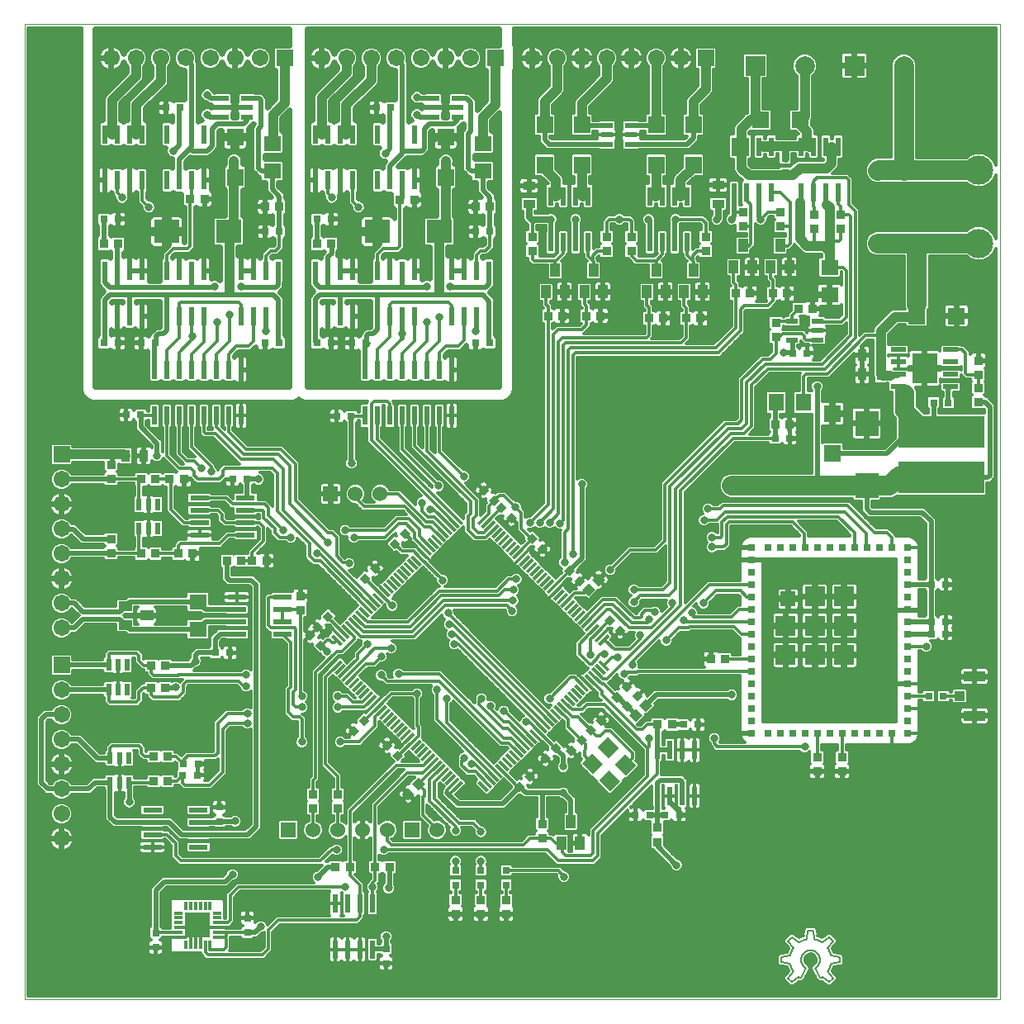
<source format=gtl>
G75*
%MOIN*%
%OFA0B0*%
%FSLAX25Y25*%
%IPPOS*%
%LPD*%
%AMOC8*
5,1,8,0,0,1.08239X$1,22.5*
%
%ADD10C,0.00000*%
%ADD11R,0.06299X0.02200*%
%ADD12R,0.09843X0.12205*%
%ADD13R,0.34646X0.12992*%
%ADD14R,0.06693X0.07087*%
%ADD15R,0.03740X0.03740*%
%ADD16R,0.09449X0.10236*%
%ADD17R,0.03543X0.05118*%
%ADD18R,0.03150X0.03150*%
%ADD19R,0.02200X0.07800*%
%ADD20R,0.06750X0.06750*%
%ADD21C,0.06750*%
%ADD22R,0.07098X0.06299*%
%ADD23R,0.07874X0.07874*%
%ADD24C,0.07874*%
%ADD25R,0.03937X0.05512*%
%ADD26R,0.05906X0.05906*%
%ADD27R,0.01339X0.05315*%
%ADD28R,0.05315X0.01339*%
%ADD29R,0.03150X0.03150*%
%ADD30R,0.03740X0.03740*%
%ADD31R,0.06299X0.05906*%
%ADD32R,0.06000X0.06000*%
%ADD33C,0.06000*%
%ADD34R,0.04134X0.03937*%
%ADD35R,0.08661X0.04134*%
%ADD36R,0.03200X0.01200*%
%ADD37R,0.01200X0.03200*%
%ADD38R,0.10200X0.10200*%
%ADD39R,0.10236X0.09449*%
%ADD40R,0.06299X0.07098*%
%ADD41R,0.07087X0.06693*%
%ADD42C,0.07087*%
%ADD43C,0.11811*%
%ADD44R,0.04921X0.02362*%
%ADD45R,0.05000X0.02200*%
%ADD46R,0.07800X0.02200*%
%ADD47R,0.02362X0.04921*%
%ADD48R,0.05512X0.03937*%
%ADD49R,0.21654X0.21654*%
%ADD50R,0.05118X0.03543*%
%ADD51C,0.02165*%
%ADD52C,0.03937*%
%ADD53C,0.01969*%
%ADD54C,0.01181*%
%ADD55C,0.03169*%
%ADD56C,0.07874*%
%ADD57C,0.02756*%
%ADD58C,0.03150*%
%ADD59C,0.00787*%
D10*
X0000000Y0000000D02*
X0000000Y0393701D01*
X0393701Y0393701D01*
X0393701Y0000000D01*
X0000000Y0000000D01*
D11*
X0352717Y0247343D03*
X0352717Y0252343D03*
X0352717Y0257343D03*
X0352717Y0262343D03*
X0373976Y0262343D03*
X0373976Y0257343D03*
X0373976Y0252343D03*
X0373976Y0247343D03*
D12*
X0363346Y0254843D03*
D13*
X0370000Y0229252D03*
X0370000Y0210748D03*
D14*
X0326220Y0220354D03*
X0326220Y0236496D03*
X0270000Y0336929D03*
X0255000Y0336929D03*
X0255000Y0353071D03*
X0270000Y0353071D03*
X0225000Y0353071D03*
X0210000Y0353071D03*
X0210000Y0336929D03*
X0225000Y0336929D03*
X0170000Y0331929D03*
X0170000Y0348071D03*
X0085000Y0348071D03*
X0085000Y0331929D03*
D15*
X0072697Y0323110D03*
X0066988Y0323110D03*
X0097146Y0320000D03*
X0102854Y0320000D03*
X0118130Y0305000D03*
X0123839Y0305000D03*
X0151634Y0322756D03*
X0157343Y0322756D03*
X0182146Y0320000D03*
X0187854Y0320000D03*
X0205000Y0307854D03*
X0205000Y0302146D03*
X0211398Y0275984D03*
X0217106Y0275984D03*
X0226909Y0275984D03*
X0232618Y0275984D03*
X0252146Y0275000D03*
X0257854Y0275000D03*
X0267146Y0275000D03*
X0272854Y0275000D03*
X0287146Y0285000D03*
X0292854Y0285000D03*
X0302146Y0285000D03*
X0307854Y0285000D03*
X0312421Y0278819D03*
X0318130Y0278819D03*
X0303346Y0273209D03*
X0303346Y0267500D03*
X0303146Y0232000D03*
X0308854Y0232000D03*
X0275000Y0302146D03*
X0275000Y0307854D03*
X0290000Y0312146D03*
X0290000Y0317854D03*
X0305236Y0317776D03*
X0305236Y0312067D03*
X0318858Y0311083D03*
X0318858Y0316791D03*
X0329528Y0316791D03*
X0329528Y0311083D03*
X0385000Y0257933D03*
X0385000Y0252224D03*
X0385000Y0246870D03*
X0385000Y0241161D03*
X0282854Y0137500D03*
X0277146Y0137500D03*
X0261354Y0111000D03*
X0255646Y0111000D03*
X0255500Y0069354D03*
X0255500Y0063646D03*
X0209000Y0065146D03*
X0209000Y0070854D03*
X0194488Y0040256D03*
X0194488Y0034547D03*
X0184252Y0034547D03*
X0184252Y0040256D03*
X0174016Y0040256D03*
X0174016Y0034547D03*
X0147354Y0053500D03*
X0141646Y0053500D03*
X0131354Y0053500D03*
X0125646Y0053500D03*
X0126500Y0077146D03*
X0126500Y0082854D03*
X0116500Y0082854D03*
X0116500Y0077146D03*
X0057854Y0088110D03*
X0052146Y0088110D03*
X0052146Y0098110D03*
X0057854Y0098110D03*
X0056870Y0125906D03*
X0051161Y0125906D03*
X0051161Y0134921D03*
X0056870Y0134921D03*
X0052854Y0180000D03*
X0047146Y0180000D03*
X0035000Y0180177D03*
X0035000Y0185886D03*
X0035000Y0210177D03*
X0035000Y0215886D03*
X0047146Y0210000D03*
X0052854Y0210000D03*
X0058646Y0210000D03*
X0064354Y0210000D03*
X0062146Y0180000D03*
X0067854Y0180000D03*
X0081791Y0177165D03*
X0087500Y0177165D03*
X0091988Y0177165D03*
X0097697Y0177165D03*
X0111500Y0162854D03*
X0111500Y0157146D03*
X0235000Y0302146D03*
X0235000Y0307854D03*
X0245000Y0307854D03*
X0245000Y0302146D03*
X0320000Y0097854D03*
X0320000Y0092146D03*
X0330000Y0092146D03*
X0330000Y0097854D03*
X0037854Y0305000D03*
X0032146Y0305000D03*
D16*
X0340000Y0232598D03*
X0340000Y0207402D03*
D17*
X0338189Y0252362D03*
X0345669Y0252362D03*
X0345669Y0260079D03*
X0338189Y0260079D03*
X0048240Y0219500D03*
X0040760Y0219500D03*
D18*
X0041047Y0236000D03*
X0046953Y0236000D03*
X0047047Y0265000D03*
X0052953Y0265000D03*
X0037953Y0265000D03*
X0032047Y0265000D03*
X0032047Y0315000D03*
X0037953Y0315000D03*
X0057047Y0360000D03*
X0062953Y0360000D03*
X0097047Y0310000D03*
X0102953Y0310000D03*
X0118031Y0315000D03*
X0123937Y0315000D03*
X0142047Y0360000D03*
X0147953Y0360000D03*
X0182047Y0310000D03*
X0187953Y0310000D03*
X0187953Y0265000D03*
X0182047Y0265000D03*
X0137953Y0265000D03*
X0132047Y0265000D03*
X0123937Y0265000D03*
X0118031Y0265000D03*
X0102953Y0265000D03*
X0097047Y0265000D03*
X0126047Y0235500D03*
X0131953Y0235500D03*
X0089921Y0210000D03*
X0084016Y0210000D03*
X0082953Y0140000D03*
X0077047Y0140000D03*
X0070000Y0095157D03*
X0069882Y0090551D03*
X0063976Y0090551D03*
X0064094Y0095157D03*
X0078740Y0077756D03*
X0078740Y0071850D03*
X0090000Y0032953D03*
X0090000Y0027047D03*
X0053000Y0026953D03*
X0053000Y0021047D03*
X0146000Y0020453D03*
X0146000Y0014547D03*
X0174016Y0046260D03*
X0174016Y0052165D03*
X0184252Y0052165D03*
X0184252Y0046260D03*
X0194488Y0046260D03*
X0194488Y0052165D03*
X0246547Y0074500D03*
X0252453Y0074500D03*
X0258547Y0074500D03*
X0264453Y0074500D03*
X0293406Y0107480D03*
X0293406Y0112480D03*
X0300000Y0107500D03*
X0305000Y0107500D03*
X0310000Y0107500D03*
X0315000Y0107500D03*
X0320000Y0107500D03*
X0325000Y0107500D03*
X0330000Y0107500D03*
X0335000Y0107500D03*
X0340000Y0107500D03*
X0345000Y0107500D03*
X0350000Y0107500D03*
X0356575Y0107500D03*
X0356575Y0112500D03*
X0356575Y0117500D03*
X0356575Y0122500D03*
X0356575Y0127500D03*
X0356575Y0132500D03*
X0356575Y0137500D03*
X0356575Y0142500D03*
X0356575Y0147500D03*
X0356575Y0152500D03*
X0356575Y0157500D03*
X0356575Y0162500D03*
X0356575Y0167500D03*
X0356575Y0172500D03*
X0356575Y0177500D03*
X0356575Y0182500D03*
X0350000Y0182500D03*
X0345000Y0182500D03*
X0340000Y0182500D03*
X0335000Y0182500D03*
X0330000Y0182500D03*
X0325000Y0182500D03*
X0320000Y0182500D03*
X0315000Y0182500D03*
X0310000Y0182500D03*
X0305000Y0182500D03*
X0300000Y0182500D03*
X0293406Y0182480D03*
X0293406Y0177480D03*
X0293406Y0172480D03*
X0293406Y0167480D03*
X0293406Y0162480D03*
X0293406Y0157480D03*
X0293406Y0152480D03*
X0293406Y0147480D03*
X0293406Y0142480D03*
X0293406Y0137480D03*
X0293406Y0132480D03*
X0293406Y0127480D03*
X0293406Y0122480D03*
X0293406Y0117480D03*
X0271953Y0111000D03*
X0266047Y0111000D03*
X0365047Y0122500D03*
X0370953Y0122500D03*
X0371953Y0147500D03*
X0371953Y0152500D03*
X0366047Y0152500D03*
X0366047Y0147500D03*
X0366047Y0167500D03*
X0371953Y0167500D03*
X0308953Y0226500D03*
X0303047Y0226500D03*
X0310000Y0260984D03*
X0315906Y0260984D03*
X0367047Y0240984D03*
X0372953Y0240984D03*
X0307087Y0333661D03*
X0307087Y0339567D03*
D19*
X0301516Y0344300D03*
X0296516Y0344300D03*
X0291516Y0344300D03*
X0286516Y0344300D03*
X0286516Y0325700D03*
X0291516Y0325700D03*
X0296516Y0325700D03*
X0301516Y0325700D03*
X0313484Y0325700D03*
X0318484Y0325700D03*
X0323484Y0325700D03*
X0328484Y0325700D03*
X0328484Y0344300D03*
X0323484Y0344300D03*
X0318484Y0344300D03*
X0313484Y0344300D03*
X0267500Y0324300D03*
X0262500Y0324300D03*
X0257500Y0324300D03*
X0252500Y0324300D03*
X0252500Y0305700D03*
X0257500Y0305700D03*
X0262500Y0305700D03*
X0267500Y0305700D03*
X0227500Y0305700D03*
X0222500Y0305700D03*
X0217500Y0305700D03*
X0212500Y0305700D03*
X0212500Y0324300D03*
X0217500Y0324300D03*
X0222500Y0324300D03*
X0227500Y0324300D03*
X0187500Y0294300D03*
X0182500Y0294300D03*
X0177500Y0294300D03*
X0172500Y0294300D03*
X0157500Y0294300D03*
X0152500Y0294300D03*
X0147500Y0294300D03*
X0142500Y0294300D03*
X0132500Y0294300D03*
X0127500Y0294300D03*
X0122500Y0294300D03*
X0117500Y0294300D03*
X0102500Y0294300D03*
X0097500Y0294300D03*
X0092500Y0294300D03*
X0087500Y0294300D03*
X0072500Y0294300D03*
X0067500Y0294300D03*
X0062500Y0294300D03*
X0057500Y0294300D03*
X0047500Y0294300D03*
X0042500Y0294300D03*
X0037500Y0294300D03*
X0032500Y0294300D03*
X0032500Y0275700D03*
X0037500Y0275700D03*
X0042500Y0275700D03*
X0047500Y0275700D03*
X0057500Y0275700D03*
X0062500Y0275700D03*
X0067500Y0275700D03*
X0072500Y0275700D03*
X0087500Y0275700D03*
X0092500Y0275700D03*
X0097500Y0275700D03*
X0102500Y0275700D03*
X0117500Y0275700D03*
X0122500Y0275700D03*
X0127500Y0275700D03*
X0132500Y0275700D03*
X0142500Y0275700D03*
X0147500Y0275700D03*
X0152500Y0275700D03*
X0157500Y0275700D03*
X0172500Y0275700D03*
X0177500Y0275700D03*
X0182500Y0275700D03*
X0187500Y0275700D03*
X0172500Y0254300D03*
X0167500Y0254300D03*
X0162500Y0254300D03*
X0157500Y0254300D03*
X0152500Y0254300D03*
X0147500Y0254300D03*
X0142500Y0254300D03*
X0137500Y0254300D03*
X0137500Y0235700D03*
X0142500Y0235700D03*
X0147500Y0235700D03*
X0152500Y0235700D03*
X0157500Y0235700D03*
X0162500Y0235700D03*
X0167500Y0235700D03*
X0172500Y0235700D03*
X0087500Y0235700D03*
X0082500Y0235700D03*
X0077500Y0235700D03*
X0072500Y0235700D03*
X0067500Y0235700D03*
X0062500Y0235700D03*
X0057500Y0235700D03*
X0052500Y0235700D03*
X0052500Y0254300D03*
X0057500Y0254300D03*
X0062500Y0254300D03*
X0067500Y0254300D03*
X0072500Y0254300D03*
X0077500Y0254300D03*
X0082500Y0254300D03*
X0087500Y0254300D03*
X0072500Y0330700D03*
X0067500Y0330700D03*
X0062500Y0330700D03*
X0057500Y0330700D03*
X0047500Y0330700D03*
X0042500Y0330700D03*
X0037500Y0330700D03*
X0032500Y0330700D03*
X0032500Y0349300D03*
X0037500Y0349300D03*
X0042500Y0349300D03*
X0047500Y0349300D03*
X0057500Y0349300D03*
X0062500Y0349300D03*
X0067500Y0349300D03*
X0072500Y0349300D03*
X0117500Y0349300D03*
X0122500Y0349300D03*
X0127500Y0349300D03*
X0132500Y0349300D03*
X0142500Y0349300D03*
X0147500Y0349300D03*
X0152500Y0349300D03*
X0157500Y0349300D03*
X0157500Y0330700D03*
X0152500Y0330700D03*
X0147500Y0330700D03*
X0142500Y0330700D03*
X0132500Y0330700D03*
X0127500Y0330700D03*
X0122500Y0330700D03*
X0117500Y0330700D03*
X0255500Y0100800D03*
X0260500Y0100800D03*
X0265500Y0100800D03*
X0270500Y0100800D03*
X0270500Y0082200D03*
X0265500Y0082200D03*
X0260500Y0082200D03*
X0255500Y0082200D03*
X0140500Y0038800D03*
X0135500Y0038800D03*
X0130500Y0038800D03*
X0125500Y0038800D03*
X0125500Y0020200D03*
X0130500Y0020200D03*
X0135500Y0020200D03*
X0140500Y0020200D03*
D20*
X0015000Y0135000D03*
X0015000Y0220000D03*
X0105000Y0380000D03*
X0190000Y0380000D03*
X0275000Y0380000D03*
D21*
X0265000Y0380000D03*
X0255000Y0380000D03*
X0245000Y0380000D03*
X0235000Y0380000D03*
X0225000Y0380000D03*
X0215000Y0380000D03*
X0205000Y0380000D03*
X0180000Y0380000D03*
X0170000Y0380000D03*
X0160000Y0380000D03*
X0150000Y0380000D03*
X0140000Y0380000D03*
X0130000Y0380000D03*
X0120000Y0380000D03*
X0095000Y0380000D03*
X0085000Y0380000D03*
X0075000Y0380000D03*
X0065000Y0380000D03*
X0055000Y0380000D03*
X0045000Y0380000D03*
X0035000Y0380000D03*
X0015000Y0210000D03*
X0015000Y0200000D03*
X0015000Y0190000D03*
X0015000Y0180000D03*
X0015000Y0170000D03*
X0015000Y0160000D03*
X0015000Y0150000D03*
X0015000Y0125000D03*
X0015000Y0115000D03*
X0015000Y0105000D03*
X0015000Y0095000D03*
X0015000Y0085000D03*
X0015000Y0075000D03*
X0015000Y0065000D03*
D22*
X0070000Y0149402D03*
X0070000Y0160598D03*
X0100000Y0334402D03*
X0100000Y0345598D03*
X0185000Y0345598D03*
X0185000Y0334402D03*
X0325000Y0295598D03*
X0325000Y0284402D03*
D23*
X0335000Y0376969D03*
X0295000Y0376969D03*
X0319094Y0162717D03*
X0319094Y0150906D03*
X0307283Y0150906D03*
X0307283Y0139094D03*
X0319094Y0139094D03*
X0330906Y0139094D03*
X0330906Y0150906D03*
X0330906Y0162717D03*
D24*
X0315000Y0376969D03*
X0355000Y0376969D03*
D25*
X0305000Y0304331D03*
X0301260Y0295669D03*
X0308740Y0295669D03*
X0293740Y0295669D03*
X0286260Y0295669D03*
X0290000Y0304331D03*
X0270000Y0294331D03*
X0266260Y0285669D03*
X0273740Y0285669D03*
X0258740Y0285669D03*
X0251260Y0285669D03*
X0255000Y0294331D03*
X0233504Y0285669D03*
X0226024Y0285669D03*
X0217992Y0285669D03*
X0210512Y0285669D03*
X0214252Y0294331D03*
X0229764Y0294331D03*
X0220500Y0071831D03*
X0216760Y0063169D03*
X0224240Y0063169D03*
D26*
X0308268Y0161732D03*
D27*
G36*
X0236289Y0133375D02*
X0235343Y0132429D01*
X0231587Y0136185D01*
X0232533Y0137131D01*
X0236289Y0133375D01*
G37*
G36*
X0234897Y0131983D02*
X0233951Y0131037D01*
X0230195Y0134793D01*
X0231141Y0135739D01*
X0234897Y0131983D01*
G37*
G36*
X0233505Y0130591D02*
X0232559Y0129645D01*
X0228803Y0133401D01*
X0229749Y0134347D01*
X0233505Y0130591D01*
G37*
G36*
X0232113Y0129199D02*
X0231167Y0128253D01*
X0227411Y0132009D01*
X0228357Y0132955D01*
X0232113Y0129199D01*
G37*
G36*
X0230721Y0127807D02*
X0229775Y0126861D01*
X0226019Y0130617D01*
X0226965Y0131563D01*
X0230721Y0127807D01*
G37*
G36*
X0229329Y0126415D02*
X0228383Y0125469D01*
X0224627Y0129225D01*
X0225573Y0130171D01*
X0229329Y0126415D01*
G37*
G36*
X0227937Y0125024D02*
X0226991Y0124078D01*
X0223235Y0127834D01*
X0224181Y0128780D01*
X0227937Y0125024D01*
G37*
G36*
X0226545Y0123632D02*
X0225599Y0122686D01*
X0221843Y0126442D01*
X0222789Y0127388D01*
X0226545Y0123632D01*
G37*
G36*
X0225153Y0122240D02*
X0224207Y0121294D01*
X0220451Y0125050D01*
X0221397Y0125996D01*
X0225153Y0122240D01*
G37*
G36*
X0223761Y0120848D02*
X0222815Y0119902D01*
X0219059Y0123658D01*
X0220005Y0124604D01*
X0223761Y0120848D01*
G37*
G36*
X0222369Y0119456D02*
X0221423Y0118510D01*
X0217667Y0122266D01*
X0218613Y0123212D01*
X0222369Y0119456D01*
G37*
G36*
X0220977Y0118064D02*
X0220031Y0117118D01*
X0216275Y0120874D01*
X0217221Y0121820D01*
X0220977Y0118064D01*
G37*
G36*
X0219585Y0116672D02*
X0218639Y0115726D01*
X0214883Y0119482D01*
X0215829Y0120428D01*
X0219585Y0116672D01*
G37*
G36*
X0218194Y0115280D02*
X0217248Y0114334D01*
X0213492Y0118090D01*
X0214438Y0119036D01*
X0218194Y0115280D01*
G37*
G36*
X0216802Y0113888D02*
X0215856Y0112942D01*
X0212100Y0116698D01*
X0213046Y0117644D01*
X0216802Y0113888D01*
G37*
G36*
X0215410Y0112496D02*
X0214464Y0111550D01*
X0210708Y0115306D01*
X0211654Y0116252D01*
X0215410Y0112496D01*
G37*
G36*
X0214018Y0111104D02*
X0213072Y0110158D01*
X0209316Y0113914D01*
X0210262Y0114860D01*
X0214018Y0111104D01*
G37*
G36*
X0212626Y0109712D02*
X0211680Y0108766D01*
X0207924Y0112522D01*
X0208870Y0113468D01*
X0212626Y0109712D01*
G37*
G36*
X0211234Y0108320D02*
X0210288Y0107374D01*
X0206532Y0111130D01*
X0207478Y0112076D01*
X0211234Y0108320D01*
G37*
G36*
X0209842Y0106928D02*
X0208896Y0105982D01*
X0205140Y0109738D01*
X0206086Y0110684D01*
X0209842Y0106928D01*
G37*
G36*
X0208450Y0105536D02*
X0207504Y0104590D01*
X0203748Y0108346D01*
X0204694Y0109292D01*
X0208450Y0105536D01*
G37*
G36*
X0207058Y0104144D02*
X0206112Y0103198D01*
X0202356Y0106954D01*
X0203302Y0107900D01*
X0207058Y0104144D01*
G37*
G36*
X0205666Y0102752D02*
X0204720Y0101806D01*
X0200964Y0105562D01*
X0201910Y0106508D01*
X0205666Y0102752D01*
G37*
G36*
X0204274Y0101361D02*
X0203328Y0100415D01*
X0199572Y0104171D01*
X0200518Y0105117D01*
X0204274Y0101361D01*
G37*
G36*
X0202882Y0099969D02*
X0201936Y0099023D01*
X0198180Y0102779D01*
X0199126Y0103725D01*
X0202882Y0099969D01*
G37*
G36*
X0201490Y0098577D02*
X0200544Y0097631D01*
X0196788Y0101387D01*
X0197734Y0102333D01*
X0201490Y0098577D01*
G37*
G36*
X0200098Y0097185D02*
X0199152Y0096239D01*
X0195396Y0099995D01*
X0196342Y0100941D01*
X0200098Y0097185D01*
G37*
G36*
X0198706Y0095793D02*
X0197760Y0094847D01*
X0194004Y0098603D01*
X0194950Y0099549D01*
X0198706Y0095793D01*
G37*
G36*
X0197314Y0094401D02*
X0196368Y0093455D01*
X0192612Y0097211D01*
X0193558Y0098157D01*
X0197314Y0094401D01*
G37*
G36*
X0195922Y0093009D02*
X0194976Y0092063D01*
X0191220Y0095819D01*
X0192166Y0096765D01*
X0195922Y0093009D01*
G37*
G36*
X0194530Y0091617D02*
X0193584Y0090671D01*
X0189828Y0094427D01*
X0190774Y0095373D01*
X0194530Y0091617D01*
G37*
G36*
X0193139Y0090225D02*
X0192193Y0089279D01*
X0188437Y0093035D01*
X0189383Y0093981D01*
X0193139Y0090225D01*
G37*
G36*
X0191747Y0088833D02*
X0190801Y0087887D01*
X0187045Y0091643D01*
X0187991Y0092589D01*
X0191747Y0088833D01*
G37*
G36*
X0190355Y0087441D02*
X0189409Y0086495D01*
X0185653Y0090251D01*
X0186599Y0091197D01*
X0190355Y0087441D01*
G37*
G36*
X0188963Y0086049D02*
X0188017Y0085103D01*
X0184261Y0088859D01*
X0185207Y0089805D01*
X0188963Y0086049D01*
G37*
G36*
X0187571Y0084657D02*
X0186625Y0083711D01*
X0182869Y0087467D01*
X0183815Y0088413D01*
X0187571Y0084657D01*
G37*
G36*
X0128413Y0143815D02*
X0127467Y0142869D01*
X0123711Y0146625D01*
X0124657Y0147571D01*
X0128413Y0143815D01*
G37*
G36*
X0129805Y0145207D02*
X0128859Y0144261D01*
X0125103Y0148017D01*
X0126049Y0148963D01*
X0129805Y0145207D01*
G37*
G36*
X0131197Y0146599D02*
X0130251Y0145653D01*
X0126495Y0149409D01*
X0127441Y0150355D01*
X0131197Y0146599D01*
G37*
G36*
X0132589Y0147991D02*
X0131643Y0147045D01*
X0127887Y0150801D01*
X0128833Y0151747D01*
X0132589Y0147991D01*
G37*
G36*
X0133981Y0149383D02*
X0133035Y0148437D01*
X0129279Y0152193D01*
X0130225Y0153139D01*
X0133981Y0149383D01*
G37*
G36*
X0135373Y0150774D02*
X0134427Y0149828D01*
X0130671Y0153584D01*
X0131617Y0154530D01*
X0135373Y0150774D01*
G37*
G36*
X0136765Y0152166D02*
X0135819Y0151220D01*
X0132063Y0154976D01*
X0133009Y0155922D01*
X0136765Y0152166D01*
G37*
G36*
X0138157Y0153558D02*
X0137211Y0152612D01*
X0133455Y0156368D01*
X0134401Y0157314D01*
X0138157Y0153558D01*
G37*
G36*
X0139549Y0154950D02*
X0138603Y0154004D01*
X0134847Y0157760D01*
X0135793Y0158706D01*
X0139549Y0154950D01*
G37*
G36*
X0140941Y0156342D02*
X0139995Y0155396D01*
X0136239Y0159152D01*
X0137185Y0160098D01*
X0140941Y0156342D01*
G37*
G36*
X0142333Y0157734D02*
X0141387Y0156788D01*
X0137631Y0160544D01*
X0138577Y0161490D01*
X0142333Y0157734D01*
G37*
G36*
X0143725Y0159126D02*
X0142779Y0158180D01*
X0139023Y0161936D01*
X0139969Y0162882D01*
X0143725Y0159126D01*
G37*
G36*
X0145117Y0160518D02*
X0144171Y0159572D01*
X0140415Y0163328D01*
X0141361Y0164274D01*
X0145117Y0160518D01*
G37*
G36*
X0146508Y0161910D02*
X0145562Y0160964D01*
X0141806Y0164720D01*
X0142752Y0165666D01*
X0146508Y0161910D01*
G37*
G36*
X0147900Y0163302D02*
X0146954Y0162356D01*
X0143198Y0166112D01*
X0144144Y0167058D01*
X0147900Y0163302D01*
G37*
G36*
X0149292Y0164694D02*
X0148346Y0163748D01*
X0144590Y0167504D01*
X0145536Y0168450D01*
X0149292Y0164694D01*
G37*
G36*
X0150684Y0166086D02*
X0149738Y0165140D01*
X0145982Y0168896D01*
X0146928Y0169842D01*
X0150684Y0166086D01*
G37*
G36*
X0152076Y0167478D02*
X0151130Y0166532D01*
X0147374Y0170288D01*
X0148320Y0171234D01*
X0152076Y0167478D01*
G37*
G36*
X0153468Y0168870D02*
X0152522Y0167924D01*
X0148766Y0171680D01*
X0149712Y0172626D01*
X0153468Y0168870D01*
G37*
G36*
X0154860Y0170262D02*
X0153914Y0169316D01*
X0150158Y0173072D01*
X0151104Y0174018D01*
X0154860Y0170262D01*
G37*
G36*
X0156252Y0171654D02*
X0155306Y0170708D01*
X0151550Y0174464D01*
X0152496Y0175410D01*
X0156252Y0171654D01*
G37*
G36*
X0157644Y0173046D02*
X0156698Y0172100D01*
X0152942Y0175856D01*
X0153888Y0176802D01*
X0157644Y0173046D01*
G37*
G36*
X0159036Y0174438D02*
X0158090Y0173492D01*
X0154334Y0177248D01*
X0155280Y0178194D01*
X0159036Y0174438D01*
G37*
G36*
X0160428Y0175829D02*
X0159482Y0174883D01*
X0155726Y0178639D01*
X0156672Y0179585D01*
X0160428Y0175829D01*
G37*
G36*
X0161820Y0177221D02*
X0160874Y0176275D01*
X0157118Y0180031D01*
X0158064Y0180977D01*
X0161820Y0177221D01*
G37*
G36*
X0163212Y0178613D02*
X0162266Y0177667D01*
X0158510Y0181423D01*
X0159456Y0182369D01*
X0163212Y0178613D01*
G37*
G36*
X0164604Y0180005D02*
X0163658Y0179059D01*
X0159902Y0182815D01*
X0160848Y0183761D01*
X0164604Y0180005D01*
G37*
G36*
X0165996Y0181397D02*
X0165050Y0180451D01*
X0161294Y0184207D01*
X0162240Y0185153D01*
X0165996Y0181397D01*
G37*
G36*
X0167388Y0182789D02*
X0166442Y0181843D01*
X0162686Y0185599D01*
X0163632Y0186545D01*
X0167388Y0182789D01*
G37*
G36*
X0168780Y0184181D02*
X0167834Y0183235D01*
X0164078Y0186991D01*
X0165024Y0187937D01*
X0168780Y0184181D01*
G37*
G36*
X0170171Y0185573D02*
X0169225Y0184627D01*
X0165469Y0188383D01*
X0166415Y0189329D01*
X0170171Y0185573D01*
G37*
G36*
X0171563Y0186965D02*
X0170617Y0186019D01*
X0166861Y0189775D01*
X0167807Y0190721D01*
X0171563Y0186965D01*
G37*
G36*
X0172955Y0188357D02*
X0172009Y0187411D01*
X0168253Y0191167D01*
X0169199Y0192113D01*
X0172955Y0188357D01*
G37*
G36*
X0174347Y0189749D02*
X0173401Y0188803D01*
X0169645Y0192559D01*
X0170591Y0193505D01*
X0174347Y0189749D01*
G37*
G36*
X0175739Y0191141D02*
X0174793Y0190195D01*
X0171037Y0193951D01*
X0171983Y0194897D01*
X0175739Y0191141D01*
G37*
G36*
X0177131Y0192533D02*
X0176185Y0191587D01*
X0172429Y0195343D01*
X0173375Y0196289D01*
X0177131Y0192533D01*
G37*
D28*
G36*
X0187571Y0195343D02*
X0183815Y0191587D01*
X0182869Y0192533D01*
X0186625Y0196289D01*
X0187571Y0195343D01*
G37*
G36*
X0188963Y0193951D02*
X0185207Y0190195D01*
X0184261Y0191141D01*
X0188017Y0194897D01*
X0188963Y0193951D01*
G37*
G36*
X0190355Y0192559D02*
X0186599Y0188803D01*
X0185653Y0189749D01*
X0189409Y0193505D01*
X0190355Y0192559D01*
G37*
G36*
X0191747Y0191167D02*
X0187991Y0187411D01*
X0187045Y0188357D01*
X0190801Y0192113D01*
X0191747Y0191167D01*
G37*
G36*
X0193139Y0189775D02*
X0189383Y0186019D01*
X0188437Y0186965D01*
X0192193Y0190721D01*
X0193139Y0189775D01*
G37*
G36*
X0194530Y0188383D02*
X0190774Y0184627D01*
X0189828Y0185573D01*
X0193584Y0189329D01*
X0194530Y0188383D01*
G37*
G36*
X0195922Y0186991D02*
X0192166Y0183235D01*
X0191220Y0184181D01*
X0194976Y0187937D01*
X0195922Y0186991D01*
G37*
G36*
X0197314Y0185599D02*
X0193558Y0181843D01*
X0192612Y0182789D01*
X0196368Y0186545D01*
X0197314Y0185599D01*
G37*
G36*
X0198706Y0184207D02*
X0194950Y0180451D01*
X0194004Y0181397D01*
X0197760Y0185153D01*
X0198706Y0184207D01*
G37*
G36*
X0200098Y0182815D02*
X0196342Y0179059D01*
X0195396Y0180005D01*
X0199152Y0183761D01*
X0200098Y0182815D01*
G37*
G36*
X0201490Y0181423D02*
X0197734Y0177667D01*
X0196788Y0178613D01*
X0200544Y0182369D01*
X0201490Y0181423D01*
G37*
G36*
X0202882Y0180031D02*
X0199126Y0176275D01*
X0198180Y0177221D01*
X0201936Y0180977D01*
X0202882Y0180031D01*
G37*
G36*
X0204274Y0178639D02*
X0200518Y0174883D01*
X0199572Y0175829D01*
X0203328Y0179585D01*
X0204274Y0178639D01*
G37*
G36*
X0205666Y0177248D02*
X0201910Y0173492D01*
X0200964Y0174438D01*
X0204720Y0178194D01*
X0205666Y0177248D01*
G37*
G36*
X0207058Y0175856D02*
X0203302Y0172100D01*
X0202356Y0173046D01*
X0206112Y0176802D01*
X0207058Y0175856D01*
G37*
G36*
X0208450Y0174464D02*
X0204694Y0170708D01*
X0203748Y0171654D01*
X0207504Y0175410D01*
X0208450Y0174464D01*
G37*
G36*
X0209842Y0173072D02*
X0206086Y0169316D01*
X0205140Y0170262D01*
X0208896Y0174018D01*
X0209842Y0173072D01*
G37*
G36*
X0211234Y0171680D02*
X0207478Y0167924D01*
X0206532Y0168870D01*
X0210288Y0172626D01*
X0211234Y0171680D01*
G37*
G36*
X0212626Y0170288D02*
X0208870Y0166532D01*
X0207924Y0167478D01*
X0211680Y0171234D01*
X0212626Y0170288D01*
G37*
G36*
X0214018Y0168896D02*
X0210262Y0165140D01*
X0209316Y0166086D01*
X0213072Y0169842D01*
X0214018Y0168896D01*
G37*
G36*
X0215410Y0167504D02*
X0211654Y0163748D01*
X0210708Y0164694D01*
X0214464Y0168450D01*
X0215410Y0167504D01*
G37*
G36*
X0216802Y0166112D02*
X0213046Y0162356D01*
X0212100Y0163302D01*
X0215856Y0167058D01*
X0216802Y0166112D01*
G37*
G36*
X0218194Y0164720D02*
X0214438Y0160964D01*
X0213492Y0161910D01*
X0217248Y0165666D01*
X0218194Y0164720D01*
G37*
G36*
X0219585Y0163328D02*
X0215829Y0159572D01*
X0214883Y0160518D01*
X0218639Y0164274D01*
X0219585Y0163328D01*
G37*
G36*
X0220977Y0161936D02*
X0217221Y0158180D01*
X0216275Y0159126D01*
X0220031Y0162882D01*
X0220977Y0161936D01*
G37*
G36*
X0222369Y0160544D02*
X0218613Y0156788D01*
X0217667Y0157734D01*
X0221423Y0161490D01*
X0222369Y0160544D01*
G37*
G36*
X0223761Y0159152D02*
X0220005Y0155396D01*
X0219059Y0156342D01*
X0222815Y0160098D01*
X0223761Y0159152D01*
G37*
G36*
X0225153Y0157760D02*
X0221397Y0154004D01*
X0220451Y0154950D01*
X0224207Y0158706D01*
X0225153Y0157760D01*
G37*
G36*
X0226545Y0156368D02*
X0222789Y0152612D01*
X0221843Y0153558D01*
X0225599Y0157314D01*
X0226545Y0156368D01*
G37*
G36*
X0227937Y0154976D02*
X0224181Y0151220D01*
X0223235Y0152166D01*
X0226991Y0155922D01*
X0227937Y0154976D01*
G37*
G36*
X0229329Y0153584D02*
X0225573Y0149828D01*
X0224627Y0150774D01*
X0228383Y0154530D01*
X0229329Y0153584D01*
G37*
G36*
X0230721Y0152193D02*
X0226965Y0148437D01*
X0226019Y0149383D01*
X0229775Y0153139D01*
X0230721Y0152193D01*
G37*
G36*
X0232113Y0150801D02*
X0228357Y0147045D01*
X0227411Y0147991D01*
X0231167Y0151747D01*
X0232113Y0150801D01*
G37*
G36*
X0233505Y0149409D02*
X0229749Y0145653D01*
X0228803Y0146599D01*
X0232559Y0150355D01*
X0233505Y0149409D01*
G37*
G36*
X0234897Y0148017D02*
X0231141Y0144261D01*
X0230195Y0145207D01*
X0233951Y0148963D01*
X0234897Y0148017D01*
G37*
G36*
X0236289Y0146625D02*
X0232533Y0142869D01*
X0231587Y0143815D01*
X0235343Y0147571D01*
X0236289Y0146625D01*
G37*
G36*
X0177131Y0087467D02*
X0173375Y0083711D01*
X0172429Y0084657D01*
X0176185Y0088413D01*
X0177131Y0087467D01*
G37*
G36*
X0175739Y0088859D02*
X0171983Y0085103D01*
X0171037Y0086049D01*
X0174793Y0089805D01*
X0175739Y0088859D01*
G37*
G36*
X0174347Y0090251D02*
X0170591Y0086495D01*
X0169645Y0087441D01*
X0173401Y0091197D01*
X0174347Y0090251D01*
G37*
G36*
X0172955Y0091643D02*
X0169199Y0087887D01*
X0168253Y0088833D01*
X0172009Y0092589D01*
X0172955Y0091643D01*
G37*
G36*
X0171563Y0093035D02*
X0167807Y0089279D01*
X0166861Y0090225D01*
X0170617Y0093981D01*
X0171563Y0093035D01*
G37*
G36*
X0170171Y0094427D02*
X0166415Y0090671D01*
X0165469Y0091617D01*
X0169225Y0095373D01*
X0170171Y0094427D01*
G37*
G36*
X0168780Y0095819D02*
X0165024Y0092063D01*
X0164078Y0093009D01*
X0167834Y0096765D01*
X0168780Y0095819D01*
G37*
G36*
X0167388Y0097211D02*
X0163632Y0093455D01*
X0162686Y0094401D01*
X0166442Y0098157D01*
X0167388Y0097211D01*
G37*
G36*
X0165996Y0098603D02*
X0162240Y0094847D01*
X0161294Y0095793D01*
X0165050Y0099549D01*
X0165996Y0098603D01*
G37*
G36*
X0164604Y0099995D02*
X0160848Y0096239D01*
X0159902Y0097185D01*
X0163658Y0100941D01*
X0164604Y0099995D01*
G37*
G36*
X0163212Y0101387D02*
X0159456Y0097631D01*
X0158510Y0098577D01*
X0162266Y0102333D01*
X0163212Y0101387D01*
G37*
G36*
X0161820Y0102779D02*
X0158064Y0099023D01*
X0157118Y0099969D01*
X0160874Y0103725D01*
X0161820Y0102779D01*
G37*
G36*
X0160428Y0104171D02*
X0156672Y0100415D01*
X0155726Y0101361D01*
X0159482Y0105117D01*
X0160428Y0104171D01*
G37*
G36*
X0159036Y0105562D02*
X0155280Y0101806D01*
X0154334Y0102752D01*
X0158090Y0106508D01*
X0159036Y0105562D01*
G37*
G36*
X0157644Y0106954D02*
X0153888Y0103198D01*
X0152942Y0104144D01*
X0156698Y0107900D01*
X0157644Y0106954D01*
G37*
G36*
X0156252Y0108346D02*
X0152496Y0104590D01*
X0151550Y0105536D01*
X0155306Y0109292D01*
X0156252Y0108346D01*
G37*
G36*
X0154860Y0109738D02*
X0151104Y0105982D01*
X0150158Y0106928D01*
X0153914Y0110684D01*
X0154860Y0109738D01*
G37*
G36*
X0153468Y0111130D02*
X0149712Y0107374D01*
X0148766Y0108320D01*
X0152522Y0112076D01*
X0153468Y0111130D01*
G37*
G36*
X0152076Y0112522D02*
X0148320Y0108766D01*
X0147374Y0109712D01*
X0151130Y0113468D01*
X0152076Y0112522D01*
G37*
G36*
X0150684Y0113914D02*
X0146928Y0110158D01*
X0145982Y0111104D01*
X0149738Y0114860D01*
X0150684Y0113914D01*
G37*
G36*
X0149292Y0115306D02*
X0145536Y0111550D01*
X0144590Y0112496D01*
X0148346Y0116252D01*
X0149292Y0115306D01*
G37*
G36*
X0147900Y0116698D02*
X0144144Y0112942D01*
X0143198Y0113888D01*
X0146954Y0117644D01*
X0147900Y0116698D01*
G37*
G36*
X0146508Y0118090D02*
X0142752Y0114334D01*
X0141806Y0115280D01*
X0145562Y0119036D01*
X0146508Y0118090D01*
G37*
G36*
X0145117Y0119482D02*
X0141361Y0115726D01*
X0140415Y0116672D01*
X0144171Y0120428D01*
X0145117Y0119482D01*
G37*
G36*
X0143725Y0120874D02*
X0139969Y0117118D01*
X0139023Y0118064D01*
X0142779Y0121820D01*
X0143725Y0120874D01*
G37*
G36*
X0142333Y0122266D02*
X0138577Y0118510D01*
X0137631Y0119456D01*
X0141387Y0123212D01*
X0142333Y0122266D01*
G37*
G36*
X0140941Y0123658D02*
X0137185Y0119902D01*
X0136239Y0120848D01*
X0139995Y0124604D01*
X0140941Y0123658D01*
G37*
G36*
X0139549Y0125050D02*
X0135793Y0121294D01*
X0134847Y0122240D01*
X0138603Y0125996D01*
X0139549Y0125050D01*
G37*
G36*
X0138157Y0126442D02*
X0134401Y0122686D01*
X0133455Y0123632D01*
X0137211Y0127388D01*
X0138157Y0126442D01*
G37*
G36*
X0136765Y0127834D02*
X0133009Y0124078D01*
X0132063Y0125024D01*
X0135819Y0128780D01*
X0136765Y0127834D01*
G37*
G36*
X0135373Y0129225D02*
X0131617Y0125469D01*
X0130671Y0126415D01*
X0134427Y0130171D01*
X0135373Y0129225D01*
G37*
G36*
X0133981Y0130617D02*
X0130225Y0126861D01*
X0129279Y0127807D01*
X0133035Y0131563D01*
X0133981Y0130617D01*
G37*
G36*
X0132589Y0132009D02*
X0128833Y0128253D01*
X0127887Y0129199D01*
X0131643Y0132955D01*
X0132589Y0132009D01*
G37*
G36*
X0131197Y0133401D02*
X0127441Y0129645D01*
X0126495Y0130591D01*
X0130251Y0134347D01*
X0131197Y0133401D01*
G37*
G36*
X0129805Y0134793D02*
X0126049Y0131037D01*
X0125103Y0131983D01*
X0128859Y0135739D01*
X0129805Y0134793D01*
G37*
G36*
X0128413Y0136185D02*
X0124657Y0132429D01*
X0123711Y0133375D01*
X0127467Y0137131D01*
X0128413Y0136185D01*
G37*
D29*
G36*
X0119588Y0145139D02*
X0121815Y0142912D01*
X0119588Y0140685D01*
X0117361Y0142912D01*
X0119588Y0145139D01*
G37*
G36*
X0115412Y0149315D02*
X0117639Y0147088D01*
X0115412Y0144861D01*
X0113185Y0147088D01*
X0115412Y0149315D01*
G37*
G36*
X0116185Y0150412D02*
X0118412Y0152639D01*
X0120639Y0150412D01*
X0118412Y0148185D01*
X0116185Y0150412D01*
G37*
G36*
X0120361Y0154588D02*
X0122588Y0156815D01*
X0124815Y0154588D01*
X0122588Y0152361D01*
X0120361Y0154588D01*
G37*
G36*
X0139639Y0169912D02*
X0137412Y0167685D01*
X0135185Y0169912D01*
X0137412Y0172139D01*
X0139639Y0169912D01*
G37*
G36*
X0143815Y0174088D02*
X0141588Y0171861D01*
X0139361Y0174088D01*
X0141588Y0176315D01*
X0143815Y0174088D01*
G37*
G36*
X0151639Y0183912D02*
X0149412Y0181685D01*
X0147185Y0183912D01*
X0149412Y0186139D01*
X0151639Y0183912D01*
G37*
G36*
X0155815Y0188088D02*
X0153588Y0185861D01*
X0151361Y0188088D01*
X0153588Y0190315D01*
X0155815Y0188088D01*
G37*
G36*
X0185412Y0207815D02*
X0187639Y0205588D01*
X0185412Y0203361D01*
X0183185Y0205588D01*
X0185412Y0207815D01*
G37*
G36*
X0189588Y0203639D02*
X0191815Y0201412D01*
X0189588Y0199185D01*
X0187361Y0201412D01*
X0189588Y0203639D01*
G37*
G36*
X0192412Y0196361D02*
X0190185Y0198588D01*
X0192412Y0200815D01*
X0194639Y0198588D01*
X0192412Y0196361D01*
G37*
G36*
X0196588Y0192185D02*
X0194361Y0194412D01*
X0196588Y0196639D01*
X0198815Y0194412D01*
X0196588Y0192185D01*
G37*
G36*
X0204912Y0183861D02*
X0202685Y0186088D01*
X0204912Y0188315D01*
X0207139Y0186088D01*
X0204912Y0183861D01*
G37*
G36*
X0209088Y0179685D02*
X0206861Y0181912D01*
X0209088Y0184139D01*
X0211315Y0181912D01*
X0209088Y0179685D01*
G37*
G36*
X0219912Y0170861D02*
X0217685Y0173088D01*
X0219912Y0175315D01*
X0222139Y0173088D01*
X0219912Y0170861D01*
G37*
G36*
X0224088Y0166685D02*
X0221861Y0168912D01*
X0224088Y0171139D01*
X0226315Y0168912D01*
X0224088Y0166685D01*
G37*
G36*
X0236412Y0150861D02*
X0234185Y0153088D01*
X0236412Y0155315D01*
X0238639Y0153088D01*
X0236412Y0150861D01*
G37*
G36*
X0240588Y0146685D02*
X0238361Y0148912D01*
X0240588Y0151139D01*
X0242815Y0148912D01*
X0240588Y0146685D01*
G37*
G36*
X0245547Y0126234D02*
X0243320Y0124007D01*
X0241093Y0126234D01*
X0243320Y0128461D01*
X0245547Y0126234D01*
G37*
G36*
X0249815Y0122588D02*
X0247588Y0120361D01*
X0245361Y0122588D01*
X0247588Y0124815D01*
X0249815Y0122588D01*
G37*
G36*
X0245639Y0118412D02*
X0243412Y0116185D01*
X0241185Y0118412D01*
X0243412Y0120639D01*
X0245639Y0118412D01*
G37*
G36*
X0241371Y0122059D02*
X0239144Y0119832D01*
X0236917Y0122059D01*
X0239144Y0124286D01*
X0241371Y0122059D01*
G37*
G36*
X0235022Y0112881D02*
X0232795Y0110654D01*
X0230568Y0112881D01*
X0232795Y0115108D01*
X0235022Y0112881D01*
G37*
G36*
X0230846Y0108705D02*
X0228619Y0106478D01*
X0226392Y0108705D01*
X0228619Y0110932D01*
X0230846Y0108705D01*
G37*
G36*
X0222689Y0104709D02*
X0224916Y0106936D01*
X0227143Y0104709D01*
X0224916Y0102482D01*
X0222689Y0104709D01*
G37*
G36*
X0218514Y0100533D02*
X0220741Y0102760D01*
X0222968Y0100533D01*
X0220741Y0098306D01*
X0218514Y0100533D01*
G37*
G36*
X0212361Y0101588D02*
X0214588Y0103815D01*
X0216815Y0101588D01*
X0214588Y0099361D01*
X0212361Y0101588D01*
G37*
G36*
X0208185Y0097412D02*
X0210412Y0099639D01*
X0212639Y0097412D01*
X0210412Y0095185D01*
X0208185Y0097412D01*
G37*
G36*
X0206315Y0090088D02*
X0204088Y0087861D01*
X0201861Y0090088D01*
X0204088Y0092315D01*
X0206315Y0090088D01*
G37*
G36*
X0202139Y0085912D02*
X0199912Y0083685D01*
X0197685Y0085912D01*
X0199912Y0088139D01*
X0202139Y0085912D01*
G37*
G36*
X0150588Y0100639D02*
X0152815Y0098412D01*
X0150588Y0096185D01*
X0148361Y0098412D01*
X0150588Y0100639D01*
G37*
G36*
X0146412Y0104815D02*
X0148639Y0102588D01*
X0146412Y0100361D01*
X0144185Y0102588D01*
X0146412Y0104815D01*
G37*
G36*
X0134861Y0112588D02*
X0137088Y0114815D01*
X0139315Y0112588D01*
X0137088Y0110361D01*
X0134861Y0112588D01*
G37*
G36*
X0130685Y0108412D02*
X0132912Y0110639D01*
X0135139Y0108412D01*
X0132912Y0106185D01*
X0130685Y0108412D01*
G37*
D30*
G36*
X0157626Y0082982D02*
X0154982Y0080338D01*
X0152338Y0082982D01*
X0154982Y0085626D01*
X0157626Y0082982D01*
G37*
G36*
X0161662Y0087018D02*
X0159018Y0084374D01*
X0156374Y0087018D01*
X0159018Y0089662D01*
X0161662Y0087018D01*
G37*
G36*
X0225131Y0165482D02*
X0227775Y0168126D01*
X0230419Y0165482D01*
X0227775Y0162838D01*
X0225131Y0165482D01*
G37*
G36*
X0229167Y0169518D02*
X0231811Y0172162D01*
X0234455Y0169518D01*
X0231811Y0166874D01*
X0229167Y0169518D01*
G37*
G36*
X0253602Y0118872D02*
X0250958Y0116228D01*
X0248314Y0118872D01*
X0250958Y0121516D01*
X0253602Y0118872D01*
G37*
G36*
X0249565Y0114835D02*
X0246921Y0112191D01*
X0244277Y0114835D01*
X0246921Y0117479D01*
X0249565Y0114835D01*
G37*
D31*
G36*
X0235584Y0105995D02*
X0240036Y0101543D01*
X0235860Y0097367D01*
X0231408Y0101819D01*
X0235584Y0105995D01*
G37*
G36*
X0229457Y0090964D02*
X0225005Y0095416D01*
X0229181Y0099592D01*
X0233633Y0095140D01*
X0229457Y0090964D01*
G37*
G36*
X0236416Y0084005D02*
X0231964Y0088457D01*
X0236140Y0092633D01*
X0240592Y0088181D01*
X0236416Y0084005D01*
G37*
G36*
X0242543Y0099036D02*
X0246995Y0094584D01*
X0242819Y0090408D01*
X0238367Y0094860D01*
X0242543Y0099036D01*
G37*
D32*
X0156500Y0068500D03*
X0106500Y0068500D03*
X0123622Y0204134D03*
D33*
X0133622Y0204134D03*
X0143622Y0204134D03*
X0146500Y0068500D03*
X0136500Y0068500D03*
X0126500Y0068500D03*
X0116500Y0068500D03*
X0166500Y0068500D03*
D34*
X0377496Y0122500D03*
D35*
X0383500Y0114626D03*
X0383500Y0130374D03*
D36*
X0077800Y0034900D03*
X0077800Y0033000D03*
X0077800Y0031000D03*
X0077800Y0029000D03*
X0077800Y0027000D03*
X0077800Y0025100D03*
X0062200Y0025100D03*
X0062200Y0027000D03*
X0062200Y0029000D03*
X0062200Y0031000D03*
X0062200Y0033000D03*
X0062200Y0034900D03*
D37*
X0065100Y0037800D03*
X0067000Y0037800D03*
X0069000Y0037800D03*
X0071000Y0037800D03*
X0073000Y0037800D03*
X0074900Y0037800D03*
X0074900Y0022200D03*
X0073000Y0022200D03*
X0071000Y0022200D03*
X0069000Y0022200D03*
X0067000Y0022200D03*
X0065100Y0022200D03*
D38*
X0069900Y0030000D03*
D39*
X0057402Y0310000D03*
X0082598Y0310000D03*
X0142402Y0310000D03*
X0167598Y0310000D03*
D40*
X0303402Y0241000D03*
X0314598Y0241000D03*
D41*
X0360118Y0275984D03*
X0376260Y0275984D03*
X0313150Y0355000D03*
X0297008Y0355000D03*
D42*
X0344724Y0334764D03*
X0344724Y0305236D03*
D43*
X0385276Y0305236D03*
X0385276Y0334764D03*
D44*
X0244921Y0345276D03*
X0244921Y0349016D03*
X0244921Y0352756D03*
X0235079Y0352756D03*
X0235079Y0349016D03*
X0235079Y0345276D03*
X0174921Y0356260D03*
X0174921Y0360000D03*
X0174921Y0363740D03*
X0165079Y0363740D03*
X0165079Y0360000D03*
X0165079Y0356260D03*
X0089921Y0356260D03*
X0089921Y0360000D03*
X0089921Y0363740D03*
X0080079Y0363740D03*
X0080079Y0360000D03*
X0080079Y0356260D03*
D45*
X0309821Y0273700D03*
X0309821Y0266300D03*
X0320021Y0266300D03*
X0320021Y0270000D03*
X0320021Y0273700D03*
D46*
X0104300Y0162500D03*
X0104300Y0157500D03*
X0104300Y0152500D03*
X0104300Y0147500D03*
X0085700Y0147500D03*
X0085700Y0152500D03*
X0085700Y0157500D03*
X0085700Y0162500D03*
X0089300Y0187500D03*
X0089300Y0192500D03*
X0089300Y0197500D03*
X0089300Y0202500D03*
X0070700Y0202500D03*
X0070700Y0197500D03*
X0070700Y0192500D03*
X0070700Y0187500D03*
X0070284Y0076594D03*
X0070284Y0071594D03*
X0070284Y0066594D03*
X0070284Y0061594D03*
X0051684Y0061594D03*
X0051684Y0066594D03*
X0051684Y0071594D03*
X0051684Y0076594D03*
D47*
X0042126Y0087598D03*
X0038386Y0087598D03*
X0034646Y0087598D03*
X0034646Y0097441D03*
X0038386Y0097441D03*
X0042126Y0097441D03*
X0041496Y0125236D03*
X0037756Y0125236D03*
X0034016Y0125236D03*
X0034016Y0135079D03*
X0037756Y0135079D03*
X0041496Y0135079D03*
X0046260Y0190079D03*
X0050000Y0190079D03*
X0053740Y0190079D03*
X0053740Y0199921D03*
X0050000Y0199921D03*
X0046260Y0199921D03*
D48*
X0040669Y0158740D03*
X0040669Y0151260D03*
X0049331Y0155000D03*
D49*
X0011850Y0011850D03*
X0236220Y0236220D03*
X0381850Y0381850D03*
X0381850Y0011850D03*
X0011850Y0381850D03*
D50*
X0203740Y0328543D03*
X0203740Y0321063D03*
X0280000Y0321260D03*
X0280000Y0328740D03*
D51*
X0286516Y0325700D02*
X0286516Y0317913D01*
X0286516Y0316043D01*
X0285433Y0314961D01*
X0296516Y0315689D02*
X0296516Y0325700D01*
X0296516Y0315689D02*
X0297244Y0314961D01*
X0262795Y0314961D02*
X0262500Y0314665D01*
X0262500Y0305700D01*
X0252500Y0305700D02*
X0252500Y0314429D01*
X0251969Y0314961D01*
X0222500Y0314902D02*
X0222500Y0305700D01*
X0222500Y0314902D02*
X0222441Y0314961D01*
X0212598Y0314961D02*
X0212598Y0305798D01*
X0212500Y0305700D01*
X0352717Y0247343D02*
X0352717Y0247047D01*
X0352717Y0246693D01*
X0353346Y0246063D01*
D52*
X0353346Y0237205D01*
X0354331Y0236220D01*
X0354331Y0245079D01*
X0355315Y0246063D01*
X0356299Y0246063D01*
X0357283Y0245079D01*
X0357283Y0238189D01*
X0362205Y0233268D01*
X0357283Y0235236D02*
X0357283Y0238189D01*
X0349409Y0251969D02*
X0346457Y0251969D01*
X0346213Y0252213D01*
X0346063Y0252362D01*
X0345669Y0252362D01*
X0345669Y0260079D01*
X0345669Y0268000D01*
X0345669Y0269882D01*
X0351378Y0275591D01*
X0359252Y0275591D01*
X0360236Y0276575D01*
X0360236Y0280512D01*
X0360236Y0276575D02*
X0360236Y0276102D01*
X0360118Y0275984D01*
X0325000Y0295598D02*
X0325000Y0301969D01*
X0322835Y0304134D01*
X0318898Y0304134D01*
X0315945Y0304134D01*
X0312992Y0307087D01*
X0312992Y0321850D01*
X0323819Y0320866D02*
X0325000Y0319685D01*
X0325000Y0295598D01*
X0310039Y0332677D02*
X0307087Y0332677D01*
X0292323Y0332677D01*
X0289370Y0335630D01*
X0289370Y0344300D01*
X0289370Y0351378D01*
X0292992Y0355000D01*
X0297008Y0355000D01*
X0295000Y0357008D01*
X0295000Y0376969D01*
X0315000Y0376969D02*
X0315000Y0356339D01*
X0312992Y0354331D01*
X0313150Y0354331D01*
X0313150Y0353189D01*
X0315945Y0350394D01*
X0315945Y0344488D01*
X0316741Y0344488D01*
X0316929Y0344300D01*
X0315945Y0344488D02*
X0307087Y0344488D01*
X0298228Y0344488D01*
X0298417Y0344300D01*
X0301516Y0344300D01*
X0312992Y0335630D02*
X0310039Y0332677D01*
X0312992Y0335630D02*
X0323819Y0335630D01*
X0325787Y0337598D01*
X0325787Y0344300D01*
X0313150Y0354331D02*
X0313150Y0355000D01*
X0275000Y0367520D02*
X0270000Y0362520D01*
X0270000Y0353071D01*
X0255000Y0353071D02*
X0255000Y0380000D01*
X0275000Y0380000D02*
X0275000Y0367520D01*
X0270000Y0336929D02*
X0270000Y0335945D01*
X0264764Y0330709D01*
X0264764Y0324300D01*
X0255000Y0324379D02*
X0255000Y0336929D01*
X0255000Y0324379D02*
X0254921Y0324300D01*
X0225394Y0324300D02*
X0225000Y0324694D01*
X0225000Y0336929D01*
X0214567Y0330709D02*
X0214567Y0324300D01*
X0214567Y0330709D02*
X0210000Y0335276D01*
X0210000Y0336929D01*
X0210000Y0353071D02*
X0210000Y0362559D01*
X0215000Y0367559D01*
X0215000Y0380000D01*
X0235000Y0380000D02*
X0235000Y0371811D01*
X0225000Y0361811D01*
X0225000Y0353071D01*
X0190000Y0361260D02*
X0185039Y0356299D01*
X0185039Y0345472D01*
X0185039Y0344488D01*
X0170276Y0338583D02*
X0170000Y0338307D01*
X0170000Y0331929D01*
X0170000Y0311732D01*
X0167323Y0309055D01*
X0167323Y0285433D01*
X0167323Y0309055D02*
X0167323Y0309724D01*
X0167598Y0310000D01*
X0129921Y0349300D02*
X0129921Y0361220D01*
X0140000Y0371299D01*
X0140000Y0380000D01*
X0130000Y0380000D02*
X0130000Y0374094D01*
X0120079Y0364173D01*
X0120079Y0349300D01*
X0105000Y0361890D02*
X0100394Y0357283D01*
X0100394Y0345992D01*
X0100000Y0345598D01*
X0084646Y0338583D02*
X0084646Y0332283D01*
X0085000Y0331929D01*
X0084646Y0338583D02*
X0084646Y0311024D01*
X0082677Y0309055D01*
X0082677Y0285433D01*
X0082677Y0309055D02*
X0082677Y0309921D01*
X0082598Y0310000D01*
X0045276Y0349300D02*
X0045276Y0361220D01*
X0055000Y0370945D01*
X0055000Y0380000D01*
X0045000Y0380000D02*
X0045000Y0372756D01*
X0035433Y0363189D01*
X0035433Y0349300D01*
X0105000Y0361890D02*
X0105000Y0380000D01*
X0190000Y0380000D02*
X0190000Y0361260D01*
X0040760Y0219500D02*
X0040260Y0220000D01*
X0035500Y0220000D01*
X0015000Y0220000D01*
D53*
X0015000Y0210000D02*
X0034823Y0210000D01*
X0035000Y0210177D01*
X0035000Y0215886D02*
X0035500Y0216386D01*
X0035500Y0220000D01*
X0047000Y0231000D02*
X0047000Y0235953D01*
X0046953Y0236000D01*
X0047000Y0231000D02*
X0053500Y0224500D01*
X0053500Y0219500D01*
X0028543Y0247047D02*
X0028543Y0391717D01*
X0107283Y0391717D01*
X0107283Y0384959D01*
X0100969Y0384959D01*
X0100041Y0384031D01*
X0100041Y0375969D01*
X0100969Y0375041D01*
X0101447Y0375041D01*
X0101447Y0363361D01*
X0098381Y0360295D01*
X0098041Y0359955D01*
X0098041Y0363700D01*
X0097650Y0364644D01*
X0096376Y0365918D01*
X0095432Y0366309D01*
X0093235Y0366309D01*
X0093038Y0366505D01*
X0086804Y0366505D01*
X0085876Y0365577D01*
X0085876Y0362403D01*
X0085873Y0362399D01*
X0085612Y0361947D01*
X0085476Y0361442D01*
X0085476Y0360000D01*
X0085476Y0358558D01*
X0085612Y0358053D01*
X0085873Y0357601D01*
X0085876Y0357597D01*
X0085876Y0355915D01*
X0084124Y0355915D01*
X0084124Y0357597D01*
X0084127Y0357601D01*
X0084388Y0358053D01*
X0084524Y0358558D01*
X0084524Y0360000D01*
X0084524Y0361442D01*
X0084388Y0361947D01*
X0084127Y0362399D01*
X0084124Y0362403D01*
X0084124Y0365577D01*
X0083196Y0366505D01*
X0076962Y0366505D01*
X0076770Y0366313D01*
X0076505Y0366952D01*
X0075614Y0367844D01*
X0074449Y0368326D01*
X0073189Y0368326D01*
X0072024Y0367844D01*
X0071133Y0366952D01*
X0070650Y0365788D01*
X0070650Y0364527D01*
X0071133Y0363363D01*
X0072024Y0362471D01*
X0073189Y0361989D01*
X0073355Y0361989D01*
X0073781Y0361563D01*
X0074725Y0361172D01*
X0075634Y0361172D01*
X0075634Y0360000D01*
X0080079Y0360000D01*
X0084524Y0360000D01*
X0080079Y0360000D01*
X0080079Y0360000D01*
X0075634Y0360000D01*
X0075634Y0359949D01*
X0075614Y0359970D01*
X0074449Y0360452D01*
X0073189Y0360452D01*
X0072024Y0359970D01*
X0071133Y0359078D01*
X0070650Y0357914D01*
X0070650Y0356653D01*
X0071133Y0355489D01*
X0071837Y0354784D01*
X0070744Y0354784D01*
X0070068Y0354109D01*
X0070068Y0378011D01*
X0069806Y0378644D01*
X0069959Y0379014D01*
X0069959Y0380986D01*
X0069204Y0382809D01*
X0067809Y0384204D01*
X0065986Y0384959D01*
X0064014Y0384959D01*
X0062191Y0384204D01*
X0060796Y0382809D01*
X0060041Y0380986D01*
X0060041Y0379014D01*
X0060796Y0377191D01*
X0062191Y0375796D01*
X0064014Y0375041D01*
X0064931Y0375041D01*
X0064931Y0363159D01*
X0060722Y0363159D01*
X0060263Y0362701D01*
X0060210Y0362793D01*
X0059840Y0363163D01*
X0059388Y0363424D01*
X0058883Y0363559D01*
X0057047Y0363559D01*
X0055211Y0363559D01*
X0054707Y0363424D01*
X0054254Y0363163D01*
X0053885Y0362793D01*
X0053623Y0362341D01*
X0053488Y0361836D01*
X0053488Y0360000D01*
X0053488Y0358164D01*
X0053623Y0357659D01*
X0053885Y0357207D01*
X0054254Y0356837D01*
X0054707Y0356576D01*
X0055211Y0356441D01*
X0057047Y0356441D01*
X0057047Y0360000D01*
X0057047Y0360000D01*
X0053488Y0360000D01*
X0057047Y0360000D01*
X0057047Y0360000D01*
X0057047Y0363559D01*
X0057047Y0360000D01*
X0057047Y0360000D01*
X0057047Y0356441D01*
X0058883Y0356441D01*
X0059388Y0356576D01*
X0059840Y0356837D01*
X0059931Y0356929D01*
X0059931Y0354109D01*
X0059256Y0354784D01*
X0055744Y0354784D01*
X0054816Y0353856D01*
X0054816Y0344744D01*
X0055744Y0343816D01*
X0057147Y0343816D01*
X0056871Y0343150D01*
X0056871Y0341889D01*
X0057353Y0340725D01*
X0058245Y0339834D01*
X0059409Y0339351D01*
X0059931Y0339351D01*
X0059931Y0335509D01*
X0059256Y0336184D01*
X0055744Y0336184D01*
X0054816Y0335256D01*
X0054816Y0326144D01*
X0055744Y0325216D01*
X0059256Y0325216D01*
X0060000Y0325960D01*
X0060744Y0325216D01*
X0063534Y0325216D01*
X0063534Y0320584D01*
X0064462Y0319656D01*
X0064813Y0319656D01*
X0064813Y0305324D01*
X0064504Y0305324D01*
X0064504Y0309016D01*
X0058386Y0309016D01*
X0058386Y0310984D01*
X0064504Y0310984D01*
X0064504Y0314986D01*
X0064369Y0315490D01*
X0064107Y0315943D01*
X0063738Y0316312D01*
X0063286Y0316573D01*
X0062781Y0316709D01*
X0058386Y0316709D01*
X0058386Y0310984D01*
X0056417Y0310984D01*
X0056417Y0309016D01*
X0050299Y0309016D01*
X0050299Y0305014D01*
X0050434Y0304510D01*
X0050696Y0304057D01*
X0051065Y0303688D01*
X0051518Y0303427D01*
X0052022Y0303291D01*
X0056417Y0303291D01*
X0056417Y0309016D01*
X0058386Y0309016D01*
X0058386Y0304572D01*
X0055325Y0301511D01*
X0055325Y0299366D01*
X0054816Y0298856D01*
X0054816Y0289970D01*
X0050539Y0289970D01*
X0050584Y0290139D01*
X0050584Y0294300D01*
X0047500Y0294300D01*
X0047500Y0294300D01*
X0047500Y0300184D01*
X0046139Y0300184D01*
X0045634Y0300049D01*
X0045182Y0299788D01*
X0045000Y0299606D01*
X0044818Y0299788D01*
X0044366Y0300049D01*
X0043861Y0300184D01*
X0042500Y0300184D01*
X0041139Y0300184D01*
X0040634Y0300049D01*
X0040182Y0299788D01*
X0040068Y0299675D01*
X0040068Y0301546D01*
X0040381Y0301546D01*
X0041309Y0302474D01*
X0041309Y0307526D01*
X0040381Y0308454D01*
X0035328Y0308454D01*
X0035000Y0308126D01*
X0034714Y0308412D01*
X0034714Y0312277D01*
X0034737Y0312299D01*
X0034790Y0312207D01*
X0035160Y0311837D01*
X0035612Y0311576D01*
X0036117Y0311441D01*
X0037953Y0311441D01*
X0039789Y0311441D01*
X0040293Y0311576D01*
X0040746Y0311837D01*
X0041115Y0312207D01*
X0041377Y0312659D01*
X0041512Y0313164D01*
X0041512Y0315000D01*
X0041512Y0316836D01*
X0041377Y0317341D01*
X0041115Y0317793D01*
X0040746Y0318163D01*
X0040293Y0318424D01*
X0039789Y0318559D01*
X0037953Y0318559D01*
X0037953Y0315000D01*
X0041512Y0315000D01*
X0037953Y0315000D01*
X0037953Y0315000D01*
X0037953Y0315000D01*
X0037953Y0311441D01*
X0037953Y0315000D01*
X0037953Y0315000D01*
X0037953Y0318559D01*
X0036117Y0318559D01*
X0035612Y0318424D01*
X0035160Y0318163D01*
X0034790Y0317793D01*
X0034737Y0317701D01*
X0034278Y0318159D01*
X0029816Y0318159D01*
X0028888Y0317231D01*
X0028888Y0312769D01*
X0029577Y0312080D01*
X0029577Y0308412D01*
X0028691Y0307526D01*
X0028691Y0302474D01*
X0029619Y0301546D01*
X0034672Y0301546D01*
X0034931Y0301805D01*
X0034931Y0299109D01*
X0034256Y0299784D01*
X0030744Y0299784D01*
X0029816Y0298856D01*
X0029816Y0289744D01*
X0029931Y0289628D01*
X0029931Y0288839D01*
X0030323Y0287895D01*
X0032271Y0285947D01*
X0032293Y0285925D01*
X0030323Y0283955D01*
X0029931Y0283011D01*
X0029931Y0280372D01*
X0029816Y0280256D01*
X0029816Y0271144D01*
X0029931Y0271028D01*
X0029931Y0268159D01*
X0029816Y0268159D01*
X0028888Y0267231D01*
X0028888Y0262769D01*
X0029816Y0261841D01*
X0034278Y0261841D01*
X0034737Y0262299D01*
X0034790Y0262207D01*
X0035160Y0261837D01*
X0035612Y0261576D01*
X0036117Y0261441D01*
X0037953Y0261441D01*
X0039789Y0261441D01*
X0040293Y0261576D01*
X0040746Y0261837D01*
X0041115Y0262207D01*
X0041377Y0262659D01*
X0041512Y0263164D01*
X0041512Y0265000D01*
X0041512Y0266836D01*
X0041377Y0267341D01*
X0041115Y0267793D01*
X0040746Y0268163D01*
X0040293Y0268424D01*
X0039789Y0268559D01*
X0037953Y0268559D01*
X0037953Y0265000D01*
X0041512Y0265000D01*
X0037953Y0265000D01*
X0037953Y0265000D01*
X0037953Y0265000D01*
X0037953Y0261441D01*
X0037953Y0265000D01*
X0037953Y0265000D01*
X0037953Y0268559D01*
X0036117Y0268559D01*
X0035612Y0268424D01*
X0035160Y0268163D01*
X0035068Y0268071D01*
X0035068Y0270325D01*
X0035182Y0270212D01*
X0035634Y0269951D01*
X0036139Y0269816D01*
X0037500Y0269816D01*
X0038861Y0269816D01*
X0039366Y0269951D01*
X0039818Y0270212D01*
X0040188Y0270582D01*
X0040257Y0270702D01*
X0040744Y0270216D01*
X0044256Y0270216D01*
X0044743Y0270702D01*
X0044812Y0270582D01*
X0045182Y0270212D01*
X0045634Y0269951D01*
X0046139Y0269816D01*
X0047500Y0269816D01*
X0048861Y0269816D01*
X0049366Y0269951D01*
X0049818Y0270212D01*
X0050188Y0270582D01*
X0050449Y0271034D01*
X0050584Y0271539D01*
X0050584Y0275700D01*
X0047500Y0275700D01*
X0047500Y0275700D01*
X0047500Y0281584D01*
X0046139Y0281584D01*
X0045634Y0281449D01*
X0045182Y0281188D01*
X0045068Y0281075D01*
X0045068Y0281880D01*
X0054931Y0281880D01*
X0054931Y0280372D01*
X0054816Y0280256D01*
X0054816Y0271269D01*
X0053623Y0271269D01*
X0052679Y0270878D01*
X0051695Y0269894D01*
X0050972Y0269171D01*
X0050581Y0268227D01*
X0050581Y0268018D01*
X0050263Y0267701D01*
X0050210Y0267793D01*
X0049840Y0268163D01*
X0049388Y0268424D01*
X0048883Y0268559D01*
X0047047Y0268559D01*
X0045211Y0268559D01*
X0044707Y0268424D01*
X0044254Y0268163D01*
X0043885Y0267793D01*
X0043623Y0267341D01*
X0043488Y0266836D01*
X0043488Y0265000D01*
X0043488Y0263164D01*
X0043623Y0262659D01*
X0043885Y0262207D01*
X0044254Y0261837D01*
X0044707Y0261576D01*
X0045211Y0261441D01*
X0047047Y0261441D01*
X0047047Y0265000D01*
X0047047Y0265000D01*
X0043488Y0265000D01*
X0047047Y0265000D01*
X0047047Y0265000D01*
X0047047Y0268559D01*
X0047047Y0265000D01*
X0047047Y0265000D01*
X0047047Y0261441D01*
X0048883Y0261441D01*
X0049388Y0261576D01*
X0049840Y0261837D01*
X0049931Y0261929D01*
X0049931Y0258972D01*
X0049816Y0258856D01*
X0049816Y0249744D01*
X0050744Y0248816D01*
X0054256Y0248816D01*
X0055000Y0249560D01*
X0055744Y0248816D01*
X0059256Y0248816D01*
X0060000Y0249560D01*
X0060744Y0248816D01*
X0064256Y0248816D01*
X0065000Y0249560D01*
X0065744Y0248816D01*
X0069256Y0248816D01*
X0070000Y0249560D01*
X0070744Y0248816D01*
X0074256Y0248816D01*
X0075000Y0249560D01*
X0075744Y0248816D01*
X0079256Y0248816D01*
X0080000Y0249560D01*
X0080744Y0248816D01*
X0084256Y0248816D01*
X0084743Y0249302D01*
X0084812Y0249182D01*
X0085182Y0248812D01*
X0085634Y0248551D01*
X0086139Y0248416D01*
X0087500Y0248416D01*
X0088861Y0248416D01*
X0089366Y0248551D01*
X0089818Y0248812D01*
X0090188Y0249182D01*
X0090449Y0249634D01*
X0090584Y0250139D01*
X0090584Y0254300D01*
X0087500Y0254300D01*
X0087500Y0254300D01*
X0087500Y0260184D01*
X0086139Y0260184D01*
X0085634Y0260049D01*
X0085182Y0259788D01*
X0084812Y0259418D01*
X0084743Y0259298D01*
X0084675Y0259366D01*
X0084675Y0259749D01*
X0086531Y0261605D01*
X0091452Y0261605D01*
X0092726Y0262879D01*
X0093488Y0263641D01*
X0093488Y0263164D01*
X0093623Y0262659D01*
X0093885Y0262207D01*
X0094254Y0261837D01*
X0094707Y0261576D01*
X0095211Y0261441D01*
X0097047Y0261441D01*
X0097047Y0265000D01*
X0097047Y0265000D01*
X0097047Y0261441D01*
X0098883Y0261441D01*
X0099388Y0261576D01*
X0099840Y0261837D01*
X0100210Y0262207D01*
X0100263Y0262299D01*
X0100722Y0261841D01*
X0105184Y0261841D01*
X0106112Y0262769D01*
X0106112Y0267231D01*
X0105184Y0268159D01*
X0105068Y0268159D01*
X0105068Y0271028D01*
X0105184Y0271144D01*
X0105184Y0280256D01*
X0105068Y0280372D01*
X0105068Y0282853D01*
X0104677Y0283797D01*
X0103042Y0285433D01*
X0103817Y0286208D01*
X0104540Y0286931D01*
X0104931Y0287875D01*
X0104931Y0289490D01*
X0105184Y0289744D01*
X0105184Y0298856D01*
X0104256Y0299784D01*
X0100744Y0299784D01*
X0100000Y0299040D01*
X0099680Y0299360D01*
X0100310Y0299991D01*
X0102279Y0299991D01*
X0103553Y0301265D01*
X0105128Y0302839D01*
X0105128Y0306841D01*
X0105184Y0306841D01*
X0106112Y0307769D01*
X0106112Y0312231D01*
X0105423Y0312920D01*
X0105423Y0316588D01*
X0106309Y0317474D01*
X0106309Y0322526D01*
X0105423Y0323412D01*
X0105423Y0324822D01*
X0105032Y0325766D01*
X0102568Y0328229D01*
X0102568Y0329668D01*
X0104205Y0329668D01*
X0105133Y0330596D01*
X0105133Y0338207D01*
X0104205Y0339135D01*
X0097057Y0339135D01*
X0097057Y0340865D01*
X0104205Y0340865D01*
X0105133Y0341793D01*
X0105133Y0349404D01*
X0104205Y0350332D01*
X0103946Y0350332D01*
X0103946Y0355812D01*
X0107283Y0359149D01*
X0107283Y0247047D01*
X0028543Y0247047D01*
X0028543Y0247844D02*
X0107283Y0247844D01*
X0107283Y0249811D02*
X0090496Y0249811D01*
X0090584Y0251778D02*
X0107283Y0251778D01*
X0107283Y0253745D02*
X0090584Y0253745D01*
X0090584Y0254300D02*
X0090584Y0258461D01*
X0090449Y0258966D01*
X0090188Y0259418D01*
X0089818Y0259788D01*
X0089366Y0260049D01*
X0088861Y0260184D01*
X0087500Y0260184D01*
X0087500Y0254300D01*
X0090584Y0254300D01*
X0090584Y0255712D02*
X0107283Y0255712D01*
X0107283Y0257679D02*
X0090584Y0257679D01*
X0089960Y0259646D02*
X0107283Y0259646D01*
X0107283Y0261613D02*
X0099452Y0261613D01*
X0097047Y0261613D02*
X0097047Y0261613D01*
X0097047Y0263580D02*
X0097047Y0263580D01*
X0094643Y0261613D02*
X0091460Y0261613D01*
X0093427Y0263580D02*
X0093488Y0263580D01*
X0087500Y0259646D02*
X0087500Y0259646D01*
X0087500Y0257679D02*
X0087500Y0257679D01*
X0087500Y0255712D02*
X0087500Y0255712D01*
X0087500Y0254300D02*
X0087500Y0254300D01*
X0087500Y0248416D01*
X0087500Y0254300D01*
X0087500Y0254300D01*
X0087500Y0253745D02*
X0087500Y0253745D01*
X0087500Y0251778D02*
X0087500Y0251778D01*
X0087500Y0249811D02*
X0087500Y0249811D01*
X0085040Y0259646D02*
X0084675Y0259646D01*
X0097441Y0269685D02*
X0097441Y0275591D01*
X0102500Y0275700D02*
X0102500Y0265453D01*
X0102953Y0265000D01*
X0106112Y0265547D02*
X0107283Y0265547D01*
X0107283Y0263580D02*
X0106112Y0263580D01*
X0105829Y0267514D02*
X0107283Y0267514D01*
X0107283Y0269481D02*
X0105068Y0269481D01*
X0105184Y0271448D02*
X0107283Y0271448D01*
X0107283Y0273415D02*
X0105184Y0273415D01*
X0105184Y0275382D02*
X0107283Y0275382D01*
X0107283Y0277349D02*
X0105184Y0277349D01*
X0105184Y0279316D02*
X0107283Y0279316D01*
X0107283Y0281283D02*
X0105068Y0281283D01*
X0104904Y0283250D02*
X0107283Y0283250D01*
X0107283Y0285217D02*
X0103258Y0285217D01*
X0104645Y0287184D02*
X0107283Y0287184D01*
X0107283Y0289151D02*
X0104931Y0289151D01*
X0105184Y0291118D02*
X0107283Y0291118D01*
X0107283Y0293085D02*
X0105184Y0293085D01*
X0105184Y0295052D02*
X0107283Y0295052D01*
X0107283Y0297019D02*
X0105184Y0297019D01*
X0105054Y0298986D02*
X0107283Y0298986D01*
X0107283Y0300953D02*
X0103242Y0300953D01*
X0105128Y0302920D02*
X0107283Y0302920D01*
X0107283Y0304887D02*
X0105128Y0304887D01*
X0105197Y0306854D02*
X0107283Y0306854D01*
X0107283Y0308821D02*
X0106112Y0308821D01*
X0106112Y0310788D02*
X0107283Y0310788D01*
X0107283Y0312755D02*
X0105587Y0312755D01*
X0105423Y0314722D02*
X0107283Y0314722D01*
X0107283Y0316689D02*
X0105524Y0316689D01*
X0106309Y0318656D02*
X0107283Y0318656D01*
X0107283Y0320623D02*
X0106309Y0320623D01*
X0106244Y0322591D02*
X0107283Y0322591D01*
X0107283Y0324558D02*
X0105423Y0324558D01*
X0104273Y0326525D02*
X0107283Y0326525D01*
X0107283Y0328492D02*
X0102568Y0328492D01*
X0100000Y0327165D02*
X0102854Y0324311D01*
X0102854Y0320000D01*
X0102854Y0310098D01*
X0102953Y0310000D01*
X0100263Y0307299D02*
X0100722Y0306841D01*
X0100778Y0306841D01*
X0100778Y0304641D01*
X0100477Y0304340D01*
X0098509Y0304340D01*
X0097235Y0303066D01*
X0095325Y0301157D01*
X0095325Y0299366D01*
X0095257Y0299298D01*
X0095188Y0299418D01*
X0094818Y0299788D01*
X0094366Y0300049D01*
X0093861Y0300184D01*
X0092500Y0300184D01*
X0091139Y0300184D01*
X0090634Y0300049D01*
X0090182Y0299788D01*
X0090000Y0299606D01*
X0089818Y0299788D01*
X0089366Y0300049D01*
X0088861Y0300184D01*
X0087500Y0300184D01*
X0086230Y0300184D01*
X0086230Y0303691D01*
X0088373Y0303691D01*
X0089301Y0304619D01*
X0089301Y0315381D01*
X0088373Y0316309D01*
X0088198Y0316309D01*
X0088198Y0326802D01*
X0089003Y0326802D01*
X0089931Y0327730D01*
X0089931Y0336129D01*
X0089003Y0337057D01*
X0088198Y0337057D01*
X0088198Y0339289D01*
X0087658Y0340595D01*
X0086658Y0341595D01*
X0085352Y0342135D01*
X0083939Y0342135D01*
X0082633Y0341595D01*
X0081634Y0340595D01*
X0081093Y0339289D01*
X0081093Y0337057D01*
X0080997Y0337057D01*
X0080069Y0336129D01*
X0080069Y0327730D01*
X0080997Y0326802D01*
X0081093Y0326802D01*
X0081093Y0316309D01*
X0076824Y0316309D01*
X0075896Y0315381D01*
X0075896Y0304619D01*
X0076824Y0303691D01*
X0079124Y0303691D01*
X0079124Y0290022D01*
X0078566Y0290580D01*
X0077402Y0291062D01*
X0076141Y0291062D01*
X0075584Y0290831D01*
X0075584Y0294300D01*
X0072500Y0294300D01*
X0072500Y0294300D01*
X0072500Y0300184D01*
X0071139Y0300184D01*
X0070634Y0300049D01*
X0070182Y0299788D01*
X0069812Y0299418D01*
X0069743Y0299298D01*
X0069256Y0299784D01*
X0065744Y0299784D01*
X0065257Y0299298D01*
X0065188Y0299418D01*
X0064818Y0299788D01*
X0064366Y0300049D01*
X0063861Y0300184D01*
X0062500Y0300184D01*
X0061139Y0300184D01*
X0060634Y0300049D01*
X0060182Y0299788D01*
X0059812Y0299418D01*
X0059743Y0299298D01*
X0059675Y0299366D01*
X0059675Y0299709D01*
X0060940Y0300975D01*
X0066846Y0300975D01*
X0068120Y0302249D01*
X0069163Y0303292D01*
X0069163Y0319656D01*
X0069514Y0319656D01*
X0069560Y0319701D01*
X0069608Y0319652D01*
X0070061Y0319391D01*
X0070566Y0319256D01*
X0072697Y0319256D01*
X0074828Y0319256D01*
X0075333Y0319391D01*
X0075785Y0319652D01*
X0076155Y0320022D01*
X0076416Y0320474D01*
X0076551Y0320979D01*
X0076551Y0323110D01*
X0072697Y0323110D01*
X0072697Y0319256D01*
X0072697Y0323110D01*
X0072697Y0323110D01*
X0072697Y0323110D01*
X0076551Y0323110D01*
X0076551Y0325242D01*
X0076416Y0325746D01*
X0076155Y0326199D01*
X0075785Y0326568D01*
X0075584Y0326684D01*
X0075584Y0330700D01*
X0072500Y0330700D01*
X0072500Y0330700D01*
X0072500Y0336584D01*
X0071139Y0336584D01*
X0070634Y0336449D01*
X0070182Y0336188D01*
X0069812Y0335818D01*
X0069743Y0335698D01*
X0069256Y0336184D01*
X0065744Y0336184D01*
X0065068Y0335509D01*
X0065068Y0338011D01*
X0067124Y0340066D01*
X0067402Y0339951D01*
X0074330Y0339951D01*
X0075274Y0340342D01*
X0075996Y0341065D01*
X0077965Y0343033D01*
X0078356Y0343977D01*
X0078356Y0350314D01*
X0078820Y0350778D01*
X0079669Y0350778D01*
X0079669Y0348760D01*
X0084311Y0348760D01*
X0084311Y0347382D01*
X0079669Y0347382D01*
X0079669Y0344266D01*
X0079805Y0343762D01*
X0080066Y0343309D01*
X0080435Y0342940D01*
X0080888Y0342679D01*
X0081392Y0342543D01*
X0084311Y0342543D01*
X0084311Y0347382D01*
X0085689Y0347382D01*
X0085689Y0348760D01*
X0090331Y0348760D01*
X0090331Y0351462D01*
X0090760Y0351892D01*
X0092099Y0353230D01*
X0092208Y0353494D01*
X0092904Y0353494D01*
X0092904Y0353426D01*
X0092311Y0352833D01*
X0091920Y0351889D01*
X0091920Y0335119D01*
X0092311Y0334175D01*
X0093033Y0333452D01*
X0094262Y0332224D01*
X0094867Y0331974D01*
X0094867Y0330596D01*
X0095795Y0329668D01*
X0097431Y0329668D01*
X0097431Y0326654D01*
X0097823Y0325710D01*
X0099858Y0323675D01*
X0099782Y0323719D01*
X0099277Y0323854D01*
X0097146Y0323854D01*
X0097146Y0320000D01*
X0097146Y0316146D01*
X0099277Y0316146D01*
X0099782Y0316281D01*
X0100234Y0316542D01*
X0100283Y0316591D01*
X0100286Y0316588D01*
X0100286Y0312723D01*
X0100263Y0312701D01*
X0100210Y0312793D01*
X0099840Y0313163D01*
X0099388Y0313424D01*
X0098883Y0313559D01*
X0097047Y0313559D01*
X0095211Y0313559D01*
X0094707Y0313424D01*
X0094254Y0313163D01*
X0093885Y0312793D01*
X0093623Y0312341D01*
X0093488Y0311836D01*
X0093488Y0310000D01*
X0093488Y0308164D01*
X0093623Y0307659D01*
X0093885Y0307207D01*
X0094254Y0306837D01*
X0094707Y0306576D01*
X0095211Y0306441D01*
X0097047Y0306441D01*
X0097047Y0310000D01*
X0097047Y0310000D01*
X0093488Y0310000D01*
X0097047Y0310000D01*
X0097047Y0310000D01*
X0097047Y0313559D01*
X0097047Y0310000D01*
X0097047Y0310000D01*
X0097047Y0306441D01*
X0098883Y0306441D01*
X0099388Y0306576D01*
X0099840Y0306837D01*
X0100210Y0307207D01*
X0100263Y0307299D01*
X0099857Y0306854D02*
X0100708Y0306854D01*
X0100778Y0304887D02*
X0089301Y0304887D01*
X0089301Y0306854D02*
X0094237Y0306854D01*
X0093488Y0308821D02*
X0089301Y0308821D01*
X0089301Y0310788D02*
X0093488Y0310788D01*
X0093863Y0312755D02*
X0089301Y0312755D01*
X0089301Y0314722D02*
X0100286Y0314722D01*
X0100232Y0312755D02*
X0100286Y0312755D01*
X0097047Y0312755D02*
X0097047Y0312755D01*
X0097047Y0310788D02*
X0097047Y0310788D01*
X0097047Y0308821D02*
X0097047Y0308821D01*
X0097047Y0306854D02*
X0097047Y0306854D01*
X0097089Y0302920D02*
X0086230Y0302920D01*
X0086230Y0300953D02*
X0095325Y0300953D01*
X0092500Y0300184D02*
X0092500Y0294300D01*
X0092500Y0294300D01*
X0092500Y0294300D01*
X0090584Y0294300D01*
X0087500Y0294300D01*
X0087500Y0294300D01*
X0087500Y0294300D01*
X0087500Y0300184D01*
X0087500Y0294300D01*
X0092500Y0294300D01*
X0092500Y0300184D01*
X0092500Y0298986D02*
X0092500Y0298986D01*
X0092500Y0297019D02*
X0092500Y0297019D01*
X0092500Y0295052D02*
X0092500Y0295052D01*
X0087500Y0295052D02*
X0087500Y0295052D01*
X0087500Y0297019D02*
X0087500Y0297019D01*
X0087500Y0298986D02*
X0087500Y0298986D01*
X0079124Y0298986D02*
X0075437Y0298986D01*
X0075449Y0298966D02*
X0075188Y0299418D01*
X0074818Y0299788D01*
X0074366Y0300049D01*
X0073861Y0300184D01*
X0072500Y0300184D01*
X0072500Y0294300D01*
X0075584Y0294300D01*
X0075584Y0298461D01*
X0075449Y0298966D01*
X0075584Y0297019D02*
X0079124Y0297019D01*
X0079124Y0295052D02*
X0075584Y0295052D01*
X0075584Y0293085D02*
X0079124Y0293085D01*
X0079124Y0291118D02*
X0075584Y0291118D01*
X0076772Y0287894D02*
X0076280Y0287402D01*
X0067913Y0287402D01*
X0067500Y0287815D01*
X0067500Y0294300D01*
X0062500Y0294300D02*
X0062500Y0294300D01*
X0062500Y0300184D01*
X0062500Y0294300D01*
X0062500Y0295052D02*
X0062500Y0295052D01*
X0062500Y0297019D02*
X0062500Y0297019D01*
X0062500Y0298986D02*
X0062500Y0298986D01*
X0060919Y0300953D02*
X0079124Y0300953D01*
X0079124Y0302920D02*
X0068791Y0302920D01*
X0069163Y0304887D02*
X0075896Y0304887D01*
X0075896Y0306854D02*
X0069163Y0306854D01*
X0069163Y0308821D02*
X0075896Y0308821D01*
X0075896Y0310788D02*
X0069163Y0310788D01*
X0069163Y0312755D02*
X0075896Y0312755D01*
X0075896Y0314722D02*
X0069163Y0314722D01*
X0069163Y0316689D02*
X0081093Y0316689D01*
X0081093Y0318656D02*
X0069163Y0318656D01*
X0072697Y0320623D02*
X0072697Y0320623D01*
X0072697Y0322591D02*
X0072697Y0322591D01*
X0076551Y0322591D02*
X0081093Y0322591D01*
X0081093Y0324558D02*
X0076551Y0324558D01*
X0075829Y0326525D02*
X0081093Y0326525D01*
X0080069Y0328492D02*
X0075584Y0328492D01*
X0075584Y0330459D02*
X0080069Y0330459D01*
X0080069Y0332426D02*
X0075584Y0332426D01*
X0075584Y0330700D02*
X0075584Y0334861D01*
X0075449Y0335366D01*
X0075188Y0335818D01*
X0074818Y0336188D01*
X0074366Y0336449D01*
X0073861Y0336584D01*
X0072500Y0336584D01*
X0072500Y0330700D01*
X0075584Y0330700D01*
X0072500Y0330700D02*
X0072500Y0330700D01*
X0072500Y0332426D02*
X0072500Y0332426D01*
X0072500Y0334393D02*
X0072500Y0334393D01*
X0072500Y0336360D02*
X0072500Y0336360D01*
X0070479Y0336360D02*
X0065068Y0336360D01*
X0065384Y0338327D02*
X0081093Y0338327D01*
X0081509Y0340294D02*
X0075157Y0340294D01*
X0073819Y0342520D02*
X0075787Y0344488D01*
X0075787Y0351378D01*
X0077756Y0353346D01*
X0088583Y0353346D01*
X0089921Y0354685D01*
X0089921Y0356260D01*
X0089921Y0360000D02*
X0085476Y0360000D01*
X0089921Y0360000D01*
X0089921Y0360000D01*
X0089921Y0363740D02*
X0094921Y0363740D01*
X0095472Y0363189D01*
X0095472Y0352362D01*
X0094488Y0351378D01*
X0094488Y0335630D01*
X0095717Y0334402D01*
X0100000Y0334402D01*
X0100000Y0327165D01*
X0097485Y0326525D02*
X0088198Y0326525D01*
X0088198Y0324558D02*
X0098975Y0324558D01*
X0097146Y0323854D02*
X0097146Y0320000D01*
X0097146Y0320000D01*
X0097146Y0320000D01*
X0097146Y0316146D01*
X0095014Y0316146D01*
X0094510Y0316281D01*
X0094057Y0316542D01*
X0093688Y0316912D01*
X0093427Y0317364D01*
X0093291Y0317869D01*
X0093291Y0320000D01*
X0097146Y0320000D01*
X0097146Y0320000D01*
X0093291Y0320000D01*
X0093291Y0322131D01*
X0093427Y0322636D01*
X0093688Y0323088D01*
X0094057Y0323458D01*
X0094510Y0323719D01*
X0095014Y0323854D01*
X0097146Y0323854D01*
X0097146Y0322591D02*
X0097146Y0322591D01*
X0097146Y0320623D02*
X0097146Y0320623D01*
X0097146Y0318656D02*
X0097146Y0318656D01*
X0097146Y0316689D02*
X0097146Y0316689D01*
X0093910Y0316689D02*
X0088198Y0316689D01*
X0088198Y0318656D02*
X0093291Y0318656D01*
X0093291Y0320623D02*
X0088198Y0320623D01*
X0088198Y0322591D02*
X0093414Y0322591D01*
X0089931Y0328492D02*
X0097431Y0328492D01*
X0095004Y0330459D02*
X0089931Y0330459D01*
X0089931Y0332426D02*
X0094060Y0332426D01*
X0092221Y0334393D02*
X0089931Y0334393D01*
X0089700Y0336360D02*
X0091920Y0336360D01*
X0091920Y0338327D02*
X0088198Y0338327D01*
X0087782Y0340294D02*
X0091920Y0340294D01*
X0091920Y0342261D02*
X0077192Y0342261D01*
X0078356Y0344228D02*
X0079680Y0344228D01*
X0079669Y0346195D02*
X0078356Y0346195D01*
X0078356Y0348162D02*
X0084311Y0348162D01*
X0085689Y0348162D02*
X0091920Y0348162D01*
X0090331Y0347382D02*
X0085689Y0347382D01*
X0085689Y0342543D01*
X0088608Y0342543D01*
X0089112Y0342679D01*
X0089565Y0342940D01*
X0089934Y0343309D01*
X0090195Y0343762D01*
X0090331Y0344266D01*
X0090331Y0347382D01*
X0090331Y0346195D02*
X0091920Y0346195D01*
X0091920Y0344228D02*
X0090320Y0344228D01*
X0090331Y0350129D02*
X0091920Y0350129D01*
X0092005Y0352096D02*
X0090964Y0352096D01*
X0085876Y0356030D02*
X0084124Y0356030D01*
X0084356Y0357997D02*
X0085644Y0357997D01*
X0085476Y0359964D02*
X0084524Y0359964D01*
X0084393Y0361931D02*
X0085607Y0361931D01*
X0085876Y0363898D02*
X0084124Y0363898D01*
X0083836Y0365865D02*
X0086164Y0365865D01*
X0080079Y0363740D02*
X0075236Y0363740D01*
X0073819Y0365157D01*
X0070911Y0363898D02*
X0070068Y0363898D01*
X0070068Y0365865D02*
X0070682Y0365865D01*
X0070068Y0367832D02*
X0072012Y0367832D01*
X0070068Y0369799D02*
X0101447Y0369799D01*
X0101447Y0371766D02*
X0070068Y0371766D01*
X0070068Y0373733D02*
X0101447Y0373733D01*
X0100310Y0375700D02*
X0097578Y0375700D01*
X0097809Y0375796D02*
X0095986Y0375041D01*
X0094014Y0375041D01*
X0092191Y0375796D01*
X0090796Y0377191D01*
X0090194Y0378643D01*
X0089967Y0377943D01*
X0089584Y0377191D01*
X0089088Y0376509D01*
X0088491Y0375912D01*
X0087809Y0375416D01*
X0087057Y0375033D01*
X0086255Y0374773D01*
X0085422Y0374641D01*
X0085141Y0374641D01*
X0085141Y0379859D01*
X0084859Y0379859D01*
X0084859Y0374641D01*
X0084578Y0374641D01*
X0083745Y0374773D01*
X0082943Y0375033D01*
X0082191Y0375416D01*
X0081509Y0375912D01*
X0080912Y0376509D01*
X0080416Y0377191D01*
X0080033Y0377943D01*
X0079806Y0378643D01*
X0079204Y0377191D01*
X0077809Y0375796D01*
X0075986Y0375041D01*
X0074014Y0375041D01*
X0072191Y0375796D01*
X0070796Y0377191D01*
X0070041Y0379014D01*
X0070041Y0380986D01*
X0070796Y0382809D01*
X0072191Y0384204D01*
X0074014Y0384959D01*
X0075986Y0384959D01*
X0077809Y0384204D01*
X0079204Y0382809D01*
X0079806Y0381357D01*
X0080033Y0382057D01*
X0080416Y0382809D01*
X0080912Y0383491D01*
X0081509Y0384088D01*
X0082191Y0384584D01*
X0082943Y0384967D01*
X0083745Y0385227D01*
X0084578Y0385359D01*
X0084859Y0385359D01*
X0084859Y0380141D01*
X0085141Y0380141D01*
X0085141Y0385359D01*
X0085422Y0385359D01*
X0086255Y0385227D01*
X0087057Y0384967D01*
X0087809Y0384584D01*
X0088491Y0384088D01*
X0089088Y0383491D01*
X0089584Y0382809D01*
X0089967Y0382057D01*
X0090194Y0381357D01*
X0090796Y0382809D01*
X0092191Y0384204D01*
X0094014Y0384959D01*
X0095986Y0384959D01*
X0097809Y0384204D01*
X0099204Y0382809D01*
X0099959Y0380986D01*
X0099959Y0379014D01*
X0099204Y0377191D01*
X0097809Y0375796D01*
X0099401Y0377667D02*
X0100041Y0377667D01*
X0100041Y0379634D02*
X0099959Y0379634D01*
X0100041Y0381601D02*
X0099705Y0381601D01*
X0100041Y0383568D02*
X0098445Y0383568D01*
X0091555Y0383568D02*
X0089011Y0383568D01*
X0090115Y0381601D02*
X0090295Y0381601D01*
X0090599Y0377667D02*
X0089826Y0377667D01*
X0088199Y0375700D02*
X0092422Y0375700D01*
X0085141Y0375700D02*
X0084859Y0375700D01*
X0084859Y0377667D02*
X0085141Y0377667D01*
X0085141Y0379634D02*
X0084859Y0379634D01*
X0084859Y0381601D02*
X0085141Y0381601D01*
X0085141Y0383568D02*
X0084859Y0383568D01*
X0080989Y0383568D02*
X0078445Y0383568D01*
X0079705Y0381601D02*
X0079885Y0381601D01*
X0080174Y0377667D02*
X0079401Y0377667D01*
X0077578Y0375700D02*
X0081801Y0375700D01*
X0075625Y0367832D02*
X0101447Y0367832D01*
X0101447Y0365865D02*
X0096429Y0365865D01*
X0097959Y0363898D02*
X0101447Y0363898D01*
X0100017Y0361931D02*
X0098041Y0361931D01*
X0098041Y0359964D02*
X0098050Y0359964D01*
X0104164Y0356030D02*
X0107283Y0356030D01*
X0107283Y0357997D02*
X0106131Y0357997D01*
X0107283Y0354063D02*
X0103946Y0354063D01*
X0103946Y0352096D02*
X0107283Y0352096D01*
X0107283Y0350129D02*
X0104409Y0350129D01*
X0105133Y0348162D02*
X0107283Y0348162D01*
X0107283Y0346195D02*
X0105133Y0346195D01*
X0105133Y0344228D02*
X0107283Y0344228D01*
X0107283Y0342261D02*
X0105133Y0342261D01*
X0107283Y0340294D02*
X0097057Y0340294D01*
X0105014Y0338327D02*
X0107283Y0338327D01*
X0107283Y0336360D02*
X0105133Y0336360D01*
X0105133Y0334393D02*
X0107283Y0334393D01*
X0107283Y0332426D02*
X0105133Y0332426D01*
X0104996Y0330459D02*
X0107283Y0330459D01*
X0114173Y0330459D02*
X0114416Y0330459D01*
X0114416Y0330700D02*
X0114416Y0326539D01*
X0114551Y0326034D01*
X0114812Y0325582D01*
X0115182Y0325212D01*
X0115634Y0324951D01*
X0116139Y0324816D01*
X0117500Y0324816D01*
X0118861Y0324816D01*
X0119366Y0324951D01*
X0119818Y0325212D01*
X0120188Y0325582D01*
X0120257Y0325702D01*
X0120325Y0325634D01*
X0120325Y0324434D01*
X0120847Y0323912D01*
X0120847Y0323189D01*
X0121330Y0322024D01*
X0122221Y0321133D01*
X0123385Y0320650D01*
X0124646Y0320650D01*
X0125811Y0321133D01*
X0126702Y0322024D01*
X0127184Y0323189D01*
X0127184Y0324449D01*
X0127032Y0324816D01*
X0127500Y0324816D01*
X0128861Y0324816D01*
X0129366Y0324951D01*
X0129818Y0325212D01*
X0130188Y0325582D01*
X0130257Y0325702D01*
X0130325Y0325634D01*
X0130325Y0321324D01*
X0131674Y0319975D01*
X0131674Y0319252D01*
X0132156Y0318087D01*
X0133048Y0317196D01*
X0134212Y0316713D01*
X0135473Y0316713D01*
X0136637Y0317196D01*
X0137529Y0318087D01*
X0138011Y0319252D01*
X0138011Y0320512D01*
X0137529Y0321677D01*
X0136637Y0322568D01*
X0135473Y0323050D01*
X0134750Y0323050D01*
X0134675Y0323125D01*
X0134675Y0325634D01*
X0135184Y0326144D01*
X0135184Y0335256D01*
X0134256Y0336184D01*
X0130744Y0336184D01*
X0130257Y0335698D01*
X0130188Y0335818D01*
X0129818Y0336188D01*
X0129366Y0336449D01*
X0128861Y0336584D01*
X0127500Y0336584D01*
X0126139Y0336584D01*
X0125634Y0336449D01*
X0125182Y0336188D01*
X0124812Y0335818D01*
X0124743Y0335698D01*
X0124256Y0336184D01*
X0120744Y0336184D01*
X0120257Y0335698D01*
X0120188Y0335818D01*
X0119818Y0336188D01*
X0119366Y0336449D01*
X0118861Y0336584D01*
X0117500Y0336584D01*
X0116139Y0336584D01*
X0115634Y0336449D01*
X0115182Y0336188D01*
X0114812Y0335818D01*
X0114551Y0335366D01*
X0114416Y0334861D01*
X0114416Y0330700D01*
X0117500Y0330700D01*
X0117500Y0330700D01*
X0117500Y0336584D01*
X0117500Y0330700D01*
X0117500Y0324816D01*
X0117500Y0330700D01*
X0117500Y0330700D01*
X0117500Y0330700D01*
X0114416Y0330700D01*
X0114416Y0332426D02*
X0114173Y0332426D01*
X0114173Y0334393D02*
X0114416Y0334393D01*
X0114173Y0336360D02*
X0115479Y0336360D01*
X0117500Y0336360D02*
X0117500Y0336360D01*
X0117500Y0334393D02*
X0117500Y0334393D01*
X0117500Y0332426D02*
X0117500Y0332426D01*
X0117500Y0330459D02*
X0117500Y0330459D01*
X0117500Y0328492D02*
X0117500Y0328492D01*
X0117500Y0326525D02*
X0117500Y0326525D01*
X0114420Y0326525D02*
X0114173Y0326525D01*
X0114173Y0328492D02*
X0114416Y0328492D01*
X0114173Y0324558D02*
X0120325Y0324558D01*
X0121095Y0322591D02*
X0114173Y0322591D01*
X0114173Y0320623D02*
X0131025Y0320623D01*
X0130325Y0322591D02*
X0126936Y0322591D01*
X0127139Y0324558D02*
X0130325Y0324558D01*
X0127500Y0324816D02*
X0127500Y0330700D01*
X0127500Y0330700D01*
X0127500Y0336584D01*
X0127500Y0330700D01*
X0127500Y0330700D01*
X0127500Y0324816D01*
X0127500Y0326525D02*
X0127500Y0326525D01*
X0127500Y0328492D02*
X0127500Y0328492D01*
X0127500Y0330459D02*
X0127500Y0330459D01*
X0127500Y0332426D02*
X0127500Y0332426D01*
X0127500Y0334393D02*
X0127500Y0334393D01*
X0127500Y0336360D02*
X0127500Y0336360D01*
X0125479Y0336360D02*
X0119521Y0336360D01*
X0114173Y0338327D02*
X0145718Y0338327D01*
X0145758Y0338367D02*
X0145323Y0337931D01*
X0144931Y0336987D01*
X0144931Y0335509D01*
X0144256Y0336184D01*
X0140744Y0336184D01*
X0139816Y0335256D01*
X0139816Y0326144D01*
X0140744Y0325216D01*
X0144256Y0325216D01*
X0145000Y0325960D01*
X0145744Y0325216D01*
X0148180Y0325216D01*
X0148180Y0320230D01*
X0149108Y0319302D01*
X0149459Y0319302D01*
X0149459Y0315153D01*
X0149369Y0315490D01*
X0149107Y0315943D01*
X0148738Y0316312D01*
X0148286Y0316573D01*
X0147781Y0316709D01*
X0143386Y0316709D01*
X0143386Y0310984D01*
X0141417Y0310984D01*
X0141417Y0309016D01*
X0135299Y0309016D01*
X0135299Y0305014D01*
X0135434Y0304510D01*
X0135696Y0304057D01*
X0136065Y0303688D01*
X0136518Y0303427D01*
X0137022Y0303291D01*
X0141417Y0303291D01*
X0141417Y0309016D01*
X0143386Y0309016D01*
X0143386Y0304926D01*
X0140325Y0301865D01*
X0140325Y0299366D01*
X0139816Y0298856D01*
X0139816Y0289970D01*
X0135539Y0289970D01*
X0135584Y0290139D01*
X0135584Y0294300D01*
X0132500Y0294300D01*
X0132500Y0294300D01*
X0132500Y0300184D01*
X0131139Y0300184D01*
X0130634Y0300049D01*
X0130182Y0299788D01*
X0130000Y0299606D01*
X0129818Y0299788D01*
X0129366Y0300049D01*
X0128861Y0300184D01*
X0127500Y0300184D01*
X0126383Y0300184D01*
X0126584Y0300670D01*
X0126584Y0301765D01*
X0127293Y0302474D01*
X0127293Y0307526D01*
X0126365Y0308454D01*
X0121312Y0308454D01*
X0120984Y0308126D01*
X0120656Y0308454D01*
X0120600Y0308454D01*
X0120600Y0312178D01*
X0120721Y0312299D01*
X0120774Y0312207D01*
X0121144Y0311837D01*
X0121596Y0311576D01*
X0122101Y0311441D01*
X0123937Y0311441D01*
X0125773Y0311441D01*
X0126278Y0311576D01*
X0126730Y0311837D01*
X0127100Y0312207D01*
X0127361Y0312659D01*
X0127496Y0313164D01*
X0127496Y0315000D01*
X0127496Y0316836D01*
X0127361Y0317341D01*
X0127100Y0317793D01*
X0126730Y0318163D01*
X0126278Y0318424D01*
X0125773Y0318559D01*
X0123937Y0318559D01*
X0122101Y0318559D01*
X0121596Y0318424D01*
X0121144Y0318163D01*
X0120774Y0317793D01*
X0120721Y0317701D01*
X0120263Y0318159D01*
X0115800Y0318159D01*
X0114872Y0317231D01*
X0114872Y0312769D01*
X0115463Y0312178D01*
X0115463Y0308314D01*
X0114676Y0307526D01*
X0114676Y0302474D01*
X0115604Y0301546D01*
X0120656Y0301546D01*
X0120984Y0301874D01*
X0121030Y0301828D01*
X0120323Y0301120D01*
X0119931Y0300176D01*
X0119931Y0299109D01*
X0119256Y0299784D01*
X0115744Y0299784D01*
X0114816Y0298856D01*
X0114816Y0289744D01*
X0114931Y0289628D01*
X0114931Y0288485D01*
X0115323Y0287541D01*
X0116917Y0285947D01*
X0116917Y0285947D01*
X0116938Y0285925D01*
X0116917Y0285904D01*
X0115323Y0284309D01*
X0114931Y0283365D01*
X0114931Y0280372D01*
X0114816Y0280256D01*
X0114816Y0271144D01*
X0114931Y0271028D01*
X0114931Y0267290D01*
X0114872Y0267231D01*
X0114872Y0262769D01*
X0115800Y0261841D01*
X0120263Y0261841D01*
X0120721Y0262299D01*
X0120774Y0262207D01*
X0121144Y0261837D01*
X0121596Y0261576D01*
X0122101Y0261441D01*
X0123937Y0261441D01*
X0125773Y0261441D01*
X0126278Y0261576D01*
X0126730Y0261837D01*
X0127100Y0262207D01*
X0127361Y0262659D01*
X0127496Y0263164D01*
X0127496Y0265000D01*
X0127496Y0266836D01*
X0127361Y0267341D01*
X0127100Y0267793D01*
X0126730Y0268163D01*
X0126278Y0268424D01*
X0125773Y0268559D01*
X0123937Y0268559D01*
X0122101Y0268559D01*
X0121596Y0268424D01*
X0121144Y0268163D01*
X0120774Y0267793D01*
X0120721Y0267701D01*
X0120263Y0268159D01*
X0120068Y0268159D01*
X0120068Y0270325D01*
X0120182Y0270212D01*
X0120634Y0269951D01*
X0121139Y0269816D01*
X0122500Y0269816D01*
X0123861Y0269816D01*
X0124366Y0269951D01*
X0124818Y0270212D01*
X0125188Y0270582D01*
X0125257Y0270702D01*
X0125744Y0270216D01*
X0129256Y0270216D01*
X0129743Y0270702D01*
X0129812Y0270582D01*
X0130182Y0270212D01*
X0130634Y0269951D01*
X0131139Y0269816D01*
X0132500Y0269816D01*
X0133861Y0269816D01*
X0134366Y0269951D01*
X0134818Y0270212D01*
X0135188Y0270582D01*
X0135449Y0271034D01*
X0135584Y0271539D01*
X0135584Y0275700D01*
X0132500Y0275700D01*
X0132500Y0275700D01*
X0132500Y0281584D01*
X0131139Y0281584D01*
X0130634Y0281449D01*
X0130182Y0281188D01*
X0130068Y0281075D01*
X0130068Y0281880D01*
X0139931Y0281880D01*
X0139931Y0280372D01*
X0139816Y0280256D01*
X0139816Y0271401D01*
X0139684Y0271269D01*
X0138269Y0271269D01*
X0137325Y0270878D01*
X0136602Y0270156D01*
X0136012Y0269565D01*
X0135620Y0268621D01*
X0135620Y0268058D01*
X0135263Y0267701D01*
X0135210Y0267793D01*
X0134840Y0268163D01*
X0134388Y0268424D01*
X0133883Y0268559D01*
X0132047Y0268559D01*
X0130211Y0268559D01*
X0129707Y0268424D01*
X0129254Y0268163D01*
X0128885Y0267793D01*
X0128623Y0267341D01*
X0128488Y0266836D01*
X0128488Y0265000D01*
X0128488Y0263164D01*
X0128623Y0262659D01*
X0128885Y0262207D01*
X0129254Y0261837D01*
X0129707Y0261576D01*
X0130211Y0261441D01*
X0132047Y0261441D01*
X0132047Y0265000D01*
X0132047Y0265000D01*
X0128488Y0265000D01*
X0132047Y0265000D01*
X0132047Y0265000D01*
X0132047Y0268559D01*
X0132047Y0265000D01*
X0132047Y0265000D01*
X0132047Y0261441D01*
X0133883Y0261441D01*
X0134388Y0261576D01*
X0134840Y0261837D01*
X0134931Y0261929D01*
X0134931Y0258972D01*
X0134816Y0258856D01*
X0134816Y0249744D01*
X0135744Y0248816D01*
X0139256Y0248816D01*
X0140000Y0249560D01*
X0140744Y0248816D01*
X0144256Y0248816D01*
X0145000Y0249560D01*
X0145744Y0248816D01*
X0149256Y0248816D01*
X0150000Y0249560D01*
X0150744Y0248816D01*
X0154256Y0248816D01*
X0155000Y0249560D01*
X0155744Y0248816D01*
X0159256Y0248816D01*
X0160000Y0249560D01*
X0160744Y0248816D01*
X0164256Y0248816D01*
X0165000Y0249560D01*
X0165744Y0248816D01*
X0169256Y0248816D01*
X0169743Y0249302D01*
X0169812Y0249182D01*
X0170182Y0248812D01*
X0170634Y0248551D01*
X0171139Y0248416D01*
X0172500Y0248416D01*
X0173861Y0248416D01*
X0174366Y0248551D01*
X0174818Y0248812D01*
X0175188Y0249182D01*
X0175449Y0249634D01*
X0175584Y0250139D01*
X0175584Y0254300D01*
X0172500Y0254300D01*
X0172500Y0254300D01*
X0172500Y0260184D01*
X0171139Y0260184D01*
X0170634Y0260049D01*
X0170182Y0259788D01*
X0169812Y0259418D01*
X0169743Y0259298D01*
X0169675Y0259366D01*
X0169675Y0260103D01*
X0171176Y0261605D01*
X0176098Y0261605D01*
X0177372Y0262879D01*
X0178488Y0263995D01*
X0178488Y0263164D01*
X0178623Y0262659D01*
X0178885Y0262207D01*
X0179254Y0261837D01*
X0179707Y0261576D01*
X0180211Y0261441D01*
X0182047Y0261441D01*
X0182047Y0265000D01*
X0182047Y0265000D01*
X0182047Y0261441D01*
X0183883Y0261441D01*
X0184388Y0261576D01*
X0184840Y0261837D01*
X0185210Y0262207D01*
X0185263Y0262299D01*
X0185722Y0261841D01*
X0190184Y0261841D01*
X0191112Y0262769D01*
X0191112Y0267231D01*
X0190184Y0268159D01*
X0190068Y0268159D01*
X0190068Y0271028D01*
X0190184Y0271144D01*
X0190184Y0280256D01*
X0190068Y0280372D01*
X0190068Y0282499D01*
X0189677Y0283443D01*
X0187688Y0285433D01*
X0189677Y0287423D01*
X0190068Y0288367D01*
X0190068Y0289628D01*
X0190184Y0289744D01*
X0190184Y0298856D01*
X0189256Y0299784D01*
X0185744Y0299784D01*
X0185000Y0299040D01*
X0184675Y0299366D01*
X0184675Y0299709D01*
X0184956Y0299991D01*
X0186924Y0299991D01*
X0190128Y0303194D01*
X0190128Y0306841D01*
X0190184Y0306841D01*
X0191112Y0307769D01*
X0191112Y0312231D01*
X0190423Y0312920D01*
X0190423Y0316588D01*
X0191309Y0317474D01*
X0191309Y0322526D01*
X0190423Y0323412D01*
X0190423Y0324468D01*
X0190032Y0325412D01*
X0187568Y0327875D01*
X0187568Y0329668D01*
X0189205Y0329668D01*
X0190133Y0330596D01*
X0190133Y0338207D01*
X0189205Y0339135D01*
X0181702Y0339135D01*
X0181702Y0340865D01*
X0189205Y0340865D01*
X0190133Y0341793D01*
X0190133Y0349404D01*
X0189205Y0350332D01*
X0188592Y0350332D01*
X0188592Y0354828D01*
X0191929Y0358165D01*
X0191929Y0247047D01*
X0114173Y0247047D01*
X0114173Y0391717D01*
X0191929Y0391717D01*
X0191929Y0384959D01*
X0185969Y0384959D01*
X0185041Y0384031D01*
X0185041Y0375969D01*
X0185969Y0375041D01*
X0186447Y0375041D01*
X0186447Y0362731D01*
X0183027Y0359311D01*
X0183027Y0359311D01*
X0182687Y0358971D01*
X0182687Y0362716D01*
X0182296Y0363660D01*
X0180038Y0365918D01*
X0179094Y0366309D01*
X0178235Y0366309D01*
X0178038Y0366505D01*
X0171804Y0366505D01*
X0170876Y0365577D01*
X0170876Y0362403D01*
X0170873Y0362399D01*
X0170612Y0361947D01*
X0170476Y0361442D01*
X0170476Y0360000D01*
X0170476Y0358558D01*
X0170612Y0358053D01*
X0170873Y0357601D01*
X0170876Y0357597D01*
X0170876Y0355915D01*
X0169124Y0355915D01*
X0169124Y0357597D01*
X0169127Y0357601D01*
X0169388Y0358053D01*
X0169524Y0358558D01*
X0169524Y0360000D01*
X0169524Y0361442D01*
X0169388Y0361947D01*
X0169127Y0362399D01*
X0169124Y0362403D01*
X0169124Y0365577D01*
X0168196Y0366505D01*
X0161962Y0366505D01*
X0161765Y0366309D01*
X0160810Y0366309D01*
X0160259Y0366859D01*
X0159095Y0367342D01*
X0157834Y0367342D01*
X0156670Y0366859D01*
X0155778Y0365968D01*
X0155296Y0364803D01*
X0155296Y0363543D01*
X0155778Y0362378D01*
X0156670Y0361487D01*
X0157834Y0361005D01*
X0159095Y0361005D01*
X0159498Y0361172D01*
X0160634Y0361172D01*
X0160634Y0360000D01*
X0165079Y0360000D01*
X0169524Y0360000D01*
X0165079Y0360000D01*
X0165079Y0360000D01*
X0160634Y0360000D01*
X0160634Y0359595D01*
X0160259Y0359970D01*
X0159095Y0360452D01*
X0157834Y0360452D01*
X0156670Y0359970D01*
X0155778Y0359078D01*
X0155296Y0357914D01*
X0155296Y0356653D01*
X0155778Y0355489D01*
X0156483Y0354784D01*
X0155744Y0354784D01*
X0155068Y0354109D01*
X0155068Y0378011D01*
X0154806Y0378644D01*
X0154959Y0379014D01*
X0154959Y0380986D01*
X0154204Y0382809D01*
X0152809Y0384204D01*
X0150986Y0384959D01*
X0149014Y0384959D01*
X0147191Y0384204D01*
X0145796Y0382809D01*
X0145041Y0380986D01*
X0145041Y0379014D01*
X0145796Y0377191D01*
X0147191Y0375796D01*
X0149014Y0375041D01*
X0149931Y0375041D01*
X0149931Y0363159D01*
X0145722Y0363159D01*
X0145263Y0362701D01*
X0145210Y0362793D01*
X0144840Y0363163D01*
X0144388Y0363424D01*
X0143883Y0363559D01*
X0142047Y0363559D01*
X0140211Y0363559D01*
X0139707Y0363424D01*
X0139254Y0363163D01*
X0138885Y0362793D01*
X0138623Y0362341D01*
X0138488Y0361836D01*
X0138488Y0360000D01*
X0138488Y0358164D01*
X0138623Y0357659D01*
X0138885Y0357207D01*
X0139254Y0356837D01*
X0139707Y0356576D01*
X0140211Y0356441D01*
X0142047Y0356441D01*
X0142047Y0360000D01*
X0142047Y0360000D01*
X0138488Y0360000D01*
X0142047Y0360000D01*
X0142047Y0360000D01*
X0142047Y0363559D01*
X0142047Y0360000D01*
X0142047Y0360000D01*
X0142047Y0356441D01*
X0143883Y0356441D01*
X0144388Y0356576D01*
X0144840Y0356837D01*
X0144931Y0356929D01*
X0144931Y0354109D01*
X0144256Y0354784D01*
X0140744Y0354784D01*
X0139816Y0353856D01*
X0139816Y0344744D01*
X0140744Y0343816D01*
X0143469Y0343816D01*
X0142983Y0343330D01*
X0142501Y0342166D01*
X0142501Y0340905D01*
X0142983Y0339741D01*
X0143874Y0338849D01*
X0145039Y0338367D01*
X0145758Y0338367D01*
X0144931Y0336360D02*
X0129521Y0336360D01*
X0135184Y0334393D02*
X0139816Y0334393D01*
X0139816Y0332426D02*
X0135184Y0332426D01*
X0135184Y0330459D02*
X0139816Y0330459D01*
X0139816Y0328492D02*
X0135184Y0328492D01*
X0135184Y0326525D02*
X0139816Y0326525D01*
X0136583Y0322591D02*
X0148180Y0322591D01*
X0148180Y0324558D02*
X0134675Y0324558D01*
X0137965Y0320623D02*
X0148180Y0320623D01*
X0149459Y0318656D02*
X0137764Y0318656D01*
X0137022Y0316709D02*
X0136518Y0316573D01*
X0136065Y0316312D01*
X0135696Y0315943D01*
X0135434Y0315490D01*
X0135299Y0314986D01*
X0135299Y0310984D01*
X0141417Y0310984D01*
X0141417Y0316709D01*
X0137022Y0316709D01*
X0136951Y0316689D02*
X0127496Y0316689D01*
X0127496Y0315000D02*
X0123937Y0315000D01*
X0123937Y0315000D01*
X0123937Y0318559D01*
X0123937Y0315000D01*
X0123937Y0315000D01*
X0127496Y0315000D01*
X0127496Y0314722D02*
X0135299Y0314722D01*
X0135299Y0312755D02*
X0127387Y0312755D01*
X0123937Y0312755D02*
X0123937Y0312755D01*
X0123937Y0311441D02*
X0123937Y0315000D01*
X0123937Y0315000D01*
X0123937Y0311441D01*
X0123937Y0314722D02*
X0123937Y0314722D01*
X0123937Y0316689D02*
X0123937Y0316689D01*
X0118031Y0315000D02*
X0118031Y0305197D01*
X0118110Y0305118D01*
X0118110Y0305020D01*
X0118130Y0305000D01*
X0114676Y0304887D02*
X0114173Y0304887D01*
X0114173Y0302920D02*
X0114676Y0302920D01*
X0114173Y0300953D02*
X0120253Y0300953D01*
X0122500Y0299665D02*
X0124016Y0301181D01*
X0124016Y0304823D01*
X0123839Y0305000D01*
X0127293Y0304887D02*
X0135333Y0304887D01*
X0135299Y0306854D02*
X0127293Y0306854D01*
X0127293Y0302920D02*
X0141380Y0302920D01*
X0141417Y0304887D02*
X0143347Y0304887D01*
X0143386Y0306854D02*
X0141417Y0306854D01*
X0141417Y0308821D02*
X0143386Y0308821D01*
X0141417Y0310788D02*
X0120600Y0310788D01*
X0120600Y0308821D02*
X0135299Y0308821D01*
X0141417Y0312755D02*
X0143386Y0312755D01*
X0143386Y0314722D02*
X0141417Y0314722D01*
X0141417Y0316689D02*
X0143386Y0316689D01*
X0147853Y0316689D02*
X0149459Y0316689D01*
X0153809Y0316689D02*
X0166447Y0316689D01*
X0166447Y0316309D02*
X0161824Y0316309D01*
X0160896Y0315381D01*
X0160896Y0304619D01*
X0161824Y0303691D01*
X0163770Y0303691D01*
X0163770Y0290756D01*
X0163032Y0291062D01*
X0161771Y0291062D01*
X0160607Y0290580D01*
X0160584Y0290557D01*
X0160584Y0294300D01*
X0157500Y0294300D01*
X0157500Y0294300D01*
X0157500Y0300184D01*
X0156139Y0300184D01*
X0155634Y0300049D01*
X0155182Y0299788D01*
X0154812Y0299418D01*
X0154743Y0299298D01*
X0154256Y0299784D01*
X0150744Y0299784D01*
X0150257Y0299298D01*
X0150188Y0299418D01*
X0149818Y0299788D01*
X0149366Y0300049D01*
X0148861Y0300184D01*
X0147500Y0300184D01*
X0146139Y0300184D01*
X0145634Y0300049D01*
X0145182Y0299788D01*
X0144812Y0299418D01*
X0144743Y0299298D01*
X0144675Y0299366D01*
X0144675Y0300064D01*
X0145586Y0300975D01*
X0151491Y0300975D01*
X0152765Y0302249D01*
X0153809Y0303292D01*
X0153809Y0319302D01*
X0154160Y0319302D01*
X0154205Y0319347D01*
X0154254Y0319298D01*
X0154707Y0319037D01*
X0155211Y0318902D01*
X0157342Y0318902D01*
X0157342Y0322756D01*
X0157343Y0322756D01*
X0161197Y0322756D01*
X0161197Y0324887D01*
X0161062Y0325392D01*
X0160800Y0325844D01*
X0160483Y0326162D01*
X0160584Y0326539D01*
X0160584Y0330700D01*
X0157500Y0330700D01*
X0157500Y0330700D01*
X0157500Y0336584D01*
X0156139Y0336584D01*
X0155634Y0336449D01*
X0155182Y0336188D01*
X0154812Y0335818D01*
X0154743Y0335698D01*
X0154256Y0336184D01*
X0150840Y0336184D01*
X0154607Y0339951D01*
X0160944Y0339951D01*
X0161888Y0340342D01*
X0162611Y0341065D01*
X0163595Y0342049D01*
X0163986Y0342993D01*
X0163986Y0350314D01*
X0164450Y0350778D01*
X0164669Y0350778D01*
X0164669Y0348760D01*
X0169311Y0348760D01*
X0169311Y0347382D01*
X0164669Y0347382D01*
X0164669Y0344266D01*
X0164805Y0343762D01*
X0165066Y0343309D01*
X0165435Y0342940D01*
X0165888Y0342679D01*
X0166392Y0342543D01*
X0169311Y0342543D01*
X0169311Y0347382D01*
X0170689Y0347382D01*
X0170689Y0348760D01*
X0175331Y0348760D01*
X0175331Y0351816D01*
X0175406Y0351892D01*
X0177009Y0353494D01*
X0177550Y0353494D01*
X0177550Y0351458D01*
X0176956Y0350864D01*
X0176565Y0349920D01*
X0176565Y0335119D01*
X0176956Y0334175D01*
X0177679Y0333452D01*
X0178907Y0332224D01*
X0179851Y0331833D01*
X0179867Y0331833D01*
X0179867Y0330596D01*
X0180795Y0329668D01*
X0182431Y0329668D01*
X0182431Y0326300D01*
X0182823Y0325356D01*
X0184342Y0323837D01*
X0184277Y0323854D01*
X0182146Y0323854D01*
X0182146Y0320000D01*
X0182146Y0316146D01*
X0184277Y0316146D01*
X0184782Y0316281D01*
X0185234Y0316542D01*
X0185283Y0316591D01*
X0185286Y0316588D01*
X0185286Y0312723D01*
X0185263Y0312701D01*
X0185210Y0312793D01*
X0184840Y0313163D01*
X0184388Y0313424D01*
X0183883Y0313559D01*
X0182047Y0313559D01*
X0180211Y0313559D01*
X0179707Y0313424D01*
X0179254Y0313163D01*
X0178885Y0312793D01*
X0178623Y0312341D01*
X0178488Y0311836D01*
X0178488Y0310000D01*
X0178488Y0308164D01*
X0178623Y0307659D01*
X0178885Y0307207D01*
X0179254Y0306837D01*
X0179707Y0306576D01*
X0180211Y0306441D01*
X0182047Y0306441D01*
X0182047Y0310000D01*
X0182047Y0310000D01*
X0178488Y0310000D01*
X0182047Y0310000D01*
X0182047Y0310000D01*
X0182047Y0313559D01*
X0182047Y0310000D01*
X0182047Y0310000D01*
X0182047Y0306441D01*
X0183883Y0306441D01*
X0184388Y0306576D01*
X0184840Y0306837D01*
X0185210Y0307207D01*
X0185263Y0307299D01*
X0185722Y0306841D01*
X0185778Y0306841D01*
X0185778Y0304995D01*
X0185123Y0304340D01*
X0183154Y0304340D01*
X0180325Y0301511D01*
X0180325Y0299366D01*
X0180257Y0299298D01*
X0180188Y0299418D01*
X0179818Y0299788D01*
X0179366Y0300049D01*
X0178861Y0300184D01*
X0177500Y0300184D01*
X0176139Y0300184D01*
X0175634Y0300049D01*
X0175182Y0299788D01*
X0175000Y0299606D01*
X0174818Y0299788D01*
X0174366Y0300049D01*
X0173861Y0300184D01*
X0172500Y0300184D01*
X0171139Y0300184D01*
X0170876Y0300114D01*
X0170876Y0303691D01*
X0173373Y0303691D01*
X0174301Y0304619D01*
X0174301Y0315381D01*
X0173553Y0316129D01*
X0173553Y0326802D01*
X0174003Y0326802D01*
X0174931Y0327730D01*
X0174931Y0336129D01*
X0174003Y0337057D01*
X0173553Y0337057D01*
X0173553Y0337211D01*
X0173828Y0337876D01*
X0173828Y0339289D01*
X0173287Y0340595D01*
X0172288Y0341595D01*
X0170982Y0342135D01*
X0169569Y0342135D01*
X0168263Y0341595D01*
X0166988Y0340320D01*
X0166447Y0339014D01*
X0166447Y0337057D01*
X0165997Y0337057D01*
X0165069Y0336129D01*
X0165069Y0327730D01*
X0165997Y0326802D01*
X0166447Y0326802D01*
X0166447Y0316309D01*
X0166447Y0318656D02*
X0153809Y0318656D01*
X0157343Y0318902D02*
X0157343Y0322756D01*
X0157343Y0322756D01*
X0161197Y0322756D01*
X0161197Y0320625D01*
X0161062Y0320120D01*
X0160800Y0319667D01*
X0160431Y0319298D01*
X0159978Y0319037D01*
X0159474Y0318902D01*
X0157343Y0318902D01*
X0157342Y0320623D02*
X0157343Y0320623D01*
X0157342Y0322591D02*
X0157343Y0322591D01*
X0161197Y0322591D02*
X0166447Y0322591D01*
X0166447Y0324558D02*
X0161197Y0324558D01*
X0160580Y0326525D02*
X0166447Y0326525D01*
X0165069Y0328492D02*
X0160584Y0328492D01*
X0160584Y0330459D02*
X0165069Y0330459D01*
X0165069Y0332426D02*
X0160584Y0332426D01*
X0160584Y0330700D02*
X0160584Y0334861D01*
X0160449Y0335366D01*
X0160188Y0335818D01*
X0159818Y0336188D01*
X0159366Y0336449D01*
X0158861Y0336584D01*
X0157500Y0336584D01*
X0157500Y0330700D01*
X0160584Y0330700D01*
X0157500Y0330700D02*
X0157500Y0330700D01*
X0157500Y0332426D02*
X0157500Y0332426D01*
X0157500Y0334393D02*
X0157500Y0334393D01*
X0157500Y0336360D02*
X0157500Y0336360D01*
X0159521Y0336360D02*
X0165300Y0336360D01*
X0165069Y0334393D02*
X0160584Y0334393D01*
X0155479Y0336360D02*
X0151016Y0336360D01*
X0152983Y0338327D02*
X0166447Y0338327D01*
X0166977Y0340294D02*
X0161771Y0340294D01*
X0160433Y0342520D02*
X0161417Y0343504D01*
X0161417Y0351378D01*
X0163386Y0353346D01*
X0173228Y0353346D01*
X0174921Y0355039D01*
X0174921Y0356260D01*
X0174921Y0360000D02*
X0170476Y0360000D01*
X0174921Y0360000D01*
X0174921Y0360000D01*
X0174921Y0363740D02*
X0178583Y0363740D01*
X0180118Y0362205D01*
X0180118Y0350394D01*
X0179134Y0349409D01*
X0179134Y0335630D01*
X0180362Y0334402D01*
X0185000Y0334402D01*
X0185000Y0326811D01*
X0187854Y0323957D01*
X0187854Y0320000D01*
X0187854Y0310098D01*
X0187953Y0310000D01*
X0191112Y0310788D02*
X0191929Y0310788D01*
X0191929Y0308821D02*
X0191112Y0308821D01*
X0191929Y0306854D02*
X0190197Y0306854D01*
X0190128Y0304887D02*
X0191929Y0304887D01*
X0191929Y0302920D02*
X0189854Y0302920D01*
X0187887Y0300953D02*
X0191929Y0300953D01*
X0191929Y0298986D02*
X0190054Y0298986D01*
X0190184Y0297019D02*
X0191929Y0297019D01*
X0191929Y0295052D02*
X0190184Y0295052D01*
X0190184Y0293085D02*
X0191929Y0293085D01*
X0191929Y0291118D02*
X0190184Y0291118D01*
X0190068Y0289151D02*
X0191929Y0289151D01*
X0191929Y0287184D02*
X0189439Y0287184D01*
X0187903Y0285217D02*
X0191929Y0285217D01*
X0191929Y0283250D02*
X0189757Y0283250D01*
X0190068Y0281283D02*
X0191929Y0281283D01*
X0191929Y0279316D02*
X0190184Y0279316D01*
X0190184Y0277349D02*
X0191929Y0277349D01*
X0191929Y0275382D02*
X0190184Y0275382D01*
X0190184Y0273415D02*
X0191929Y0273415D01*
X0191929Y0271448D02*
X0190184Y0271448D01*
X0190068Y0269481D02*
X0191929Y0269481D01*
X0191929Y0267514D02*
X0190829Y0267514D01*
X0191112Y0265547D02*
X0191929Y0265547D01*
X0191929Y0263580D02*
X0191112Y0263580D01*
X0191929Y0261613D02*
X0184452Y0261613D01*
X0182047Y0261613D02*
X0182047Y0261613D01*
X0182047Y0263580D02*
X0182047Y0263580D01*
X0179643Y0261613D02*
X0176106Y0261613D01*
X0174818Y0259788D02*
X0174366Y0260049D01*
X0173861Y0260184D01*
X0172500Y0260184D01*
X0172500Y0254300D01*
X0175584Y0254300D01*
X0175584Y0258461D01*
X0175449Y0258966D01*
X0175188Y0259418D01*
X0174818Y0259788D01*
X0174960Y0259646D02*
X0191929Y0259646D01*
X0191929Y0257679D02*
X0175584Y0257679D01*
X0175584Y0255712D02*
X0191929Y0255712D01*
X0191929Y0253745D02*
X0175584Y0253745D01*
X0175584Y0251778D02*
X0191929Y0251778D01*
X0191929Y0249811D02*
X0175496Y0249811D01*
X0172500Y0249811D02*
X0172500Y0249811D01*
X0172500Y0248416D02*
X0172500Y0254300D01*
X0172500Y0254300D01*
X0172500Y0254300D01*
X0172500Y0248416D01*
X0172500Y0251778D02*
X0172500Y0251778D01*
X0172500Y0253745D02*
X0172500Y0253745D01*
X0172500Y0255712D02*
X0172500Y0255712D01*
X0172500Y0257679D02*
X0172500Y0257679D01*
X0172500Y0259646D02*
X0172500Y0259646D01*
X0170040Y0259646D02*
X0169675Y0259646D01*
X0178073Y0263580D02*
X0178488Y0263580D01*
X0182087Y0269685D02*
X0182087Y0270669D01*
X0182500Y0271083D01*
X0182500Y0275700D01*
X0187500Y0275700D02*
X0187500Y0265453D01*
X0187953Y0265000D01*
X0187500Y0275700D02*
X0187500Y0281988D01*
X0185039Y0284449D01*
X0167323Y0284449D01*
X0167323Y0285433D01*
X0167323Y0284449D02*
X0142717Y0284449D01*
X0142500Y0284232D01*
X0142500Y0275700D01*
X0142500Y0270453D01*
X0140748Y0268701D01*
X0138780Y0268701D01*
X0138189Y0268110D01*
X0138189Y0264764D01*
X0137953Y0265000D01*
X0138780Y0264764D02*
X0137500Y0263484D01*
X0137500Y0254300D01*
X0134816Y0253745D02*
X0114173Y0253745D01*
X0114173Y0255712D02*
X0134816Y0255712D01*
X0134816Y0257679D02*
X0114173Y0257679D01*
X0114173Y0259646D02*
X0134931Y0259646D01*
X0134931Y0261613D02*
X0134452Y0261613D01*
X0132047Y0261613D02*
X0132047Y0261613D01*
X0132047Y0263580D02*
X0132047Y0263580D01*
X0132047Y0265547D02*
X0132047Y0265547D01*
X0132047Y0267514D02*
X0132047Y0267514D01*
X0132500Y0269816D02*
X0132500Y0275700D01*
X0135584Y0275700D01*
X0135584Y0279861D01*
X0135449Y0280366D01*
X0135188Y0280818D01*
X0134818Y0281188D01*
X0134366Y0281449D01*
X0133861Y0281584D01*
X0132500Y0281584D01*
X0132500Y0275700D01*
X0132500Y0275700D01*
X0132500Y0269816D01*
X0132500Y0271448D02*
X0132500Y0271448D01*
X0132500Y0273415D02*
X0132500Y0273415D01*
X0132500Y0275382D02*
X0132500Y0275382D01*
X0132500Y0275700D02*
X0132500Y0275700D01*
X0132500Y0277349D02*
X0132500Y0277349D01*
X0132500Y0279316D02*
X0132500Y0279316D01*
X0132500Y0281283D02*
X0132500Y0281283D01*
X0130347Y0281283D02*
X0130068Y0281283D01*
X0127500Y0283996D02*
X0127953Y0284449D01*
X0142717Y0284449D01*
X0139931Y0281283D02*
X0134653Y0281283D01*
X0135584Y0279316D02*
X0139816Y0279316D01*
X0139816Y0277349D02*
X0135584Y0277349D01*
X0135584Y0275382D02*
X0139816Y0275382D01*
X0139816Y0273415D02*
X0135584Y0273415D01*
X0135560Y0271448D02*
X0139816Y0271448D01*
X0135977Y0269481D02*
X0120068Y0269481D01*
X0122500Y0269816D02*
X0122500Y0275700D01*
X0122500Y0275700D01*
X0122500Y0281584D01*
X0121139Y0281584D01*
X0120634Y0281449D01*
X0120182Y0281188D01*
X0120068Y0281075D01*
X0120068Y0281790D01*
X0120158Y0281880D01*
X0124931Y0281880D01*
X0124931Y0281075D01*
X0124818Y0281188D01*
X0124366Y0281449D01*
X0123861Y0281584D01*
X0122500Y0281584D01*
X0122500Y0275700D01*
X0122500Y0269816D01*
X0122500Y0271448D02*
X0122500Y0271448D01*
X0122500Y0273415D02*
X0122500Y0273415D01*
X0122500Y0275382D02*
X0122500Y0275382D01*
X0122500Y0275700D02*
X0122500Y0275700D01*
X0122500Y0277349D02*
X0122500Y0277349D01*
X0122500Y0279316D02*
X0122500Y0279316D01*
X0122500Y0281283D02*
X0122500Y0281283D01*
X0124653Y0281283D02*
X0124931Y0281283D01*
X0127500Y0283996D02*
X0127500Y0275700D01*
X0123937Y0268559D02*
X0123937Y0265000D01*
X0123937Y0268559D01*
X0123937Y0267514D02*
X0123937Y0267514D01*
X0123937Y0265547D02*
X0123937Y0265547D01*
X0123937Y0265000D02*
X0123937Y0265000D01*
X0127496Y0265000D01*
X0123937Y0265000D01*
X0123937Y0265000D01*
X0123937Y0261441D01*
X0123937Y0265000D01*
X0123937Y0265000D01*
X0123937Y0263580D02*
X0123937Y0263580D01*
X0123937Y0261613D02*
X0123937Y0261613D01*
X0121532Y0261613D02*
X0114173Y0261613D01*
X0114173Y0263580D02*
X0114872Y0263580D01*
X0114872Y0265547D02*
X0114173Y0265547D01*
X0114173Y0267514D02*
X0114931Y0267514D01*
X0114931Y0269481D02*
X0114173Y0269481D01*
X0114173Y0271448D02*
X0114816Y0271448D01*
X0114816Y0273415D02*
X0114173Y0273415D01*
X0114173Y0275382D02*
X0114816Y0275382D01*
X0114816Y0277349D02*
X0114173Y0277349D01*
X0114173Y0279316D02*
X0114816Y0279316D01*
X0114931Y0281283D02*
X0114173Y0281283D01*
X0114173Y0283250D02*
X0114931Y0283250D01*
X0114173Y0285217D02*
X0116230Y0285217D01*
X0115679Y0287184D02*
X0114173Y0287184D01*
X0114173Y0289151D02*
X0114931Y0289151D01*
X0114816Y0291118D02*
X0114173Y0291118D01*
X0114173Y0293085D02*
X0114816Y0293085D01*
X0114816Y0295052D02*
X0114173Y0295052D01*
X0114173Y0297019D02*
X0114816Y0297019D01*
X0114946Y0298986D02*
X0114173Y0298986D01*
X0117500Y0294300D02*
X0117500Y0288996D01*
X0119094Y0287402D01*
X0123031Y0287402D01*
X0122500Y0287933D01*
X0122500Y0294300D01*
X0122500Y0299665D01*
X0126584Y0300953D02*
X0140325Y0300953D01*
X0139946Y0298986D02*
X0135437Y0298986D01*
X0135449Y0298966D02*
X0135188Y0299418D01*
X0134818Y0299788D01*
X0134366Y0300049D01*
X0133861Y0300184D01*
X0132500Y0300184D01*
X0132500Y0294300D01*
X0135584Y0294300D01*
X0135584Y0298461D01*
X0135449Y0298966D01*
X0135584Y0297019D02*
X0139816Y0297019D01*
X0139816Y0295052D02*
X0135584Y0295052D01*
X0135584Y0293085D02*
X0139816Y0293085D01*
X0139816Y0291118D02*
X0135584Y0291118D01*
X0132500Y0294300D02*
X0132500Y0294300D01*
X0132500Y0294300D01*
X0130584Y0294300D01*
X0127500Y0294300D01*
X0127500Y0294300D01*
X0127500Y0294300D01*
X0127500Y0300184D01*
X0127500Y0294300D01*
X0132500Y0294300D01*
X0132500Y0295052D02*
X0132500Y0295052D01*
X0132500Y0297019D02*
X0132500Y0297019D01*
X0132500Y0298986D02*
X0132500Y0298986D01*
X0127500Y0298986D02*
X0127500Y0298986D01*
X0127500Y0297019D02*
X0127500Y0297019D01*
X0127500Y0295052D02*
X0127500Y0295052D01*
X0123031Y0287402D02*
X0152559Y0287402D01*
X0152500Y0287461D01*
X0152500Y0294300D01*
X0147500Y0294300D02*
X0147500Y0294300D01*
X0147500Y0300184D01*
X0147500Y0294300D01*
X0147500Y0295052D02*
X0147500Y0295052D01*
X0147500Y0297019D02*
X0147500Y0297019D01*
X0147500Y0298986D02*
X0147500Y0298986D01*
X0145564Y0300953D02*
X0163770Y0300953D01*
X0163770Y0298986D02*
X0160437Y0298986D01*
X0160449Y0298966D02*
X0160188Y0299418D01*
X0159818Y0299788D01*
X0159366Y0300049D01*
X0158861Y0300184D01*
X0157500Y0300184D01*
X0157500Y0294300D01*
X0160584Y0294300D01*
X0160584Y0298461D01*
X0160449Y0298966D01*
X0160584Y0297019D02*
X0163770Y0297019D01*
X0163770Y0295052D02*
X0160584Y0295052D01*
X0160584Y0293085D02*
X0163770Y0293085D01*
X0163770Y0291118D02*
X0160584Y0291118D01*
X0162402Y0287894D02*
X0161909Y0287402D01*
X0152559Y0287402D01*
X0157500Y0294300D02*
X0157500Y0294300D01*
X0157500Y0295052D02*
X0157500Y0295052D01*
X0157500Y0297019D02*
X0157500Y0297019D01*
X0157500Y0298986D02*
X0157500Y0298986D01*
X0153437Y0302920D02*
X0163770Y0302920D01*
X0160896Y0304887D02*
X0153809Y0304887D01*
X0153809Y0306854D02*
X0160896Y0306854D01*
X0160896Y0308821D02*
X0153809Y0308821D01*
X0153809Y0310788D02*
X0160896Y0310788D01*
X0160896Y0312755D02*
X0153809Y0312755D01*
X0153809Y0314722D02*
X0160896Y0314722D01*
X0161197Y0320623D02*
X0166447Y0320623D01*
X0173553Y0320623D02*
X0178291Y0320623D01*
X0178291Y0320000D02*
X0182146Y0320000D01*
X0182146Y0320000D01*
X0182146Y0320000D01*
X0182146Y0316146D01*
X0180014Y0316146D01*
X0179510Y0316281D01*
X0179057Y0316542D01*
X0178688Y0316912D01*
X0178427Y0317364D01*
X0178291Y0317869D01*
X0178291Y0320000D01*
X0182146Y0320000D01*
X0182146Y0323854D01*
X0180014Y0323854D01*
X0179510Y0323719D01*
X0179057Y0323458D01*
X0178688Y0323088D01*
X0178427Y0322636D01*
X0178291Y0322131D01*
X0178291Y0320000D01*
X0178291Y0318656D02*
X0173553Y0318656D01*
X0173553Y0316689D02*
X0178910Y0316689D01*
X0182146Y0316689D02*
X0182146Y0316689D01*
X0182146Y0318656D02*
X0182146Y0318656D01*
X0182146Y0320000D02*
X0182146Y0320000D01*
X0182146Y0320623D02*
X0182146Y0320623D01*
X0182146Y0322591D02*
X0182146Y0322591D01*
X0183621Y0324558D02*
X0173553Y0324558D01*
X0173553Y0326525D02*
X0182431Y0326525D01*
X0182431Y0328492D02*
X0174931Y0328492D01*
X0174931Y0330459D02*
X0180004Y0330459D01*
X0178706Y0332426D02*
X0174931Y0332426D01*
X0174931Y0334393D02*
X0176866Y0334393D01*
X0176565Y0336360D02*
X0174700Y0336360D01*
X0173828Y0338327D02*
X0176565Y0338327D01*
X0176565Y0340294D02*
X0173412Y0340294D01*
X0173608Y0342543D02*
X0174112Y0342679D01*
X0174565Y0342940D01*
X0174934Y0343309D01*
X0175195Y0343762D01*
X0175331Y0344266D01*
X0175331Y0347382D01*
X0170689Y0347382D01*
X0170689Y0342543D01*
X0173608Y0342543D01*
X0175320Y0344228D02*
X0176565Y0344228D01*
X0176565Y0346195D02*
X0175331Y0346195D01*
X0176565Y0348162D02*
X0170689Y0348162D01*
X0169311Y0348162D02*
X0163986Y0348162D01*
X0163986Y0350129D02*
X0164669Y0350129D01*
X0164669Y0346195D02*
X0163986Y0346195D01*
X0163986Y0344228D02*
X0164680Y0344228D01*
X0163682Y0342261D02*
X0176565Y0342261D01*
X0170689Y0344228D02*
X0169311Y0344228D01*
X0169311Y0346195D02*
X0170689Y0346195D01*
X0175331Y0350129D02*
X0176652Y0350129D01*
X0177550Y0352096D02*
X0175610Y0352096D01*
X0170876Y0356030D02*
X0169124Y0356030D01*
X0169356Y0357997D02*
X0170644Y0357997D01*
X0170476Y0359964D02*
X0169524Y0359964D01*
X0169393Y0361931D02*
X0170607Y0361931D01*
X0170876Y0363898D02*
X0169124Y0363898D01*
X0168836Y0365865D02*
X0171164Y0365865D01*
X0165079Y0363740D02*
X0158898Y0363740D01*
X0158465Y0364173D01*
X0156226Y0361931D02*
X0155068Y0361931D01*
X0155068Y0363898D02*
X0155296Y0363898D01*
X0155068Y0365865D02*
X0155736Y0365865D01*
X0155068Y0367832D02*
X0186447Y0367832D01*
X0186447Y0369799D02*
X0155068Y0369799D01*
X0155068Y0371766D02*
X0186447Y0371766D01*
X0186447Y0373733D02*
X0155068Y0373733D01*
X0155068Y0375700D02*
X0157422Y0375700D01*
X0157191Y0375796D02*
X0159014Y0375041D01*
X0160986Y0375041D01*
X0162809Y0375796D01*
X0164204Y0377191D01*
X0164806Y0378643D01*
X0165033Y0377943D01*
X0165416Y0377191D01*
X0165912Y0376509D01*
X0166509Y0375912D01*
X0167191Y0375416D01*
X0167943Y0375033D01*
X0168745Y0374773D01*
X0169578Y0374641D01*
X0169859Y0374641D01*
X0169859Y0379859D01*
X0170141Y0379859D01*
X0170141Y0374641D01*
X0170422Y0374641D01*
X0171255Y0374773D01*
X0172057Y0375033D01*
X0172809Y0375416D01*
X0173491Y0375912D01*
X0174088Y0376509D01*
X0174584Y0377191D01*
X0174967Y0377943D01*
X0175194Y0378643D01*
X0175796Y0377191D01*
X0177191Y0375796D01*
X0179014Y0375041D01*
X0180986Y0375041D01*
X0182809Y0375796D01*
X0184204Y0377191D01*
X0184959Y0379014D01*
X0184959Y0380986D01*
X0184204Y0382809D01*
X0182809Y0384204D01*
X0180986Y0384959D01*
X0179014Y0384959D01*
X0177191Y0384204D01*
X0175796Y0382809D01*
X0175194Y0381357D01*
X0174967Y0382057D01*
X0174584Y0382809D01*
X0174088Y0383491D01*
X0173491Y0384088D01*
X0172809Y0384584D01*
X0172057Y0384967D01*
X0171255Y0385227D01*
X0170422Y0385359D01*
X0170141Y0385359D01*
X0170141Y0380141D01*
X0169859Y0380141D01*
X0169859Y0385359D01*
X0169578Y0385359D01*
X0168745Y0385227D01*
X0167943Y0384967D01*
X0167191Y0384584D01*
X0166509Y0384088D01*
X0165912Y0383491D01*
X0165416Y0382809D01*
X0165033Y0382057D01*
X0164806Y0381357D01*
X0164204Y0382809D01*
X0162809Y0384204D01*
X0160986Y0384959D01*
X0159014Y0384959D01*
X0157191Y0384204D01*
X0155796Y0382809D01*
X0155041Y0380986D01*
X0155041Y0379014D01*
X0155796Y0377191D01*
X0157191Y0375796D01*
X0155599Y0377667D02*
X0155068Y0377667D01*
X0155041Y0379634D02*
X0154959Y0379634D01*
X0154705Y0381601D02*
X0155295Y0381601D01*
X0156555Y0383568D02*
X0153445Y0383568D01*
X0150000Y0380000D02*
X0152500Y0377500D01*
X0152500Y0349300D01*
X0152500Y0341476D01*
X0147500Y0336476D01*
X0147500Y0330700D01*
X0152500Y0330700D02*
X0152500Y0323622D01*
X0151634Y0322756D01*
X0142754Y0340294D02*
X0114173Y0340294D01*
X0114173Y0342261D02*
X0142540Y0342261D01*
X0140332Y0344228D02*
X0134668Y0344228D01*
X0134256Y0343816D02*
X0135184Y0344744D01*
X0135184Y0353856D01*
X0134256Y0354784D01*
X0133474Y0354784D01*
X0133474Y0359749D01*
X0143012Y0369287D01*
X0143553Y0370593D01*
X0143553Y0376539D01*
X0144204Y0377191D01*
X0144959Y0379014D01*
X0144959Y0380986D01*
X0144204Y0382809D01*
X0142809Y0384204D01*
X0140986Y0384959D01*
X0139014Y0384959D01*
X0137191Y0384204D01*
X0135796Y0382809D01*
X0135041Y0380986D01*
X0135041Y0379014D01*
X0135796Y0377191D01*
X0136447Y0376539D01*
X0136447Y0372771D01*
X0127909Y0364232D01*
X0126909Y0363233D01*
X0126369Y0361927D01*
X0126369Y0354784D01*
X0125744Y0354784D01*
X0125000Y0354040D01*
X0124256Y0354784D01*
X0123631Y0354784D01*
X0123631Y0362702D01*
X0133012Y0372082D01*
X0133553Y0373388D01*
X0133553Y0376539D01*
X0134204Y0377191D01*
X0134959Y0379014D01*
X0134959Y0380986D01*
X0134204Y0382809D01*
X0132809Y0384204D01*
X0130986Y0384959D01*
X0129014Y0384959D01*
X0127191Y0384204D01*
X0125796Y0382809D01*
X0125194Y0381357D01*
X0124967Y0382057D01*
X0124584Y0382809D01*
X0124088Y0383491D01*
X0123491Y0384088D01*
X0122809Y0384584D01*
X0122057Y0384967D01*
X0121255Y0385227D01*
X0120422Y0385359D01*
X0120141Y0385359D01*
X0120141Y0380141D01*
X0119859Y0380141D01*
X0119859Y0385359D01*
X0119578Y0385359D01*
X0118745Y0385227D01*
X0117943Y0384967D01*
X0117191Y0384584D01*
X0116509Y0384088D01*
X0115912Y0383491D01*
X0115416Y0382809D01*
X0115033Y0382057D01*
X0114773Y0381255D01*
X0114641Y0380422D01*
X0114641Y0380141D01*
X0119859Y0380141D01*
X0119859Y0379859D01*
X0120141Y0379859D01*
X0120141Y0374641D01*
X0120422Y0374641D01*
X0121255Y0374773D01*
X0122057Y0375033D01*
X0122809Y0375416D01*
X0123491Y0375912D01*
X0124088Y0376509D01*
X0124584Y0377191D01*
X0124967Y0377943D01*
X0125194Y0378643D01*
X0125796Y0377191D01*
X0126447Y0376539D01*
X0126447Y0375566D01*
X0118066Y0367185D01*
X0117067Y0366186D01*
X0116526Y0364880D01*
X0116526Y0354784D01*
X0115744Y0354784D01*
X0114816Y0353856D01*
X0114816Y0344744D01*
X0115744Y0343816D01*
X0119256Y0343816D01*
X0120000Y0344560D01*
X0120744Y0343816D01*
X0124256Y0343816D01*
X0125000Y0344560D01*
X0125744Y0343816D01*
X0129256Y0343816D01*
X0130000Y0344560D01*
X0130744Y0343816D01*
X0134256Y0343816D01*
X0135184Y0346195D02*
X0139816Y0346195D01*
X0139816Y0348162D02*
X0135184Y0348162D01*
X0135184Y0350129D02*
X0139816Y0350129D01*
X0139816Y0352096D02*
X0135184Y0352096D01*
X0134978Y0354063D02*
X0140022Y0354063D01*
X0138533Y0357997D02*
X0133474Y0357997D01*
X0133474Y0356030D02*
X0144931Y0356030D01*
X0142047Y0357997D02*
X0142047Y0357997D01*
X0142047Y0359964D02*
X0142047Y0359964D01*
X0142047Y0361931D02*
X0142047Y0361931D01*
X0138514Y0361931D02*
X0135656Y0361931D01*
X0137623Y0363898D02*
X0149931Y0363898D01*
X0149931Y0365865D02*
X0139590Y0365865D01*
X0141557Y0367832D02*
X0149931Y0367832D01*
X0149931Y0369799D02*
X0143224Y0369799D01*
X0143553Y0371766D02*
X0149931Y0371766D01*
X0149931Y0373733D02*
X0143553Y0373733D01*
X0143553Y0375700D02*
X0147422Y0375700D01*
X0145599Y0377667D02*
X0144401Y0377667D01*
X0144959Y0379634D02*
X0145041Y0379634D01*
X0145295Y0381601D02*
X0144705Y0381601D01*
X0143445Y0383568D02*
X0146555Y0383568D01*
X0136555Y0383568D02*
X0133445Y0383568D01*
X0134705Y0381601D02*
X0135295Y0381601D01*
X0135041Y0379634D02*
X0134959Y0379634D01*
X0134401Y0377667D02*
X0135599Y0377667D01*
X0136447Y0375700D02*
X0133553Y0375700D01*
X0133553Y0373733D02*
X0136447Y0373733D01*
X0135442Y0371766D02*
X0132696Y0371766D01*
X0133475Y0369799D02*
X0130729Y0369799D01*
X0131508Y0367832D02*
X0128762Y0367832D01*
X0129541Y0365865D02*
X0126795Y0365865D01*
X0127574Y0363898D02*
X0124828Y0363898D01*
X0123631Y0361931D02*
X0126370Y0361931D01*
X0126369Y0359964D02*
X0123631Y0359964D01*
X0123631Y0357997D02*
X0126369Y0357997D01*
X0126369Y0356030D02*
X0123631Y0356030D01*
X0124978Y0354063D02*
X0125022Y0354063D01*
X0127500Y0349300D02*
X0129921Y0349300D01*
X0132500Y0349300D01*
X0130332Y0344228D02*
X0129668Y0344228D01*
X0125332Y0344228D02*
X0124668Y0344228D01*
X0120332Y0344228D02*
X0119668Y0344228D01*
X0115332Y0344228D02*
X0114173Y0344228D01*
X0114173Y0346195D02*
X0114816Y0346195D01*
X0114816Y0348162D02*
X0114173Y0348162D01*
X0114173Y0350129D02*
X0114816Y0350129D01*
X0114816Y0352096D02*
X0114173Y0352096D01*
X0114173Y0354063D02*
X0115022Y0354063D01*
X0114173Y0356030D02*
X0116526Y0356030D01*
X0116526Y0357997D02*
X0114173Y0357997D01*
X0114173Y0359964D02*
X0116526Y0359964D01*
X0116526Y0361931D02*
X0114173Y0361931D01*
X0114173Y0363898D02*
X0116526Y0363898D01*
X0116934Y0365865D02*
X0114173Y0365865D01*
X0114173Y0367832D02*
X0118713Y0367832D01*
X0120680Y0369799D02*
X0114173Y0369799D01*
X0114173Y0371766D02*
X0122647Y0371766D01*
X0124614Y0373733D02*
X0114173Y0373733D01*
X0114173Y0375700D02*
X0116801Y0375700D01*
X0116509Y0375912D02*
X0117191Y0375416D01*
X0117943Y0375033D01*
X0118745Y0374773D01*
X0119578Y0374641D01*
X0119859Y0374641D01*
X0119859Y0379859D01*
X0114641Y0379859D01*
X0114641Y0379578D01*
X0114773Y0378745D01*
X0115033Y0377943D01*
X0115416Y0377191D01*
X0115912Y0376509D01*
X0116509Y0375912D01*
X0115174Y0377667D02*
X0114173Y0377667D01*
X0114173Y0379634D02*
X0114641Y0379634D01*
X0114885Y0381601D02*
X0114173Y0381601D01*
X0114173Y0383568D02*
X0115989Y0383568D01*
X0114173Y0385535D02*
X0191929Y0385535D01*
X0191929Y0387502D02*
X0114173Y0387502D01*
X0114173Y0389469D02*
X0191929Y0389469D01*
X0191929Y0391436D02*
X0114173Y0391436D01*
X0107283Y0391436D02*
X0028543Y0391436D01*
X0028543Y0389469D02*
X0107283Y0389469D01*
X0107283Y0387502D02*
X0028543Y0387502D01*
X0028543Y0385535D02*
X0107283Y0385535D01*
X0119859Y0383568D02*
X0120141Y0383568D01*
X0120141Y0381601D02*
X0119859Y0381601D01*
X0119859Y0379634D02*
X0120141Y0379634D01*
X0120141Y0377667D02*
X0119859Y0377667D01*
X0119859Y0375700D02*
X0120141Y0375700D01*
X0123199Y0375700D02*
X0126447Y0375700D01*
X0125599Y0377667D02*
X0124826Y0377667D01*
X0125115Y0381601D02*
X0125295Y0381601D01*
X0126555Y0383568D02*
X0124011Y0383568D01*
X0133689Y0359964D02*
X0138488Y0359964D01*
X0147500Y0359547D02*
X0147500Y0349300D01*
X0147500Y0343366D01*
X0145669Y0341535D01*
X0152559Y0342520D02*
X0160433Y0342520D01*
X0159488Y0356260D02*
X0158465Y0357283D01*
X0159488Y0356260D02*
X0165079Y0356260D01*
X0165079Y0360000D02*
X0165079Y0360000D01*
X0160634Y0359964D02*
X0160265Y0359964D01*
X0156664Y0359964D02*
X0155068Y0359964D01*
X0155068Y0357997D02*
X0155330Y0357997D01*
X0155554Y0356030D02*
X0155068Y0356030D01*
X0147953Y0360000D02*
X0147500Y0359547D01*
X0162578Y0375700D02*
X0166801Y0375700D01*
X0165174Y0377667D02*
X0164401Y0377667D01*
X0164705Y0381601D02*
X0164885Y0381601D01*
X0165989Y0383568D02*
X0163445Y0383568D01*
X0169859Y0383568D02*
X0170141Y0383568D01*
X0170141Y0381601D02*
X0169859Y0381601D01*
X0169859Y0379634D02*
X0170141Y0379634D01*
X0170141Y0377667D02*
X0169859Y0377667D01*
X0169859Y0375700D02*
X0170141Y0375700D01*
X0173199Y0375700D02*
X0177422Y0375700D01*
X0175599Y0377667D02*
X0174826Y0377667D01*
X0175115Y0381601D02*
X0175295Y0381601D01*
X0176555Y0383568D02*
X0174011Y0383568D01*
X0183445Y0383568D02*
X0185041Y0383568D01*
X0185041Y0381601D02*
X0184705Y0381601D01*
X0184959Y0379634D02*
X0185041Y0379634D01*
X0185041Y0377667D02*
X0184401Y0377667D01*
X0185310Y0375700D02*
X0182578Y0375700D01*
X0180090Y0365865D02*
X0186447Y0365865D01*
X0186447Y0363898D02*
X0182057Y0363898D01*
X0182687Y0361931D02*
X0185647Y0361931D01*
X0183680Y0359964D02*
X0182687Y0359964D01*
X0189794Y0356030D02*
X0191929Y0356030D01*
X0191929Y0357997D02*
X0191761Y0357997D01*
X0191929Y0354063D02*
X0188592Y0354063D01*
X0188592Y0352096D02*
X0191929Y0352096D01*
X0191929Y0350129D02*
X0189409Y0350129D01*
X0190133Y0348162D02*
X0191929Y0348162D01*
X0191929Y0346195D02*
X0190133Y0346195D01*
X0190133Y0344228D02*
X0191929Y0344228D01*
X0191929Y0342261D02*
X0190133Y0342261D01*
X0191929Y0340294D02*
X0181702Y0340294D01*
X0190014Y0338327D02*
X0191929Y0338327D01*
X0191929Y0336360D02*
X0190133Y0336360D01*
X0190133Y0334393D02*
X0191929Y0334393D01*
X0191929Y0332426D02*
X0190133Y0332426D01*
X0189996Y0330459D02*
X0191929Y0330459D01*
X0191929Y0328492D02*
X0187568Y0328492D01*
X0188919Y0326525D02*
X0191929Y0326525D01*
X0191929Y0324558D02*
X0190386Y0324558D01*
X0191244Y0322591D02*
X0191929Y0322591D01*
X0191929Y0320623D02*
X0191309Y0320623D01*
X0191309Y0318656D02*
X0191929Y0318656D01*
X0191929Y0316689D02*
X0190524Y0316689D01*
X0190423Y0314722D02*
X0191929Y0314722D01*
X0191929Y0312755D02*
X0190587Y0312755D01*
X0185286Y0312755D02*
X0185232Y0312755D01*
X0185286Y0314722D02*
X0174301Y0314722D01*
X0174301Y0312755D02*
X0178863Y0312755D01*
X0178488Y0310788D02*
X0174301Y0310788D01*
X0174301Y0308821D02*
X0178488Y0308821D01*
X0179237Y0306854D02*
X0174301Y0306854D01*
X0174301Y0304887D02*
X0185670Y0304887D01*
X0185708Y0306854D02*
X0184857Y0306854D01*
X0182047Y0306854D02*
X0182047Y0306854D01*
X0182047Y0308821D02*
X0182047Y0308821D01*
X0182047Y0310788D02*
X0182047Y0310788D01*
X0182047Y0312755D02*
X0182047Y0312755D01*
X0178414Y0322591D02*
X0173553Y0322591D01*
X0170876Y0302920D02*
X0181734Y0302920D01*
X0180325Y0300953D02*
X0170876Y0300953D01*
X0172500Y0300184D02*
X0172500Y0294300D01*
X0175584Y0294300D01*
X0177500Y0294300D01*
X0177500Y0294300D01*
X0177500Y0300184D01*
X0177500Y0294300D01*
X0177500Y0294300D01*
X0172500Y0294300D01*
X0172500Y0294300D01*
X0172500Y0294300D01*
X0172500Y0300184D01*
X0172500Y0298986D02*
X0172500Y0298986D01*
X0172500Y0297019D02*
X0172500Y0297019D01*
X0172500Y0295052D02*
X0172500Y0295052D01*
X0177500Y0295052D02*
X0177500Y0295052D01*
X0177500Y0297019D02*
X0177500Y0297019D01*
X0177500Y0298986D02*
X0177500Y0298986D01*
X0187500Y0294300D02*
X0187500Y0288878D01*
X0186024Y0287402D01*
X0172244Y0287402D01*
X0171752Y0287894D01*
X0152500Y0275700D02*
X0152500Y0268760D01*
X0152559Y0268701D01*
X0152559Y0266732D01*
X0134816Y0251778D02*
X0114173Y0251778D01*
X0114173Y0249811D02*
X0134816Y0249811D01*
X0129643Y0261613D02*
X0126342Y0261613D01*
X0127496Y0263580D02*
X0128488Y0263580D01*
X0128488Y0265547D02*
X0127496Y0265547D01*
X0127261Y0267514D02*
X0128724Y0267514D01*
X0118031Y0265000D02*
X0117500Y0265531D01*
X0117500Y0275700D01*
X0117500Y0282854D01*
X0119094Y0284449D01*
X0127953Y0284449D01*
X0120347Y0281283D02*
X0120068Y0281283D01*
X0102500Y0282343D02*
X0102500Y0275700D01*
X0102500Y0282343D02*
X0100394Y0284449D01*
X0082677Y0284449D01*
X0082677Y0285433D01*
X0082677Y0284449D02*
X0058071Y0284449D01*
X0057500Y0283878D01*
X0057500Y0275700D01*
X0057500Y0270098D01*
X0056102Y0268701D01*
X0054134Y0268701D01*
X0053150Y0267717D01*
X0053150Y0265197D01*
X0052953Y0265000D01*
X0052500Y0264547D01*
X0052500Y0254300D01*
X0049816Y0253745D02*
X0028543Y0253745D01*
X0028543Y0255712D02*
X0049816Y0255712D01*
X0049816Y0257679D02*
X0028543Y0257679D01*
X0028543Y0259646D02*
X0049931Y0259646D01*
X0049931Y0261613D02*
X0049452Y0261613D01*
X0047047Y0261613D02*
X0047047Y0261613D01*
X0047047Y0263580D02*
X0047047Y0263580D01*
X0047047Y0265547D02*
X0047047Y0265547D01*
X0047047Y0267514D02*
X0047047Y0267514D01*
X0047500Y0269816D02*
X0047500Y0275700D01*
X0050584Y0275700D01*
X0050584Y0279861D01*
X0050449Y0280366D01*
X0050188Y0280818D01*
X0049818Y0281188D01*
X0049366Y0281449D01*
X0048861Y0281584D01*
X0047500Y0281584D01*
X0047500Y0275700D01*
X0047500Y0275700D01*
X0047500Y0269816D01*
X0047500Y0271448D02*
X0047500Y0271448D01*
X0047500Y0273415D02*
X0047500Y0273415D01*
X0047500Y0275382D02*
X0047500Y0275382D01*
X0047500Y0275700D02*
X0047500Y0275700D01*
X0047500Y0277349D02*
X0047500Y0277349D01*
X0047500Y0279316D02*
X0047500Y0279316D01*
X0047500Y0281283D02*
X0047500Y0281283D01*
X0049653Y0281283D02*
X0054931Y0281283D01*
X0054816Y0279316D02*
X0050584Y0279316D01*
X0050584Y0277349D02*
X0054816Y0277349D01*
X0054816Y0275382D02*
X0050584Y0275382D01*
X0050584Y0273415D02*
X0054816Y0273415D01*
X0054816Y0271448D02*
X0050560Y0271448D01*
X0051282Y0269481D02*
X0035068Y0269481D01*
X0037500Y0269816D02*
X0037500Y0275700D01*
X0037500Y0275700D01*
X0037500Y0281584D01*
X0036139Y0281584D01*
X0035634Y0281449D01*
X0035182Y0281188D01*
X0035068Y0281075D01*
X0035068Y0281436D01*
X0035513Y0281880D01*
X0039931Y0281880D01*
X0039931Y0281075D01*
X0039818Y0281188D01*
X0039366Y0281449D01*
X0038861Y0281584D01*
X0037500Y0281584D01*
X0037500Y0275700D01*
X0037500Y0269816D01*
X0037500Y0271448D02*
X0037500Y0271448D01*
X0037500Y0273415D02*
X0037500Y0273415D01*
X0037500Y0275382D02*
X0037500Y0275382D01*
X0037500Y0275700D02*
X0037500Y0275700D01*
X0037500Y0277349D02*
X0037500Y0277349D01*
X0037500Y0279316D02*
X0037500Y0279316D01*
X0037500Y0281283D02*
X0037500Y0281283D01*
X0035347Y0281283D02*
X0035068Y0281283D01*
X0032500Y0282500D02*
X0034449Y0284449D01*
X0042323Y0284449D01*
X0042500Y0284272D01*
X0042500Y0275700D01*
X0045068Y0281283D02*
X0045347Y0281283D01*
X0042323Y0284449D02*
X0058071Y0284449D01*
X0054816Y0291118D02*
X0050584Y0291118D01*
X0050584Y0293085D02*
X0054816Y0293085D01*
X0054816Y0295052D02*
X0050584Y0295052D01*
X0050584Y0294300D02*
X0050584Y0298461D01*
X0050449Y0298966D01*
X0050188Y0299418D01*
X0049818Y0299788D01*
X0049366Y0300049D01*
X0048861Y0300184D01*
X0047500Y0300184D01*
X0047500Y0294300D01*
X0050584Y0294300D01*
X0050584Y0297019D02*
X0054816Y0297019D01*
X0054946Y0298986D02*
X0050437Y0298986D01*
X0047500Y0298986D02*
X0047500Y0298986D01*
X0047500Y0297019D02*
X0047500Y0297019D01*
X0047500Y0295052D02*
X0047500Y0295052D01*
X0047500Y0294300D02*
X0047500Y0294300D01*
X0047500Y0294300D01*
X0045584Y0294300D01*
X0042500Y0294300D01*
X0042500Y0294300D01*
X0042500Y0294300D01*
X0042500Y0300184D01*
X0042500Y0294300D01*
X0047500Y0294300D01*
X0042500Y0295052D02*
X0042500Y0295052D01*
X0042500Y0297019D02*
X0042500Y0297019D01*
X0042500Y0298986D02*
X0042500Y0298986D01*
X0040068Y0300953D02*
X0055325Y0300953D01*
X0056734Y0302920D02*
X0041309Y0302920D01*
X0041309Y0304887D02*
X0050333Y0304887D01*
X0050299Y0306854D02*
X0041309Y0306854D01*
X0037854Y0305000D02*
X0037500Y0304646D01*
X0037500Y0294300D01*
X0037500Y0287500D01*
X0037402Y0287402D01*
X0067913Y0287402D01*
X0072500Y0294300D02*
X0072500Y0294300D01*
X0072500Y0295052D02*
X0072500Y0295052D01*
X0072500Y0297019D02*
X0072500Y0297019D01*
X0072500Y0298986D02*
X0072500Y0298986D01*
X0064813Y0306854D02*
X0064504Y0306854D01*
X0064504Y0308821D02*
X0064813Y0308821D01*
X0064813Y0310788D02*
X0058386Y0310788D01*
X0058386Y0308821D02*
X0056417Y0308821D01*
X0056417Y0306854D02*
X0058386Y0306854D01*
X0058386Y0304887D02*
X0056417Y0304887D01*
X0056417Y0310788D02*
X0034714Y0310788D01*
X0034714Y0308821D02*
X0050299Y0308821D01*
X0050299Y0310984D02*
X0056417Y0310984D01*
X0056417Y0316709D01*
X0052022Y0316709D01*
X0051518Y0316573D01*
X0051065Y0316312D01*
X0050696Y0315943D01*
X0050434Y0315490D01*
X0050299Y0314986D01*
X0050299Y0310984D01*
X0050299Y0312755D02*
X0041402Y0312755D01*
X0041512Y0314722D02*
X0050299Y0314722D01*
X0050827Y0316713D02*
X0049567Y0316713D01*
X0048402Y0317196D01*
X0047511Y0318087D01*
X0047028Y0319252D01*
X0047028Y0319975D01*
X0045325Y0321678D01*
X0045325Y0325634D01*
X0045257Y0325702D01*
X0045188Y0325582D01*
X0044818Y0325212D01*
X0044366Y0324951D01*
X0043861Y0324816D01*
X0042500Y0324816D01*
X0042500Y0330700D01*
X0042500Y0330700D01*
X0042500Y0336584D01*
X0041139Y0336584D01*
X0040634Y0336449D01*
X0040182Y0336188D01*
X0039812Y0335818D01*
X0039743Y0335698D01*
X0039256Y0336184D01*
X0035744Y0336184D01*
X0035257Y0335698D01*
X0035188Y0335818D01*
X0034818Y0336188D01*
X0034366Y0336449D01*
X0033861Y0336584D01*
X0032500Y0336584D01*
X0031139Y0336584D01*
X0030634Y0336449D01*
X0030182Y0336188D01*
X0029812Y0335818D01*
X0029551Y0335366D01*
X0029416Y0334861D01*
X0029416Y0330700D01*
X0029416Y0326539D01*
X0029551Y0326034D01*
X0029812Y0325582D01*
X0030182Y0325212D01*
X0030634Y0324951D01*
X0031139Y0324816D01*
X0032500Y0324816D01*
X0033861Y0324816D01*
X0034366Y0324951D01*
X0034818Y0325212D01*
X0035188Y0325582D01*
X0035257Y0325702D01*
X0035325Y0325634D01*
X0035325Y0324788D01*
X0036202Y0323912D01*
X0036202Y0323189D01*
X0036684Y0322024D01*
X0037575Y0321133D01*
X0038740Y0320650D01*
X0040000Y0320650D01*
X0041165Y0321133D01*
X0042056Y0322024D01*
X0042539Y0323189D01*
X0042539Y0324449D01*
X0042387Y0324816D01*
X0042500Y0324816D01*
X0042500Y0330700D01*
X0042500Y0330700D01*
X0042500Y0336584D01*
X0043861Y0336584D01*
X0044366Y0336449D01*
X0044818Y0336188D01*
X0045188Y0335818D01*
X0045257Y0335698D01*
X0045744Y0336184D01*
X0049256Y0336184D01*
X0050184Y0335256D01*
X0050184Y0326144D01*
X0049675Y0325634D01*
X0049675Y0323480D01*
X0050104Y0323050D01*
X0050827Y0323050D01*
X0051992Y0322568D01*
X0052883Y0321677D01*
X0053365Y0320512D01*
X0053365Y0319252D01*
X0052883Y0318087D01*
X0051992Y0317196D01*
X0050827Y0316713D01*
X0051951Y0316689D02*
X0041512Y0316689D01*
X0037953Y0316689D02*
X0037953Y0316689D01*
X0037953Y0314722D02*
X0037953Y0314722D01*
X0037953Y0312755D02*
X0037953Y0312755D01*
X0032146Y0314902D02*
X0032047Y0315000D01*
X0032146Y0314902D02*
X0032146Y0305000D01*
X0028691Y0304887D02*
X0028543Y0304887D01*
X0028543Y0302920D02*
X0028691Y0302920D01*
X0028543Y0300953D02*
X0034931Y0300953D01*
X0029946Y0298986D02*
X0028543Y0298986D01*
X0028543Y0297019D02*
X0029816Y0297019D01*
X0029816Y0295052D02*
X0028543Y0295052D01*
X0028543Y0293085D02*
X0029816Y0293085D01*
X0029816Y0291118D02*
X0028543Y0291118D01*
X0028543Y0289151D02*
X0029931Y0289151D01*
X0031034Y0287184D02*
X0028543Y0287184D01*
X0028543Y0285217D02*
X0031585Y0285217D01*
X0030031Y0283250D02*
X0028543Y0283250D01*
X0028543Y0281283D02*
X0029931Y0281283D01*
X0029816Y0279316D02*
X0028543Y0279316D01*
X0028543Y0277349D02*
X0029816Y0277349D01*
X0029816Y0275382D02*
X0028543Y0275382D01*
X0028543Y0273415D02*
X0029816Y0273415D01*
X0029816Y0271448D02*
X0028543Y0271448D01*
X0028543Y0269481D02*
X0029931Y0269481D01*
X0029171Y0267514D02*
X0028543Y0267514D01*
X0028543Y0265547D02*
X0028888Y0265547D01*
X0028888Y0263580D02*
X0028543Y0263580D01*
X0028543Y0261613D02*
X0035548Y0261613D01*
X0037953Y0261613D02*
X0037953Y0261613D01*
X0037953Y0263580D02*
X0037953Y0263580D01*
X0037953Y0265547D02*
X0037953Y0265547D01*
X0037953Y0267514D02*
X0037953Y0267514D01*
X0041276Y0267514D02*
X0043724Y0267514D01*
X0043488Y0265547D02*
X0041512Y0265547D01*
X0041512Y0263580D02*
X0043488Y0263580D01*
X0044643Y0261613D02*
X0040357Y0261613D01*
X0032500Y0265453D02*
X0032047Y0265000D01*
X0032500Y0265453D02*
X0032500Y0275700D01*
X0032500Y0282500D01*
X0034449Y0287402D02*
X0037402Y0287402D01*
X0034449Y0287402D02*
X0032500Y0289350D01*
X0032500Y0294300D01*
X0028691Y0306854D02*
X0028543Y0306854D01*
X0028543Y0308821D02*
X0029577Y0308821D01*
X0029577Y0310788D02*
X0028543Y0310788D01*
X0028543Y0312755D02*
X0028902Y0312755D01*
X0028888Y0314722D02*
X0028543Y0314722D01*
X0028543Y0316689D02*
X0028888Y0316689D01*
X0028543Y0318656D02*
X0047275Y0318656D01*
X0046380Y0320623D02*
X0028543Y0320623D01*
X0028543Y0322591D02*
X0036449Y0322591D01*
X0035556Y0324558D02*
X0028543Y0324558D01*
X0028543Y0326525D02*
X0029420Y0326525D01*
X0029416Y0328492D02*
X0028543Y0328492D01*
X0028543Y0330459D02*
X0029416Y0330459D01*
X0029416Y0330700D02*
X0032500Y0330700D01*
X0032500Y0330700D01*
X0032500Y0336584D01*
X0032500Y0330700D01*
X0032500Y0324816D01*
X0032500Y0330700D01*
X0032500Y0330700D01*
X0032500Y0330700D01*
X0029416Y0330700D01*
X0029416Y0332426D02*
X0028543Y0332426D01*
X0028543Y0334393D02*
X0029416Y0334393D01*
X0028543Y0336360D02*
X0030479Y0336360D01*
X0032500Y0336360D02*
X0032500Y0336360D01*
X0032500Y0334393D02*
X0032500Y0334393D01*
X0032500Y0332426D02*
X0032500Y0332426D01*
X0032500Y0330459D02*
X0032500Y0330459D01*
X0032500Y0328492D02*
X0032500Y0328492D01*
X0032500Y0326525D02*
X0032500Y0326525D01*
X0042500Y0326525D02*
X0042500Y0326525D01*
X0042500Y0328492D02*
X0042500Y0328492D01*
X0042500Y0330459D02*
X0042500Y0330459D01*
X0042500Y0332426D02*
X0042500Y0332426D01*
X0042500Y0334393D02*
X0042500Y0334393D01*
X0042500Y0336360D02*
X0042500Y0336360D01*
X0044521Y0336360D02*
X0059931Y0336360D01*
X0059931Y0338327D02*
X0028543Y0338327D01*
X0028543Y0340294D02*
X0057784Y0340294D01*
X0056871Y0342261D02*
X0028543Y0342261D01*
X0028543Y0344228D02*
X0030332Y0344228D01*
X0030744Y0343816D02*
X0034256Y0343816D01*
X0035000Y0344560D01*
X0035744Y0343816D01*
X0039256Y0343816D01*
X0040000Y0344560D01*
X0040744Y0343816D01*
X0044256Y0343816D01*
X0045000Y0344560D01*
X0045744Y0343816D01*
X0049256Y0343816D01*
X0050184Y0344744D01*
X0050184Y0353856D01*
X0049256Y0354784D01*
X0048828Y0354784D01*
X0048828Y0359749D01*
X0058012Y0368932D01*
X0058553Y0370238D01*
X0058553Y0376539D01*
X0059204Y0377191D01*
X0059959Y0379014D01*
X0059959Y0380986D01*
X0059204Y0382809D01*
X0057809Y0384204D01*
X0055986Y0384959D01*
X0054014Y0384959D01*
X0052191Y0384204D01*
X0050796Y0382809D01*
X0050041Y0380986D01*
X0050041Y0379014D01*
X0050796Y0377191D01*
X0051447Y0376539D01*
X0051447Y0372416D01*
X0043263Y0364232D01*
X0042264Y0363233D01*
X0041723Y0361927D01*
X0041723Y0354784D01*
X0040744Y0354784D01*
X0040000Y0354040D01*
X0039256Y0354784D01*
X0038986Y0354784D01*
X0038986Y0361717D01*
X0048012Y0370743D01*
X0048553Y0372049D01*
X0048553Y0376539D01*
X0049204Y0377191D01*
X0049959Y0379014D01*
X0049959Y0380986D01*
X0049204Y0382809D01*
X0047809Y0384204D01*
X0045986Y0384959D01*
X0044014Y0384959D01*
X0042191Y0384204D01*
X0040796Y0382809D01*
X0040194Y0381357D01*
X0039967Y0382057D01*
X0039584Y0382809D01*
X0039088Y0383491D01*
X0038491Y0384088D01*
X0037809Y0384584D01*
X0037057Y0384967D01*
X0036255Y0385227D01*
X0035422Y0385359D01*
X0035141Y0385359D01*
X0035141Y0380141D01*
X0034859Y0380141D01*
X0034859Y0385359D01*
X0034578Y0385359D01*
X0033745Y0385227D01*
X0032943Y0384967D01*
X0032191Y0384584D01*
X0031509Y0384088D01*
X0030912Y0383491D01*
X0030416Y0382809D01*
X0030033Y0382057D01*
X0029773Y0381255D01*
X0029641Y0380422D01*
X0029641Y0380141D01*
X0034859Y0380141D01*
X0034859Y0379859D01*
X0035141Y0379859D01*
X0035141Y0374641D01*
X0035422Y0374641D01*
X0036255Y0374773D01*
X0037057Y0375033D01*
X0037809Y0375416D01*
X0038491Y0375912D01*
X0039088Y0376509D01*
X0039584Y0377191D01*
X0039967Y0377943D01*
X0040194Y0378643D01*
X0040796Y0377191D01*
X0041447Y0376539D01*
X0041447Y0374227D01*
X0033421Y0366201D01*
X0032421Y0365201D01*
X0031880Y0363896D01*
X0031880Y0354784D01*
X0030744Y0354784D01*
X0029816Y0353856D01*
X0029816Y0344744D01*
X0030744Y0343816D01*
X0029816Y0346195D02*
X0028543Y0346195D01*
X0028543Y0348162D02*
X0029816Y0348162D01*
X0029816Y0350129D02*
X0028543Y0350129D01*
X0028543Y0352096D02*
X0029816Y0352096D01*
X0030022Y0354063D02*
X0028543Y0354063D01*
X0028543Y0356030D02*
X0031880Y0356030D01*
X0031880Y0357997D02*
X0028543Y0357997D01*
X0028543Y0359964D02*
X0031880Y0359964D01*
X0031880Y0361931D02*
X0028543Y0361931D01*
X0028543Y0363898D02*
X0031881Y0363898D01*
X0033085Y0365865D02*
X0028543Y0365865D01*
X0028543Y0367832D02*
X0035052Y0367832D01*
X0037019Y0369799D02*
X0028543Y0369799D01*
X0028543Y0371766D02*
X0038986Y0371766D01*
X0040953Y0373733D02*
X0028543Y0373733D01*
X0028543Y0375700D02*
X0031801Y0375700D01*
X0031509Y0375912D02*
X0032191Y0375416D01*
X0032943Y0375033D01*
X0033745Y0374773D01*
X0034578Y0374641D01*
X0034859Y0374641D01*
X0034859Y0379859D01*
X0029641Y0379859D01*
X0029641Y0379578D01*
X0029773Y0378745D01*
X0030033Y0377943D01*
X0030416Y0377191D01*
X0030912Y0376509D01*
X0031509Y0375912D01*
X0030174Y0377667D02*
X0028543Y0377667D01*
X0028543Y0379634D02*
X0029641Y0379634D01*
X0029885Y0381601D02*
X0028543Y0381601D01*
X0028543Y0383568D02*
X0030989Y0383568D01*
X0034859Y0383568D02*
X0035141Y0383568D01*
X0035141Y0381601D02*
X0034859Y0381601D01*
X0034859Y0379634D02*
X0035141Y0379634D01*
X0035141Y0377667D02*
X0034859Y0377667D01*
X0034859Y0375700D02*
X0035141Y0375700D01*
X0038199Y0375700D02*
X0041447Y0375700D01*
X0040599Y0377667D02*
X0039826Y0377667D01*
X0040115Y0381601D02*
X0040295Y0381601D01*
X0041555Y0383568D02*
X0039011Y0383568D01*
X0048445Y0383568D02*
X0051555Y0383568D01*
X0050295Y0381601D02*
X0049705Y0381601D01*
X0049959Y0379634D02*
X0050041Y0379634D01*
X0050599Y0377667D02*
X0049401Y0377667D01*
X0048553Y0375700D02*
X0051447Y0375700D01*
X0051447Y0373733D02*
X0048553Y0373733D01*
X0048435Y0371766D02*
X0050797Y0371766D01*
X0048830Y0369799D02*
X0047067Y0369799D01*
X0046863Y0367832D02*
X0045100Y0367832D01*
X0044896Y0365865D02*
X0043133Y0365865D01*
X0042929Y0363898D02*
X0041166Y0363898D01*
X0041724Y0361931D02*
X0039199Y0361931D01*
X0038986Y0359964D02*
X0041723Y0359964D01*
X0041723Y0357997D02*
X0038986Y0357997D01*
X0038986Y0356030D02*
X0041723Y0356030D01*
X0040022Y0354063D02*
X0039978Y0354063D01*
X0037500Y0349300D02*
X0035433Y0349300D01*
X0032500Y0349300D01*
X0034668Y0344228D02*
X0035332Y0344228D01*
X0039668Y0344228D02*
X0040332Y0344228D01*
X0044668Y0344228D02*
X0045332Y0344228D01*
X0049668Y0344228D02*
X0055332Y0344228D01*
X0054816Y0346195D02*
X0050184Y0346195D01*
X0050184Y0348162D02*
X0054816Y0348162D01*
X0054816Y0350129D02*
X0050184Y0350129D01*
X0050184Y0352096D02*
X0054816Y0352096D01*
X0055022Y0354063D02*
X0049978Y0354063D01*
X0048828Y0356030D02*
X0059931Y0356030D01*
X0057047Y0357997D02*
X0057047Y0357997D01*
X0057047Y0359964D02*
X0057047Y0359964D01*
X0057047Y0361931D02*
X0057047Y0361931D01*
X0053514Y0361931D02*
X0051010Y0361931D01*
X0049043Y0359964D02*
X0053488Y0359964D01*
X0053533Y0357997D02*
X0048828Y0357997D01*
X0052977Y0363898D02*
X0064931Y0363898D01*
X0064931Y0365865D02*
X0054944Y0365865D01*
X0056911Y0367832D02*
X0064931Y0367832D01*
X0064931Y0369799D02*
X0058371Y0369799D01*
X0058553Y0371766D02*
X0064931Y0371766D01*
X0064931Y0373733D02*
X0058553Y0373733D01*
X0058553Y0375700D02*
X0062422Y0375700D01*
X0060599Y0377667D02*
X0059401Y0377667D01*
X0059959Y0379634D02*
X0060041Y0379634D01*
X0060295Y0381601D02*
X0059705Y0381601D01*
X0058445Y0383568D02*
X0061555Y0383568D01*
X0065000Y0380000D02*
X0067500Y0377500D01*
X0067500Y0349300D01*
X0067500Y0344075D01*
X0066929Y0343504D01*
X0067913Y0342520D01*
X0073819Y0342520D01*
X0074521Y0336360D02*
X0080300Y0336360D01*
X0080069Y0334393D02*
X0075584Y0334393D01*
X0066929Y0343504D02*
X0062500Y0339075D01*
X0062500Y0330700D01*
X0063534Y0324558D02*
X0049675Y0324558D01*
X0050184Y0326525D02*
X0054816Y0326525D01*
X0054816Y0328492D02*
X0050184Y0328492D01*
X0050184Y0330459D02*
X0054816Y0330459D01*
X0054816Y0332426D02*
X0050184Y0332426D01*
X0050184Y0334393D02*
X0054816Y0334393D01*
X0060039Y0342520D02*
X0062500Y0344980D01*
X0062500Y0349300D01*
X0062500Y0359547D01*
X0062953Y0360000D01*
X0070068Y0359964D02*
X0072018Y0359964D01*
X0070685Y0357997D02*
X0070068Y0357997D01*
X0070068Y0356030D02*
X0070909Y0356030D01*
X0073819Y0357283D02*
X0074843Y0356260D01*
X0080079Y0356260D01*
X0080079Y0360000D02*
X0080079Y0360000D01*
X0075634Y0359964D02*
X0075620Y0359964D01*
X0073413Y0361931D02*
X0070068Y0361931D01*
X0078356Y0350129D02*
X0079669Y0350129D01*
X0084311Y0346195D02*
X0085689Y0346195D01*
X0085689Y0344228D02*
X0084311Y0344228D01*
X0081093Y0320623D02*
X0076456Y0320623D01*
X0067500Y0323622D02*
X0066988Y0323110D01*
X0063534Y0322591D02*
X0051937Y0322591D01*
X0053319Y0320623D02*
X0063534Y0320623D01*
X0064813Y0318656D02*
X0053119Y0318656D01*
X0056417Y0316689D02*
X0058386Y0316689D01*
X0058386Y0314722D02*
X0056417Y0314722D01*
X0056417Y0312755D02*
X0058386Y0312755D01*
X0062853Y0316689D02*
X0064813Y0316689D01*
X0064813Y0314722D02*
X0064504Y0314722D01*
X0064504Y0312755D02*
X0064813Y0312755D01*
X0045325Y0322591D02*
X0042291Y0322591D01*
X0042494Y0324558D02*
X0045325Y0324558D01*
X0040479Y0336360D02*
X0034521Y0336360D01*
X0042500Y0349300D02*
X0045276Y0349300D01*
X0047500Y0349300D01*
X0070068Y0375700D02*
X0072422Y0375700D01*
X0070599Y0377667D02*
X0070068Y0377667D01*
X0070041Y0379634D02*
X0069959Y0379634D01*
X0069705Y0381601D02*
X0070295Y0381601D01*
X0071555Y0383568D02*
X0068445Y0383568D01*
X0117500Y0349300D02*
X0120079Y0349300D01*
X0122500Y0349300D01*
X0114173Y0318656D02*
X0131921Y0318656D01*
X0114872Y0316689D02*
X0114173Y0316689D01*
X0114173Y0314722D02*
X0114872Y0314722D01*
X0114886Y0312755D02*
X0114173Y0312755D01*
X0114173Y0310788D02*
X0115463Y0310788D01*
X0115463Y0308821D02*
X0114173Y0308821D01*
X0114173Y0306854D02*
X0114676Y0306854D01*
X0102500Y0294300D02*
X0102491Y0294291D01*
X0102362Y0294291D01*
X0102362Y0288386D01*
X0101378Y0287402D01*
X0088091Y0287402D01*
X0087598Y0287894D01*
X0067500Y0268130D02*
X0067913Y0267717D01*
X0067913Y0266732D01*
X0049816Y0251778D02*
X0028543Y0251778D01*
X0028543Y0249811D02*
X0049816Y0249811D01*
X0039931Y0281283D02*
X0039653Y0281283D01*
X0089921Y0210000D02*
X0094500Y0210000D01*
X0089921Y0210000D02*
X0089921Y0203121D01*
X0089300Y0202500D01*
X0081791Y0177165D02*
X0081791Y0170177D01*
X0082677Y0169291D01*
X0091535Y0169291D01*
X0093504Y0167323D01*
X0093504Y0069882D01*
X0090217Y0066594D01*
X0070284Y0066594D01*
X0063327Y0066594D01*
X0058327Y0071594D01*
X0051684Y0071594D01*
X0036673Y0071594D01*
X0034646Y0073622D01*
X0034646Y0087598D01*
X0028543Y0087598D01*
X0025945Y0085000D01*
X0015000Y0085000D01*
X0009488Y0085000D01*
X0006890Y0087598D01*
X0006890Y0113189D01*
X0008701Y0115000D01*
X0015000Y0115000D01*
X0015000Y0125000D02*
X0033780Y0125000D01*
X0034016Y0125236D01*
X0033937Y0135000D02*
X0034016Y0135079D01*
X0033937Y0135000D02*
X0015000Y0135000D01*
X0015000Y0150000D02*
X0020079Y0150000D01*
X0023622Y0153543D01*
X0038386Y0153543D01*
X0040669Y0151260D01*
X0042528Y0149402D01*
X0070000Y0149402D01*
X0073098Y0152500D01*
X0085700Y0152500D01*
X0085700Y0147500D02*
X0079000Y0147500D01*
X0077047Y0145547D01*
X0077047Y0140000D01*
X0070000Y0140000D01*
X0069000Y0139000D01*
X0069000Y0136500D01*
X0067421Y0134921D01*
X0056870Y0134921D01*
X0056870Y0125906D02*
X0060906Y0125906D01*
X0038425Y0156496D02*
X0040669Y0158740D01*
X0042528Y0160598D01*
X0070000Y0160598D01*
X0073098Y0157500D01*
X0085700Y0157500D01*
X0119588Y0142912D02*
X0119750Y0142750D01*
X0122000Y0140500D01*
X0122000Y0140500D01*
X0170500Y0083500D02*
X0171250Y0082750D01*
X0175000Y0079000D01*
X0193000Y0079000D01*
X0199500Y0085500D01*
X0199500Y0085912D01*
X0199912Y0085912D02*
X0202324Y0083500D01*
X0209000Y0083500D01*
X0209000Y0070854D01*
X0220500Y0071831D02*
X0220500Y0080500D01*
X0217500Y0083500D01*
X0209000Y0083500D01*
X0217500Y0094000D02*
X0217500Y0098324D01*
X0214236Y0101588D01*
X0239144Y0122059D02*
X0239441Y0122059D01*
X0243500Y0118000D01*
X0243500Y0118500D01*
X0243412Y0118412D01*
X0243412Y0118344D01*
X0246921Y0114835D01*
X0250958Y0118872D02*
X0250958Y0118958D01*
X0255000Y0123000D01*
X0285500Y0123000D01*
X0282500Y0111500D02*
X0278000Y0111500D01*
X0282500Y0111500D02*
X0286500Y0107500D01*
X0293386Y0107500D01*
X0293406Y0107480D01*
X0266047Y0111000D02*
X0261354Y0111000D01*
X0255646Y0111000D02*
X0255500Y0111000D01*
X0255500Y0100800D01*
X0260500Y0100800D01*
X0256693Y0088583D02*
X0255500Y0087390D01*
X0255500Y0082200D01*
X0255500Y0074500D01*
X0252453Y0074500D01*
X0255500Y0074500D02*
X0258547Y0074500D01*
X0255500Y0074500D02*
X0255500Y0069354D01*
X0255500Y0063646D02*
X0255500Y0062000D01*
X0263250Y0054250D01*
X0264453Y0074500D02*
X0264453Y0075705D01*
X0260433Y0079724D01*
X0260433Y0082133D01*
X0260500Y0082200D01*
X0265500Y0082200D02*
X0265500Y0087846D01*
X0264764Y0088583D01*
X0256693Y0088583D01*
X0228500Y0139000D02*
X0228000Y0139000D01*
X0219912Y0173088D02*
X0225000Y0178176D01*
X0225000Y0208000D01*
X0191929Y0247844D02*
X0114173Y0247844D01*
X0131953Y0235500D02*
X0131953Y0216547D01*
X0132000Y0216500D01*
X0137500Y0235500D02*
X0137500Y0235700D01*
X0212500Y0324300D02*
X0214567Y0324300D01*
X0217500Y0324300D01*
X0222500Y0324300D02*
X0225394Y0324300D01*
X0227500Y0324300D01*
X0235079Y0345276D02*
X0211811Y0345276D01*
X0210000Y0347087D01*
X0210000Y0353071D01*
X0225000Y0353071D02*
X0225315Y0352756D01*
X0235079Y0352756D01*
X0244921Y0352756D02*
X0254685Y0352756D01*
X0255000Y0353071D01*
X0244921Y0345276D02*
X0267520Y0345276D01*
X0270000Y0347756D01*
X0270000Y0353071D01*
X0286516Y0344300D02*
X0289370Y0344300D01*
X0291516Y0344300D01*
X0296516Y0344300D02*
X0301516Y0344300D01*
X0313484Y0344300D02*
X0316929Y0344300D01*
X0318484Y0344300D01*
X0323484Y0344300D02*
X0325787Y0344300D01*
X0328484Y0344300D01*
X0267500Y0324300D02*
X0264764Y0324300D01*
X0262500Y0324300D01*
X0257500Y0324300D02*
X0254921Y0324300D01*
X0252500Y0324300D01*
X0309821Y0266300D02*
X0310000Y0266121D01*
X0310000Y0260984D01*
X0309984Y0261000D01*
X0306500Y0261000D01*
X0320000Y0247500D02*
X0320000Y0209500D01*
X0319500Y0209000D01*
X0319500Y0207402D01*
X0326220Y0220354D02*
X0348307Y0220354D01*
X0356299Y0228346D01*
X0356299Y0234252D01*
X0357283Y0235236D01*
X0362205Y0233268D02*
X0367126Y0233268D01*
X0367047Y0233346D01*
X0367047Y0240984D01*
X0372953Y0240984D02*
X0372953Y0246319D01*
X0373976Y0247343D01*
X0385000Y0241161D02*
X0387776Y0241161D01*
X0389764Y0239173D01*
X0389764Y0211614D01*
X0388898Y0210748D01*
X0370000Y0210748D01*
X0362500Y0196500D02*
X0366000Y0193000D01*
X0366000Y0167500D01*
X0366047Y0167500D01*
X0366047Y0152500D01*
X0366047Y0147500D01*
X0356575Y0147500D01*
X0356575Y0152500D02*
X0366047Y0152500D01*
X0362500Y0157000D02*
X0357075Y0157000D01*
X0356575Y0157500D01*
X0356496Y0157480D02*
X0356693Y0157480D01*
X0356693Y0157283D02*
X0356496Y0157283D01*
X0356496Y0157480D01*
X0356496Y0157283D02*
X0336783Y0157283D01*
X0330906Y0162717D02*
X0330500Y0162311D01*
X0330500Y0162500D01*
X0319311Y0162500D02*
X0319094Y0162717D01*
X0308500Y0161500D02*
X0308268Y0161732D01*
X0307283Y0160748D01*
X0308500Y0172000D02*
X0303000Y0177500D01*
X0293425Y0177500D01*
X0293406Y0177480D01*
X0293386Y0177500D01*
X0286000Y0177500D01*
X0286500Y0178000D01*
X0286500Y0190000D01*
X0287000Y0190000D01*
X0294091Y0188622D01*
X0293386Y0182500D02*
X0286500Y0182500D01*
X0287000Y0183000D01*
X0287000Y0190000D01*
X0293386Y0182500D02*
X0293406Y0182480D01*
X0318500Y0151000D02*
X0319000Y0150000D01*
X0319000Y0150811D01*
X0319094Y0150906D01*
X0319000Y0139500D02*
X0319094Y0139406D01*
X0319094Y0139094D01*
X0319000Y0139000D02*
X0319000Y0139500D01*
X0330811Y0139000D02*
X0330906Y0139094D01*
X0331000Y0151000D02*
X0330500Y0151000D01*
X0341638Y0127362D02*
X0356693Y0127362D01*
X0356575Y0127480D01*
X0356575Y0127500D01*
X0356500Y0167500D02*
X0356575Y0167500D01*
X0366000Y0167500D01*
X0366500Y0167000D01*
X0362500Y0196500D02*
X0341500Y0196500D01*
X0340000Y0198000D01*
X0340000Y0207402D01*
X0303000Y0226000D02*
X0303000Y0226500D01*
X0303000Y0231854D01*
X0303146Y0232000D01*
X0303146Y0240744D01*
X0303402Y0241000D01*
X0346000Y0251500D02*
X0346500Y0252000D01*
X0346425Y0252000D01*
X0346213Y0252213D01*
X0349409Y0251969D02*
X0352343Y0251969D01*
X0352717Y0252343D01*
X0352421Y0247343D02*
X0352717Y0247047D01*
X0147354Y0053500D02*
X0147354Y0045354D01*
X0147000Y0045000D01*
X0146000Y0025500D02*
X0146000Y0020453D01*
X0140753Y0020453D01*
X0140500Y0020200D01*
X0118500Y0049500D02*
X0122500Y0053500D01*
X0125646Y0053500D01*
X0095500Y0029500D02*
X0093047Y0027047D01*
X0090000Y0027047D01*
X0081000Y0047500D02*
X0084000Y0050500D01*
X0081000Y0047500D02*
X0056500Y0047500D01*
X0053000Y0044000D01*
X0053000Y0027000D01*
X0070284Y0071594D02*
X0078484Y0071594D01*
X0078740Y0071850D01*
X0084850Y0071850D01*
X0085000Y0072000D01*
X0042323Y0079724D02*
X0042323Y0087598D01*
X0042126Y0087598D01*
X0034646Y0097441D02*
X0029528Y0097441D01*
X0021969Y0105000D01*
X0015000Y0105000D01*
X0023622Y0156496D02*
X0038425Y0156496D01*
X0023622Y0156496D02*
X0020118Y0160000D01*
X0015000Y0160000D01*
X0015000Y0180000D02*
X0015177Y0180177D01*
X0035000Y0180177D01*
X0035000Y0185886D02*
X0023760Y0185886D01*
X0019685Y0189961D01*
X0014764Y0189961D01*
D54*
X0014803Y0190000D01*
X0015000Y0190000D01*
X0010434Y0189918D02*
X0001591Y0189918D01*
X0001591Y0191097D02*
X0010513Y0191097D01*
X0010434Y0190908D02*
X0010434Y0189092D01*
X0011130Y0187414D01*
X0012414Y0186130D01*
X0014092Y0185434D01*
X0015908Y0185434D01*
X0017586Y0186130D01*
X0018870Y0187414D01*
X0018954Y0187616D01*
X0022859Y0183711D01*
X0031939Y0183711D01*
X0031939Y0183523D01*
X0032430Y0183031D01*
X0031939Y0182540D01*
X0031939Y0182352D01*
X0018967Y0182352D01*
X0018870Y0182586D01*
X0017586Y0183870D01*
X0015908Y0184566D01*
X0014092Y0184566D01*
X0012414Y0183870D01*
X0011130Y0182586D01*
X0010434Y0180908D01*
X0010434Y0179092D01*
X0011130Y0177414D01*
X0012414Y0176130D01*
X0014092Y0175434D01*
X0015908Y0175434D01*
X0017586Y0176130D01*
X0018870Y0177414D01*
X0019114Y0178002D01*
X0031939Y0178002D01*
X0031939Y0177814D01*
X0032637Y0177117D01*
X0037363Y0177117D01*
X0038061Y0177814D01*
X0038061Y0178396D01*
X0044085Y0178396D01*
X0044085Y0177637D01*
X0044782Y0176939D01*
X0049509Y0176939D01*
X0050000Y0177430D01*
X0050491Y0176939D01*
X0055218Y0176939D01*
X0055915Y0177637D01*
X0055915Y0178219D01*
X0059085Y0178219D01*
X0059085Y0177637D01*
X0059782Y0176939D01*
X0064509Y0176939D01*
X0064717Y0177148D01*
X0065008Y0176857D01*
X0065370Y0176648D01*
X0065775Y0176539D01*
X0067510Y0176539D01*
X0067510Y0179655D01*
X0068199Y0179655D01*
X0068199Y0176539D01*
X0069934Y0176539D01*
X0070338Y0176648D01*
X0070701Y0176857D01*
X0070997Y0177153D01*
X0071207Y0177516D01*
X0071315Y0177921D01*
X0071315Y0179655D01*
X0068199Y0179655D01*
X0068199Y0180344D01*
X0071315Y0180344D01*
X0071315Y0182079D01*
X0071263Y0182274D01*
X0079478Y0182274D01*
X0082923Y0185719D01*
X0084397Y0185719D01*
X0084907Y0185209D01*
X0093693Y0185209D01*
X0094391Y0185907D01*
X0094391Y0189093D01*
X0093693Y0189791D01*
X0084907Y0189791D01*
X0084397Y0189281D01*
X0081447Y0189281D01*
X0078002Y0185836D01*
X0076096Y0185836D01*
X0076191Y0186191D01*
X0076191Y0187500D01*
X0076191Y0188809D01*
X0076082Y0189214D01*
X0075873Y0189577D01*
X0075577Y0189873D01*
X0075214Y0190082D01*
X0074809Y0190191D01*
X0070700Y0190191D01*
X0066591Y0190191D01*
X0066186Y0190082D01*
X0065823Y0189873D01*
X0065527Y0189577D01*
X0065318Y0189214D01*
X0065209Y0188809D01*
X0065209Y0187500D01*
X0065209Y0186191D01*
X0065304Y0185836D01*
X0062254Y0185836D01*
X0061211Y0184793D01*
X0060365Y0183946D01*
X0060365Y0183061D01*
X0059782Y0183061D01*
X0059085Y0182363D01*
X0059085Y0181781D01*
X0055915Y0181781D01*
X0055915Y0182363D01*
X0055218Y0183061D01*
X0050491Y0183061D01*
X0050000Y0182570D01*
X0049509Y0183061D01*
X0048041Y0183061D01*
X0048041Y0186231D01*
X0048205Y0186136D01*
X0048609Y0186028D01*
X0050000Y0186028D01*
X0051391Y0186028D01*
X0051795Y0186136D01*
X0052158Y0186345D01*
X0052240Y0186428D01*
X0055414Y0186428D01*
X0056112Y0187125D01*
X0056112Y0193033D01*
X0055414Y0193730D01*
X0052240Y0193730D01*
X0052158Y0193812D01*
X0051795Y0194022D01*
X0051391Y0194130D01*
X0050000Y0194130D01*
X0050000Y0190079D01*
X0050000Y0190079D01*
X0050000Y0194130D01*
X0048609Y0194130D01*
X0048205Y0194022D01*
X0047842Y0193812D01*
X0047760Y0193730D01*
X0044586Y0193730D01*
X0043888Y0193033D01*
X0043888Y0187125D01*
X0044479Y0186534D01*
X0044479Y0182757D01*
X0044085Y0182363D01*
X0044085Y0181958D01*
X0038061Y0181958D01*
X0038061Y0182540D01*
X0037570Y0183031D01*
X0038061Y0183523D01*
X0038061Y0188249D01*
X0037363Y0188946D01*
X0032637Y0188946D01*
X0031939Y0188249D01*
X0031939Y0188061D01*
X0024661Y0188061D01*
X0021860Y0190861D01*
X0020586Y0192135D01*
X0019057Y0192135D01*
X0018870Y0192586D01*
X0017586Y0193870D01*
X0015908Y0194566D01*
X0014092Y0194566D01*
X0012414Y0193870D01*
X0011130Y0192586D01*
X0010434Y0190908D01*
X0011001Y0192277D02*
X0001591Y0192277D01*
X0001591Y0193457D02*
X0012000Y0193457D01*
X0013094Y0195398D02*
X0013837Y0195157D01*
X0014466Y0195057D01*
X0014466Y0199465D01*
X0015534Y0199465D01*
X0015534Y0195057D01*
X0016163Y0195157D01*
X0016906Y0195398D01*
X0017603Y0195753D01*
X0018235Y0196212D01*
X0018788Y0196765D01*
X0019247Y0197397D01*
X0019602Y0198094D01*
X0019843Y0198837D01*
X0019943Y0199466D01*
X0015535Y0199466D01*
X0015535Y0200534D01*
X0043888Y0200534D01*
X0043888Y0199355D02*
X0019925Y0199355D01*
X0019943Y0200534D02*
X0019843Y0201163D01*
X0019602Y0201906D01*
X0019247Y0202603D01*
X0018788Y0203235D01*
X0018235Y0203787D01*
X0017603Y0204247D01*
X0016906Y0204602D01*
X0016163Y0204843D01*
X0015534Y0204943D01*
X0015534Y0200535D01*
X0014466Y0200535D01*
X0014466Y0204943D01*
X0013837Y0204843D01*
X0013094Y0204602D01*
X0012397Y0204247D01*
X0011765Y0203787D01*
X0011212Y0203235D01*
X0010753Y0202603D01*
X0010398Y0201906D01*
X0010157Y0201163D01*
X0010057Y0200534D01*
X0014465Y0200534D01*
X0001591Y0200534D01*
X0001591Y0199355D02*
X0010075Y0199355D01*
X0010057Y0199466D02*
X0010157Y0198837D01*
X0010398Y0198094D01*
X0010753Y0197397D01*
X0011212Y0196765D01*
X0011765Y0196212D01*
X0012397Y0195753D01*
X0013094Y0195398D01*
X0012311Y0195816D02*
X0001591Y0195816D01*
X0001591Y0196995D02*
X0011045Y0196995D01*
X0010372Y0198175D02*
X0001591Y0198175D01*
X0001591Y0194636D02*
X0059735Y0194636D01*
X0060914Y0193457D02*
X0055688Y0193457D01*
X0056112Y0192277D02*
X0062094Y0192277D01*
X0062609Y0191762D02*
X0062609Y0191762D01*
X0063652Y0190719D01*
X0065797Y0190719D01*
X0066307Y0190209D01*
X0075093Y0190209D01*
X0075791Y0190907D01*
X0075791Y0194093D01*
X0075093Y0194791D01*
X0066307Y0194791D01*
X0065797Y0194281D01*
X0065127Y0194281D01*
X0060781Y0198628D01*
X0060781Y0206939D01*
X0061009Y0206939D01*
X0061217Y0207148D01*
X0061508Y0206857D01*
X0061870Y0206648D01*
X0062275Y0206539D01*
X0064010Y0206539D01*
X0064010Y0209655D01*
X0064699Y0209655D01*
X0064699Y0206539D01*
X0066434Y0206539D01*
X0066838Y0206648D01*
X0067201Y0206857D01*
X0067497Y0207153D01*
X0067707Y0207516D01*
X0067815Y0207921D01*
X0067815Y0209655D01*
X0064699Y0209655D01*
X0064699Y0210344D01*
X0067137Y0210344D01*
X0068219Y0209262D01*
X0069262Y0208219D01*
X0079238Y0208219D01*
X0080738Y0209719D01*
X0081216Y0210197D01*
X0083819Y0210197D01*
X0083819Y0209803D01*
X0084213Y0209803D01*
X0084213Y0206835D01*
X0085800Y0206835D01*
X0086204Y0206943D01*
X0086567Y0207152D01*
X0086863Y0207449D01*
X0087073Y0207811D01*
X0087156Y0208122D01*
X0087156Y0207932D01*
X0087746Y0207342D01*
X0087746Y0204791D01*
X0084907Y0204791D01*
X0084209Y0204093D01*
X0084209Y0202309D01*
X0082238Y0204281D01*
X0075603Y0204281D01*
X0075093Y0204791D01*
X0066307Y0204791D01*
X0065609Y0204093D01*
X0065609Y0200907D01*
X0066307Y0200209D01*
X0075093Y0200209D01*
X0075603Y0200719D01*
X0080762Y0200719D01*
X0082219Y0199262D01*
X0083262Y0198219D01*
X0084209Y0198219D01*
X0084209Y0195907D01*
X0084907Y0195209D01*
X0093693Y0195209D01*
X0094203Y0195719D01*
X0094719Y0195719D01*
X0094719Y0194281D01*
X0094203Y0194281D01*
X0093693Y0194791D01*
X0084907Y0194791D01*
X0084397Y0194281D01*
X0081860Y0194281D01*
X0081505Y0194635D01*
X0081505Y0196604D01*
X0080462Y0197647D01*
X0078828Y0199281D01*
X0075603Y0199281D01*
X0075093Y0199791D01*
X0066307Y0199791D01*
X0065609Y0199093D01*
X0065609Y0195907D01*
X0066307Y0195209D01*
X0075093Y0195209D01*
X0075603Y0195719D01*
X0077353Y0195719D01*
X0077943Y0195128D01*
X0077943Y0193160D01*
X0078987Y0192117D01*
X0080384Y0190719D01*
X0084397Y0190719D01*
X0084907Y0190209D01*
X0093693Y0190209D01*
X0094183Y0190700D01*
X0094676Y0190207D01*
X0094676Y0185777D01*
X0090207Y0181309D01*
X0090207Y0180226D01*
X0085137Y0180226D01*
X0084646Y0179735D01*
X0084155Y0180226D01*
X0079428Y0180226D01*
X0078731Y0179529D01*
X0078731Y0174802D01*
X0079428Y0174105D01*
X0079617Y0174105D01*
X0079617Y0169276D01*
X0080502Y0168391D01*
X0081776Y0167117D01*
X0090635Y0167117D01*
X0091329Y0166422D01*
X0091329Y0133095D01*
X0091072Y0133352D01*
X0090052Y0133775D01*
X0088948Y0133775D01*
X0087928Y0133352D01*
X0087357Y0132781D01*
X0068357Y0132781D01*
X0069301Y0133725D01*
X0069552Y0133725D01*
X0070572Y0134148D01*
X0071352Y0134928D01*
X0071775Y0135948D01*
X0071775Y0137052D01*
X0071454Y0137825D01*
X0074389Y0137825D01*
X0074979Y0137235D01*
X0079115Y0137235D01*
X0079813Y0137932D01*
X0079813Y0138122D01*
X0079896Y0137811D01*
X0080105Y0137449D01*
X0080401Y0137152D01*
X0080764Y0136943D01*
X0081169Y0136835D01*
X0082756Y0136835D01*
X0083150Y0136835D01*
X0084737Y0136835D01*
X0085141Y0136943D01*
X0085504Y0137152D01*
X0085800Y0137449D01*
X0086010Y0137811D01*
X0086118Y0138216D01*
X0086118Y0139803D01*
X0083150Y0139803D01*
X0083150Y0140197D01*
X0086118Y0140197D01*
X0086118Y0141784D01*
X0086010Y0142189D01*
X0085800Y0142551D01*
X0085504Y0142848D01*
X0085141Y0143057D01*
X0084737Y0143165D01*
X0083150Y0143165D01*
X0083150Y0140197D01*
X0082756Y0140197D01*
X0082756Y0143165D01*
X0081169Y0143165D01*
X0080764Y0143057D01*
X0080401Y0142848D01*
X0080105Y0142551D01*
X0079896Y0142189D01*
X0079813Y0141878D01*
X0079813Y0142068D01*
X0079222Y0142658D01*
X0079222Y0144646D01*
X0079901Y0145325D01*
X0081191Y0145325D01*
X0081307Y0145209D01*
X0090093Y0145209D01*
X0090791Y0145907D01*
X0090791Y0149093D01*
X0090093Y0149791D01*
X0081307Y0149791D01*
X0081191Y0149675D01*
X0078099Y0149675D01*
X0074872Y0146448D01*
X0074872Y0142658D01*
X0074389Y0142175D01*
X0069099Y0142175D01*
X0067825Y0140901D01*
X0066825Y0139901D01*
X0066825Y0138249D01*
X0066648Y0138072D01*
X0066243Y0137096D01*
X0059931Y0137096D01*
X0059931Y0137284D01*
X0059233Y0137982D01*
X0054507Y0137982D01*
X0054016Y0137491D01*
X0053525Y0137982D01*
X0048798Y0137982D01*
X0048203Y0137387D01*
X0048041Y0137549D01*
X0048041Y0139517D01*
X0046998Y0140561D01*
X0046013Y0141545D01*
X0033711Y0141545D01*
X0032668Y0140502D01*
X0032235Y0140068D01*
X0032235Y0138623D01*
X0031644Y0138033D01*
X0031644Y0137175D01*
X0019566Y0137175D01*
X0019566Y0138868D01*
X0018868Y0139566D01*
X0011132Y0139566D01*
X0010434Y0138868D01*
X0010434Y0131132D01*
X0011132Y0130434D01*
X0018868Y0130434D01*
X0019566Y0131132D01*
X0019566Y0132825D01*
X0031644Y0132825D01*
X0031644Y0132125D01*
X0032341Y0131428D01*
X0035516Y0131428D01*
X0035598Y0131345D01*
X0035961Y0131136D01*
X0036365Y0131028D01*
X0037756Y0131028D01*
X0039146Y0131028D01*
X0039551Y0131136D01*
X0039914Y0131345D01*
X0039996Y0131428D01*
X0043170Y0131428D01*
X0043868Y0132125D01*
X0043868Y0137983D01*
X0044479Y0137983D01*
X0044479Y0136073D01*
X0047412Y0133140D01*
X0048101Y0133140D01*
X0048101Y0132558D01*
X0048798Y0131861D01*
X0049380Y0131861D01*
X0049380Y0131172D01*
X0050384Y0130168D01*
X0051428Y0129124D01*
X0062746Y0129124D01*
X0062840Y0129219D01*
X0063700Y0129219D01*
X0062703Y0128221D01*
X0062572Y0128352D01*
X0061552Y0128775D01*
X0060448Y0128775D01*
X0059724Y0128475D01*
X0059233Y0128966D01*
X0054507Y0128966D01*
X0054016Y0128475D01*
X0053525Y0128966D01*
X0048798Y0128966D01*
X0048101Y0128269D01*
X0048101Y0127687D01*
X0047412Y0127687D01*
X0044479Y0124753D01*
X0044479Y0121860D01*
X0043445Y0121860D01*
X0043868Y0122282D01*
X0043868Y0128190D01*
X0043170Y0128887D01*
X0039996Y0128887D01*
X0039914Y0128970D01*
X0039551Y0129179D01*
X0039146Y0129287D01*
X0037756Y0129287D01*
X0037756Y0125236D01*
X0037756Y0125236D01*
X0037756Y0129287D01*
X0036365Y0129287D01*
X0035961Y0129179D01*
X0035598Y0128970D01*
X0035516Y0128887D01*
X0032341Y0128887D01*
X0031644Y0128190D01*
X0031644Y0127175D01*
X0019041Y0127175D01*
X0018870Y0127586D01*
X0017586Y0128870D01*
X0015908Y0129566D01*
X0014092Y0129566D01*
X0012414Y0128870D01*
X0011130Y0127586D01*
X0010434Y0125908D01*
X0010434Y0124092D01*
X0011130Y0122414D01*
X0012414Y0121130D01*
X0014092Y0120434D01*
X0015908Y0120434D01*
X0017586Y0121130D01*
X0018870Y0122414D01*
X0019041Y0122825D01*
X0031644Y0122825D01*
X0031644Y0122282D01*
X0032235Y0121692D01*
X0032235Y0119774D01*
X0032668Y0119341D01*
X0033711Y0118298D01*
X0046013Y0118298D01*
X0046998Y0119282D01*
X0048041Y0120325D01*
X0048041Y0123278D01*
X0048203Y0123440D01*
X0048798Y0122845D01*
X0049380Y0122845D01*
X0049380Y0122313D01*
X0050384Y0121309D01*
X0051428Y0120266D01*
X0062746Y0120266D01*
X0064738Y0122258D01*
X0065781Y0123302D01*
X0065781Y0126262D01*
X0066238Y0126719D01*
X0085762Y0126719D01*
X0086719Y0125762D01*
X0086861Y0125620D01*
X0087148Y0124928D01*
X0087928Y0124148D01*
X0088948Y0123725D01*
X0090052Y0123725D01*
X0091072Y0124148D01*
X0091329Y0124405D01*
X0091329Y0117953D01*
X0090552Y0118275D01*
X0089448Y0118275D01*
X0088428Y0117852D01*
X0087857Y0117281D01*
X0081262Y0117281D01*
X0080219Y0116238D01*
X0076219Y0112238D01*
X0076219Y0100238D01*
X0076187Y0100206D01*
X0065207Y0100206D01*
X0064164Y0099163D01*
X0063386Y0098385D01*
X0061879Y0099891D01*
X0060915Y0099891D01*
X0060915Y0100473D01*
X0060218Y0101171D01*
X0055491Y0101171D01*
X0055000Y0100680D01*
X0054509Y0101171D01*
X0049782Y0101171D01*
X0049085Y0100473D01*
X0049085Y0100087D01*
X0049025Y0100147D01*
X0049025Y0102116D01*
X0048041Y0103100D01*
X0046998Y0104143D01*
X0034695Y0104143D01*
X0032865Y0102313D01*
X0032865Y0100985D01*
X0032274Y0100395D01*
X0032274Y0099616D01*
X0030428Y0099616D01*
X0022869Y0107175D01*
X0019041Y0107175D01*
X0018870Y0107586D01*
X0017586Y0108870D01*
X0015908Y0109566D01*
X0014092Y0109566D01*
X0012414Y0108870D01*
X0011130Y0107586D01*
X0010434Y0105908D01*
X0010434Y0104092D01*
X0011130Y0102414D01*
X0012414Y0101130D01*
X0014092Y0100434D01*
X0015908Y0100434D01*
X0017586Y0101130D01*
X0018870Y0102414D01*
X0019041Y0102825D01*
X0021068Y0102825D01*
X0027353Y0096540D01*
X0028627Y0095266D01*
X0032274Y0095266D01*
X0032274Y0094487D01*
X0032971Y0093790D01*
X0036146Y0093790D01*
X0036228Y0093708D01*
X0036591Y0093498D01*
X0036995Y0093390D01*
X0038386Y0093390D01*
X0039776Y0093390D01*
X0040181Y0093498D01*
X0040544Y0093708D01*
X0040626Y0093790D01*
X0043800Y0093790D01*
X0044498Y0094487D01*
X0044498Y0100395D01*
X0044311Y0100581D01*
X0045463Y0100581D01*
X0045463Y0098672D01*
X0046506Y0097628D01*
X0047806Y0096329D01*
X0049085Y0096329D01*
X0049085Y0095747D01*
X0049782Y0095050D01*
X0054509Y0095050D01*
X0055000Y0095541D01*
X0055491Y0095050D01*
X0060218Y0095050D01*
X0060915Y0095747D01*
X0060915Y0095818D01*
X0061329Y0095404D01*
X0061329Y0093090D01*
X0061505Y0092913D01*
X0061211Y0092619D01*
X0061211Y0090305D01*
X0060915Y0090009D01*
X0060915Y0090473D01*
X0060218Y0091171D01*
X0055491Y0091171D01*
X0055000Y0090680D01*
X0054509Y0091171D01*
X0049782Y0091171D01*
X0049085Y0090473D01*
X0049085Y0089380D01*
X0044498Y0089380D01*
X0044498Y0090552D01*
X0043800Y0091250D01*
X0040626Y0091250D01*
X0040544Y0091332D01*
X0040181Y0091541D01*
X0039776Y0091650D01*
X0038386Y0091650D01*
X0038386Y0087599D01*
X0038386Y0087599D01*
X0038386Y0091650D01*
X0036995Y0091650D01*
X0036591Y0091541D01*
X0036228Y0091332D01*
X0036146Y0091250D01*
X0032971Y0091250D01*
X0032274Y0090552D01*
X0032274Y0089773D01*
X0027642Y0089773D01*
X0026369Y0088499D01*
X0025044Y0087175D01*
X0019041Y0087175D01*
X0018870Y0087586D01*
X0017586Y0088870D01*
X0015908Y0089566D01*
X0014092Y0089566D01*
X0012414Y0088870D01*
X0011130Y0087586D01*
X0010959Y0087175D01*
X0010389Y0087175D01*
X0009065Y0088499D01*
X0009065Y0112288D01*
X0009602Y0112825D01*
X0010959Y0112825D01*
X0011130Y0112414D01*
X0012414Y0111130D01*
X0014092Y0110434D01*
X0015908Y0110434D01*
X0017586Y0111130D01*
X0018870Y0112414D01*
X0019566Y0114092D01*
X0019566Y0115908D01*
X0018870Y0117586D01*
X0017586Y0118870D01*
X0015908Y0119566D01*
X0014092Y0119566D01*
X0012414Y0118870D01*
X0011130Y0117586D01*
X0010959Y0117175D01*
X0007800Y0117175D01*
X0006526Y0115901D01*
X0006526Y0115901D01*
X0005989Y0115364D01*
X0004715Y0114090D01*
X0004715Y0086698D01*
X0005989Y0085424D01*
X0008587Y0082825D01*
X0010959Y0082825D01*
X0011130Y0082414D01*
X0012414Y0081130D01*
X0014092Y0080434D01*
X0015908Y0080434D01*
X0017586Y0081130D01*
X0018870Y0082414D01*
X0019041Y0082825D01*
X0026846Y0082825D01*
X0029444Y0085424D01*
X0032274Y0085424D01*
X0032274Y0084645D01*
X0032471Y0084448D01*
X0032471Y0072721D01*
X0033745Y0071447D01*
X0035772Y0069420D01*
X0047175Y0069420D01*
X0047291Y0069304D01*
X0056077Y0069304D01*
X0056193Y0069420D01*
X0057426Y0069420D01*
X0061152Y0065694D01*
X0062426Y0064420D01*
X0065775Y0064420D01*
X0065891Y0064304D01*
X0074677Y0064304D01*
X0074793Y0064420D01*
X0091117Y0064420D01*
X0095679Y0068981D01*
X0095679Y0168224D01*
X0094405Y0169498D01*
X0092436Y0171466D01*
X0083966Y0171466D01*
X0083966Y0174105D01*
X0084155Y0174105D01*
X0084646Y0174596D01*
X0085137Y0174105D01*
X0094351Y0174105D01*
X0094560Y0174313D01*
X0094850Y0174023D01*
X0095213Y0173813D01*
X0095617Y0173705D01*
X0097352Y0173705D01*
X0097352Y0176821D01*
X0098041Y0176821D01*
X0098041Y0173705D01*
X0099776Y0173705D01*
X0100181Y0173813D01*
X0100544Y0174023D01*
X0100840Y0174319D01*
X0101049Y0174681D01*
X0101157Y0175086D01*
X0101157Y0176821D01*
X0098041Y0176821D01*
X0098041Y0177510D01*
X0097352Y0177510D01*
X0097352Y0180626D01*
X0095617Y0180626D01*
X0095213Y0180518D01*
X0094850Y0180308D01*
X0094560Y0180018D01*
X0094351Y0180226D01*
X0094162Y0180226D01*
X0098238Y0184302D01*
X0098238Y0190243D01*
X0099219Y0189262D01*
X0099219Y0187762D01*
X0101219Y0185762D01*
X0102262Y0184719D01*
X0105357Y0184719D01*
X0105928Y0184148D01*
X0106948Y0183725D01*
X0108052Y0183725D01*
X0109072Y0184148D01*
X0109852Y0184928D01*
X0110275Y0185948D01*
X0110275Y0186206D01*
X0113219Y0183262D01*
X0113219Y0178262D01*
X0114262Y0177219D01*
X0116262Y0175219D01*
X0118599Y0175219D01*
X0134609Y0159209D01*
X0133907Y0158506D01*
X0132515Y0157114D01*
X0131123Y0155722D01*
X0129731Y0154330D01*
X0128339Y0152939D01*
X0127385Y0151984D01*
X0125640Y0153729D01*
X0126006Y0154095D01*
X0126006Y0155081D01*
X0123081Y0158006D01*
X0122095Y0158006D01*
X0119170Y0155081D01*
X0119170Y0154095D01*
X0119304Y0153961D01*
X0119026Y0154121D01*
X0118621Y0154230D01*
X0118203Y0154230D01*
X0117798Y0154121D01*
X0117435Y0153912D01*
X0116313Y0152790D01*
X0118412Y0150691D01*
X0118134Y0150412D01*
X0118412Y0150134D01*
X0116313Y0148035D01*
X0116475Y0147873D01*
X0115691Y0147088D01*
X0115412Y0147366D01*
X0115134Y0147088D01*
X0113281Y0148940D01*
X0113281Y0154085D01*
X0113863Y0154085D01*
X0114561Y0154782D01*
X0114561Y0159509D01*
X0114352Y0159717D01*
X0114643Y0160008D01*
X0114852Y0160370D01*
X0114961Y0160775D01*
X0114961Y0162510D01*
X0111845Y0162510D01*
X0111845Y0163199D01*
X0114961Y0163199D01*
X0114961Y0164934D01*
X0114852Y0165338D01*
X0114643Y0165701D01*
X0114347Y0165997D01*
X0113984Y0166207D01*
X0113579Y0166315D01*
X0111844Y0166315D01*
X0111844Y0163199D01*
X0111155Y0163199D01*
X0111155Y0166315D01*
X0109421Y0166315D01*
X0109016Y0166207D01*
X0108653Y0165997D01*
X0108357Y0165701D01*
X0108148Y0165338D01*
X0108039Y0164934D01*
X0108039Y0164791D01*
X0099907Y0164791D01*
X0099397Y0164281D01*
X0098262Y0164281D01*
X0097762Y0163781D01*
X0096719Y0162738D01*
X0096719Y0150262D01*
X0097719Y0149262D01*
X0098762Y0148219D01*
X0099209Y0148219D01*
X0099209Y0145907D01*
X0099907Y0145209D01*
X0104072Y0145209D01*
X0105719Y0143562D01*
X0105719Y0126738D01*
X0104719Y0125738D01*
X0104719Y0115262D01*
X0106719Y0113262D01*
X0107762Y0112219D01*
X0110219Y0112219D01*
X0110219Y0106143D01*
X0109648Y0105572D01*
X0109225Y0104552D01*
X0109225Y0103448D01*
X0109648Y0102428D01*
X0110428Y0101648D01*
X0111448Y0101225D01*
X0112552Y0101225D01*
X0113572Y0101648D01*
X0114352Y0102428D01*
X0114775Y0103448D01*
X0114775Y0104552D01*
X0114352Y0105572D01*
X0113781Y0106143D01*
X0113781Y0113738D01*
X0112738Y0114781D01*
X0112294Y0115225D01*
X0112552Y0115225D01*
X0113572Y0115648D01*
X0114352Y0116428D01*
X0114775Y0117448D01*
X0114775Y0118552D01*
X0114352Y0119572D01*
X0113674Y0120250D01*
X0114352Y0120928D01*
X0114775Y0121948D01*
X0114775Y0123052D01*
X0114352Y0124072D01*
X0113572Y0124852D01*
X0113281Y0124973D01*
X0113281Y0145235D01*
X0115134Y0147088D01*
X0115412Y0146809D01*
X0113313Y0144710D01*
X0114435Y0143588D01*
X0114798Y0143379D01*
X0115203Y0143270D01*
X0115621Y0143270D01*
X0116026Y0143379D01*
X0116304Y0143539D01*
X0116170Y0143405D01*
X0116170Y0142419D01*
X0119095Y0139494D01*
X0119413Y0139494D01*
X0119648Y0138928D01*
X0120428Y0138148D01*
X0120924Y0137942D01*
X0115719Y0132738D01*
X0115719Y0090238D01*
X0114719Y0089238D01*
X0114719Y0085915D01*
X0114137Y0085915D01*
X0113439Y0085218D01*
X0113439Y0080491D01*
X0113930Y0080000D01*
X0113439Y0079509D01*
X0113439Y0074782D01*
X0114137Y0074085D01*
X0114719Y0074085D01*
X0114719Y0072298D01*
X0114126Y0072053D01*
X0112947Y0070874D01*
X0112309Y0069334D01*
X0112309Y0067666D01*
X0112947Y0066126D01*
X0114126Y0064947D01*
X0115666Y0064309D01*
X0117334Y0064309D01*
X0118874Y0064947D01*
X0120053Y0066126D01*
X0120691Y0067666D01*
X0120691Y0069334D01*
X0120053Y0070874D01*
X0118874Y0072053D01*
X0118281Y0072298D01*
X0118281Y0074085D01*
X0118863Y0074085D01*
X0119561Y0074782D01*
X0119561Y0079509D01*
X0119070Y0080000D01*
X0119561Y0080491D01*
X0119561Y0085218D01*
X0118863Y0085915D01*
X0118281Y0085915D01*
X0118281Y0087762D01*
X0119281Y0088762D01*
X0119281Y0131262D01*
X0126738Y0138719D01*
X0128738Y0138719D01*
X0133738Y0143719D01*
X0134781Y0144762D01*
X0134781Y0145118D01*
X0135223Y0144676D01*
X0135984Y0144676D01*
X0135725Y0144052D01*
X0135725Y0143244D01*
X0133762Y0141281D01*
X0132719Y0140238D01*
X0132719Y0138388D01*
X0130308Y0135977D01*
X0129353Y0136931D01*
X0127961Y0138323D01*
X0126975Y0138323D01*
X0122519Y0133867D01*
X0122519Y0133756D01*
X0119719Y0130956D01*
X0119719Y0094262D01*
X0124719Y0089262D01*
X0124719Y0085915D01*
X0124137Y0085915D01*
X0123439Y0085218D01*
X0123439Y0080491D01*
X0123930Y0080000D01*
X0123439Y0079509D01*
X0123439Y0074782D01*
X0124137Y0074085D01*
X0124719Y0074085D01*
X0124719Y0072298D01*
X0124126Y0072053D01*
X0122947Y0070874D01*
X0122309Y0069334D01*
X0122309Y0067666D01*
X0122947Y0066126D01*
X0124126Y0064947D01*
X0125666Y0064309D01*
X0127334Y0064309D01*
X0128874Y0064947D01*
X0129719Y0065793D01*
X0129719Y0056561D01*
X0128991Y0056561D01*
X0128500Y0056070D01*
X0128009Y0056561D01*
X0123282Y0056561D01*
X0122585Y0055863D01*
X0122585Y0055675D01*
X0121694Y0055675D01*
X0124297Y0058279D01*
X0124428Y0058148D01*
X0125448Y0057725D01*
X0126552Y0057725D01*
X0127572Y0058148D01*
X0128352Y0058928D01*
X0128775Y0059948D01*
X0128775Y0061052D01*
X0128352Y0062072D01*
X0127572Y0062852D01*
X0126552Y0063275D01*
X0125448Y0063275D01*
X0124428Y0062852D01*
X0123857Y0062281D01*
X0123262Y0062281D01*
X0122219Y0061238D01*
X0118865Y0057883D01*
X0063730Y0057883D01*
X0062805Y0058809D01*
X0062805Y0063730D01*
X0058159Y0068376D01*
X0056587Y0068376D01*
X0056077Y0068885D01*
X0047291Y0068885D01*
X0046594Y0068188D01*
X0046594Y0065001D01*
X0047291Y0064304D01*
X0056077Y0064304D01*
X0056587Y0064813D01*
X0056684Y0064813D01*
X0059243Y0062254D01*
X0059243Y0057333D01*
X0061211Y0055365D01*
X0061211Y0055365D01*
X0062254Y0054321D01*
X0120246Y0054321D01*
X0118199Y0052275D01*
X0117948Y0052275D01*
X0116928Y0051852D01*
X0116148Y0051072D01*
X0115725Y0050052D01*
X0115725Y0048948D01*
X0116148Y0047928D01*
X0116795Y0047281D01*
X0085762Y0047281D01*
X0084719Y0046238D01*
X0081219Y0042738D01*
X0081219Y0032781D01*
X0080681Y0032781D01*
X0080681Y0039989D01*
X0079989Y0040681D01*
X0059511Y0040681D01*
X0058819Y0039989D01*
X0058819Y0028781D01*
X0055765Y0028781D01*
X0055765Y0029021D01*
X0055175Y0029611D01*
X0055175Y0043099D01*
X0057401Y0045325D01*
X0081901Y0045325D01*
X0084301Y0047725D01*
X0084552Y0047725D01*
X0085572Y0048148D01*
X0086352Y0048928D01*
X0086775Y0049948D01*
X0086775Y0051052D01*
X0086352Y0052072D01*
X0085572Y0052852D01*
X0084552Y0053275D01*
X0083448Y0053275D01*
X0082428Y0052852D01*
X0081648Y0052072D01*
X0081225Y0051052D01*
X0081225Y0050801D01*
X0080099Y0049675D01*
X0055599Y0049675D01*
X0054325Y0048401D01*
X0050825Y0044901D01*
X0050825Y0029611D01*
X0050235Y0029021D01*
X0050235Y0024885D01*
X0050932Y0024187D01*
X0051122Y0024187D01*
X0050811Y0024104D01*
X0050449Y0023895D01*
X0050152Y0023599D01*
X0049943Y0023236D01*
X0049835Y0022831D01*
X0049835Y0021244D01*
X0052803Y0021244D01*
X0052803Y0020850D01*
X0053197Y0020850D01*
X0053197Y0017882D01*
X0054784Y0017882D01*
X0055189Y0017990D01*
X0055551Y0018200D01*
X0055848Y0018496D01*
X0056057Y0018859D01*
X0056165Y0019263D01*
X0056165Y0020850D01*
X0053197Y0020850D01*
X0053197Y0021244D01*
X0056165Y0021244D01*
X0056165Y0022831D01*
X0056057Y0023236D01*
X0055848Y0023599D01*
X0055551Y0023895D01*
X0055189Y0024104D01*
X0054878Y0024187D01*
X0055068Y0024187D01*
X0055765Y0024885D01*
X0055765Y0025219D01*
X0058819Y0025219D01*
X0058819Y0019511D01*
X0059511Y0018819D01*
X0071219Y0018819D01*
X0071219Y0018262D01*
X0073262Y0016219D01*
X0096738Y0016219D01*
X0097781Y0017262D01*
X0100281Y0019762D01*
X0100281Y0027262D01*
X0103238Y0030219D01*
X0134738Y0030219D01*
X0135781Y0031262D01*
X0137281Y0032762D01*
X0137281Y0033897D01*
X0137791Y0034407D01*
X0137791Y0043193D01*
X0137281Y0043703D01*
X0137281Y0046738D01*
X0136238Y0047781D01*
X0133579Y0050439D01*
X0133718Y0050439D01*
X0134415Y0051137D01*
X0134415Y0055863D01*
X0133718Y0056561D01*
X0133281Y0056561D01*
X0133281Y0065227D01*
X0133509Y0064999D01*
X0134094Y0064574D01*
X0134738Y0064246D01*
X0135425Y0064022D01*
X0136091Y0063917D01*
X0136091Y0068090D01*
X0136909Y0068090D01*
X0136909Y0063917D01*
X0137575Y0064022D01*
X0138262Y0064246D01*
X0138906Y0064574D01*
X0139491Y0064999D01*
X0139719Y0065227D01*
X0139719Y0056561D01*
X0139282Y0056561D01*
X0138585Y0055863D01*
X0138585Y0051137D01*
X0139282Y0050439D01*
X0139865Y0050439D01*
X0139865Y0048883D01*
X0139762Y0048781D01*
X0138719Y0047738D01*
X0138719Y0047643D01*
X0138148Y0047072D01*
X0137725Y0046052D01*
X0137725Y0044948D01*
X0138148Y0043928D01*
X0138546Y0043530D01*
X0138209Y0043193D01*
X0138209Y0034407D01*
X0138907Y0033709D01*
X0142093Y0033709D01*
X0142791Y0034407D01*
X0142791Y0043193D01*
X0142454Y0043530D01*
X0142852Y0043928D01*
X0143275Y0044948D01*
X0143275Y0046052D01*
X0142922Y0046903D01*
X0143427Y0047408D01*
X0143427Y0050439D01*
X0144009Y0050439D01*
X0144500Y0050930D01*
X0144991Y0050439D01*
X0145180Y0050439D01*
X0145180Y0047104D01*
X0144648Y0046572D01*
X0144225Y0045552D01*
X0144225Y0044448D01*
X0144648Y0043428D01*
X0145428Y0042648D01*
X0146448Y0042225D01*
X0147552Y0042225D01*
X0148572Y0042648D01*
X0149352Y0043428D01*
X0149775Y0044448D01*
X0149775Y0045552D01*
X0149529Y0046145D01*
X0149529Y0050439D01*
X0149718Y0050439D01*
X0150415Y0051137D01*
X0150415Y0055863D01*
X0149718Y0056561D01*
X0144991Y0056561D01*
X0144500Y0056070D01*
X0144009Y0056561D01*
X0143281Y0056561D01*
X0143281Y0058295D01*
X0143428Y0058148D01*
X0144448Y0057725D01*
X0145552Y0057725D01*
X0146572Y0058148D01*
X0147143Y0058719D01*
X0210262Y0058719D01*
X0213719Y0055262D01*
X0214762Y0054219D01*
X0230238Y0054219D01*
X0232238Y0056219D01*
X0233281Y0057262D01*
X0233281Y0066262D01*
X0243411Y0076392D01*
X0243382Y0076284D01*
X0243382Y0074697D01*
X0246350Y0074697D01*
X0246350Y0074303D01*
X0243382Y0074303D01*
X0243382Y0072716D01*
X0243490Y0072311D01*
X0243700Y0071949D01*
X0243996Y0071652D01*
X0244359Y0071443D01*
X0244763Y0071335D01*
X0246350Y0071335D01*
X0246350Y0074303D01*
X0246744Y0074303D01*
X0246744Y0071335D01*
X0248331Y0071335D01*
X0248736Y0071443D01*
X0249099Y0071652D01*
X0249395Y0071949D01*
X0249604Y0072311D01*
X0249687Y0072622D01*
X0249687Y0072432D01*
X0250385Y0071735D01*
X0252456Y0071735D01*
X0252439Y0071718D01*
X0252439Y0066991D01*
X0252930Y0066500D01*
X0252439Y0066009D01*
X0252439Y0061282D01*
X0253137Y0060585D01*
X0253839Y0060585D01*
X0260475Y0053949D01*
X0260475Y0053698D01*
X0260898Y0052678D01*
X0261678Y0051898D01*
X0262698Y0051475D01*
X0263802Y0051475D01*
X0264822Y0051898D01*
X0265602Y0052678D01*
X0266025Y0053698D01*
X0266025Y0054802D01*
X0265602Y0055822D01*
X0264822Y0056602D01*
X0263802Y0057025D01*
X0263551Y0057025D01*
X0258561Y0062015D01*
X0258561Y0066009D01*
X0258070Y0066500D01*
X0258561Y0066991D01*
X0258561Y0071718D01*
X0258544Y0071735D01*
X0260615Y0071735D01*
X0261313Y0072432D01*
X0261313Y0072622D01*
X0261396Y0072311D01*
X0261605Y0071949D01*
X0261901Y0071652D01*
X0262264Y0071443D01*
X0262669Y0071335D01*
X0264256Y0071335D01*
X0264256Y0074303D01*
X0264650Y0074303D01*
X0264650Y0074697D01*
X0267618Y0074697D01*
X0267618Y0076284D01*
X0267510Y0076689D01*
X0267300Y0077051D01*
X0267168Y0077184D01*
X0267791Y0077807D01*
X0267791Y0086593D01*
X0267675Y0086709D01*
X0267675Y0088747D01*
X0266401Y0090021D01*
X0265665Y0090757D01*
X0257281Y0090757D01*
X0257281Y0095897D01*
X0257791Y0096407D01*
X0257791Y0098625D01*
X0258209Y0098625D01*
X0258209Y0096407D01*
X0258907Y0095709D01*
X0262093Y0095709D01*
X0262791Y0096407D01*
X0262791Y0105193D01*
X0262093Y0105891D01*
X0258907Y0105891D01*
X0258209Y0105193D01*
X0258209Y0102975D01*
X0257791Y0102975D01*
X0257791Y0105193D01*
X0257675Y0105309D01*
X0257675Y0107939D01*
X0258009Y0107939D01*
X0258500Y0108430D01*
X0258991Y0107939D01*
X0263718Y0107939D01*
X0264013Y0108235D01*
X0268115Y0108235D01*
X0268813Y0108932D01*
X0268813Y0109122D01*
X0268896Y0108811D01*
X0269105Y0108449D01*
X0269401Y0108152D01*
X0269764Y0107943D01*
X0270169Y0107835D01*
X0271756Y0107835D01*
X0271756Y0110803D01*
X0272150Y0110803D01*
X0272150Y0111197D01*
X0275118Y0111197D01*
X0275118Y0112784D01*
X0275010Y0113189D01*
X0274800Y0113551D01*
X0274504Y0113848D01*
X0274141Y0114057D01*
X0273737Y0114165D01*
X0272150Y0114165D01*
X0272150Y0111197D01*
X0271756Y0111197D01*
X0271756Y0114165D01*
X0270169Y0114165D01*
X0269764Y0114057D01*
X0269401Y0113848D01*
X0269105Y0113551D01*
X0268896Y0113189D01*
X0268813Y0112878D01*
X0268813Y0113068D01*
X0268115Y0113765D01*
X0264013Y0113765D01*
X0263718Y0114061D01*
X0258991Y0114061D01*
X0258500Y0113570D01*
X0258009Y0114061D01*
X0253282Y0114061D01*
X0252585Y0113363D01*
X0252585Y0112781D01*
X0250762Y0112781D01*
X0248762Y0110781D01*
X0247738Y0110781D01*
X0247466Y0111052D01*
X0250756Y0114342D01*
X0250756Y0115037D01*
X0251451Y0115037D01*
X0254793Y0118379D01*
X0254793Y0119365D01*
X0254617Y0119541D01*
X0255901Y0120825D01*
X0283751Y0120825D01*
X0283928Y0120648D01*
X0284948Y0120225D01*
X0286052Y0120225D01*
X0287072Y0120648D01*
X0287852Y0121428D01*
X0288275Y0122448D01*
X0288275Y0123552D01*
X0287852Y0124572D01*
X0287072Y0125352D01*
X0286052Y0125775D01*
X0284948Y0125775D01*
X0283928Y0125352D01*
X0283751Y0125175D01*
X0254099Y0125175D01*
X0252825Y0123901D01*
X0251541Y0122617D01*
X0251451Y0122707D01*
X0251406Y0122707D01*
X0251406Y0122797D01*
X0251297Y0123202D01*
X0251088Y0123565D01*
X0249965Y0124687D01*
X0247866Y0122588D01*
X0247588Y0122866D01*
X0249687Y0124965D01*
X0248565Y0126088D01*
X0248202Y0126297D01*
X0247797Y0126406D01*
X0247378Y0126406D01*
X0247138Y0126341D01*
X0247138Y0126444D01*
X0247029Y0126848D01*
X0246820Y0127211D01*
X0245698Y0128333D01*
X0243599Y0126234D01*
X0243320Y0126513D01*
X0243042Y0126234D01*
X0240943Y0128333D01*
X0239820Y0127211D01*
X0239611Y0126848D01*
X0239502Y0126444D01*
X0239502Y0126025D01*
X0239611Y0125620D01*
X0239772Y0125342D01*
X0239637Y0125476D01*
X0238651Y0125476D01*
X0238448Y0125273D01*
X0235988Y0127733D01*
X0237017Y0128762D01*
X0237017Y0128790D01*
X0239225Y0130998D01*
X0239225Y0130948D01*
X0239648Y0129928D01*
X0240428Y0129148D01*
X0241368Y0128758D01*
X0241221Y0128612D01*
X0243320Y0126513D01*
X0245419Y0128612D01*
X0244297Y0129734D01*
X0244209Y0129785D01*
X0244352Y0129928D01*
X0244473Y0130219D01*
X0247738Y0130219D01*
X0248218Y0130699D01*
X0288976Y0130699D01*
X0288976Y0106580D01*
X0289666Y0104916D01*
X0290800Y0103781D01*
X0280705Y0103781D01*
X0280852Y0103928D01*
X0281275Y0104948D01*
X0281275Y0106052D01*
X0280852Y0107072D01*
X0280072Y0107852D01*
X0279052Y0108275D01*
X0277948Y0108275D01*
X0276928Y0107852D01*
X0276148Y0107072D01*
X0275725Y0106052D01*
X0275725Y0104948D01*
X0276148Y0103928D01*
X0276666Y0103410D01*
X0276609Y0103126D01*
X0276719Y0102961D01*
X0276719Y0102762D01*
X0277116Y0102365D01*
X0277719Y0101461D01*
X0277719Y0101262D01*
X0278116Y0100865D01*
X0278427Y0100398D01*
X0278622Y0100359D01*
X0278762Y0100219D01*
X0279324Y0100219D01*
X0279874Y0100109D01*
X0280039Y0100219D01*
X0312857Y0100219D01*
X0313428Y0099648D01*
X0314448Y0099225D01*
X0315552Y0099225D01*
X0316572Y0099648D01*
X0316939Y0100015D01*
X0316939Y0095491D01*
X0317148Y0095283D01*
X0316857Y0094992D01*
X0316648Y0094630D01*
X0316539Y0094225D01*
X0316539Y0092490D01*
X0319655Y0092490D01*
X0319655Y0091801D01*
X0316539Y0091801D01*
X0316539Y0090066D01*
X0316648Y0089662D01*
X0316857Y0089299D01*
X0317153Y0089003D01*
X0317516Y0088793D01*
X0317921Y0088685D01*
X0319655Y0088685D01*
X0319655Y0091801D01*
X0320344Y0091801D01*
X0320344Y0088685D01*
X0322079Y0088685D01*
X0322484Y0088793D01*
X0322847Y0089003D01*
X0323143Y0089299D01*
X0323352Y0089662D01*
X0323461Y0090066D01*
X0323461Y0091801D01*
X0320345Y0091801D01*
X0320345Y0092490D01*
X0323461Y0092490D01*
X0323461Y0094225D01*
X0323352Y0094630D01*
X0323143Y0094992D01*
X0322852Y0095283D01*
X0323061Y0095491D01*
X0323061Y0100218D01*
X0322363Y0100915D01*
X0321781Y0100915D01*
X0321781Y0102953D01*
X0328219Y0102953D01*
X0328219Y0100915D01*
X0327637Y0100915D01*
X0326939Y0100218D01*
X0326939Y0095491D01*
X0327148Y0095283D01*
X0326857Y0094992D01*
X0326648Y0094630D01*
X0326539Y0094225D01*
X0326539Y0092490D01*
X0329655Y0092490D01*
X0329655Y0091801D01*
X0326539Y0091801D01*
X0326539Y0090066D01*
X0326648Y0089662D01*
X0326857Y0089299D01*
X0327153Y0089003D01*
X0327516Y0088793D01*
X0327921Y0088685D01*
X0329655Y0088685D01*
X0329655Y0091801D01*
X0330344Y0091801D01*
X0330344Y0088685D01*
X0332079Y0088685D01*
X0332484Y0088793D01*
X0332847Y0089003D01*
X0333143Y0089299D01*
X0333352Y0089662D01*
X0333461Y0090066D01*
X0333461Y0091801D01*
X0330345Y0091801D01*
X0330345Y0092490D01*
X0333461Y0092490D01*
X0333461Y0094225D01*
X0333352Y0094630D01*
X0333143Y0094992D01*
X0332852Y0095283D01*
X0333061Y0095491D01*
X0333061Y0100218D01*
X0332363Y0100915D01*
X0331781Y0100915D01*
X0331781Y0102953D01*
X0357397Y0102953D01*
X0359061Y0103642D01*
X0360334Y0104916D01*
X0361024Y0106580D01*
X0361024Y0120719D01*
X0362282Y0120719D01*
X0362282Y0120432D01*
X0362979Y0119735D01*
X0367115Y0119735D01*
X0367813Y0120432D01*
X0367813Y0124568D01*
X0367115Y0125265D01*
X0362979Y0125265D01*
X0362282Y0124568D01*
X0362282Y0124281D01*
X0361024Y0124281D01*
X0361024Y0140719D01*
X0361857Y0140719D01*
X0362428Y0140148D01*
X0363448Y0139725D01*
X0364552Y0139725D01*
X0365572Y0140148D01*
X0366352Y0140928D01*
X0366775Y0141948D01*
X0366775Y0143052D01*
X0366352Y0144072D01*
X0365689Y0144735D01*
X0368115Y0144735D01*
X0368813Y0145432D01*
X0368813Y0145622D01*
X0368896Y0145311D01*
X0369105Y0144949D01*
X0369401Y0144652D01*
X0369764Y0144443D01*
X0370169Y0144335D01*
X0371756Y0144335D01*
X0371756Y0147303D01*
X0372150Y0147303D01*
X0372150Y0147697D01*
X0375118Y0147697D01*
X0375118Y0149284D01*
X0375010Y0149689D01*
X0374830Y0150000D01*
X0375010Y0150311D01*
X0375118Y0150716D01*
X0375118Y0152303D01*
X0372150Y0152303D01*
X0372150Y0152697D01*
X0375118Y0152697D01*
X0375118Y0154284D01*
X0375010Y0154689D01*
X0374800Y0155051D01*
X0374504Y0155348D01*
X0374141Y0155557D01*
X0373737Y0155665D01*
X0372150Y0155665D01*
X0372150Y0152697D01*
X0371756Y0152697D01*
X0371756Y0155665D01*
X0370169Y0155665D01*
X0369764Y0155557D01*
X0369401Y0155348D01*
X0369105Y0155051D01*
X0368896Y0154689D01*
X0368813Y0154378D01*
X0368813Y0154568D01*
X0368222Y0155158D01*
X0368222Y0164841D01*
X0368813Y0165432D01*
X0368813Y0165622D01*
X0368896Y0165311D01*
X0369105Y0164949D01*
X0369401Y0164652D01*
X0369764Y0164443D01*
X0370169Y0164335D01*
X0371756Y0164335D01*
X0371756Y0167303D01*
X0372150Y0167303D01*
X0372150Y0167697D01*
X0375118Y0167697D01*
X0375118Y0169284D01*
X0375010Y0169689D01*
X0374800Y0170051D01*
X0374504Y0170348D01*
X0374141Y0170557D01*
X0373737Y0170665D01*
X0372150Y0170665D01*
X0372150Y0167697D01*
X0371756Y0167697D01*
X0371756Y0170665D01*
X0370169Y0170665D01*
X0369764Y0170557D01*
X0369401Y0170348D01*
X0369105Y0170051D01*
X0368896Y0169689D01*
X0368813Y0169378D01*
X0368813Y0169568D01*
X0368175Y0170206D01*
X0368175Y0193901D01*
X0366901Y0195175D01*
X0363401Y0198675D01*
X0342401Y0198675D01*
X0342175Y0198901D01*
X0342175Y0201093D01*
X0345218Y0201093D01*
X0345915Y0201790D01*
X0345915Y0202274D01*
X0350154Y0202274D01*
X0352038Y0203055D01*
X0352115Y0203131D01*
X0352184Y0203061D01*
X0387816Y0203061D01*
X0388513Y0203759D01*
X0388513Y0208573D01*
X0389798Y0208573D01*
X0390665Y0209439D01*
X0391939Y0210713D01*
X0391939Y0240074D01*
X0388676Y0243336D01*
X0388061Y0243336D01*
X0388061Y0243525D01*
X0387570Y0244016D01*
X0388061Y0244507D01*
X0388061Y0249233D01*
X0387747Y0249547D01*
X0388061Y0249861D01*
X0388061Y0254588D01*
X0387852Y0254796D01*
X0388143Y0255086D01*
X0388352Y0255449D01*
X0388461Y0255854D01*
X0388461Y0257589D01*
X0385345Y0257589D01*
X0385345Y0258278D01*
X0388461Y0258278D01*
X0388461Y0260013D01*
X0388352Y0260417D01*
X0388143Y0260780D01*
X0387847Y0261076D01*
X0387484Y0261285D01*
X0387079Y0261394D01*
X0385344Y0261394D01*
X0385344Y0258278D01*
X0384655Y0258278D01*
X0384655Y0261394D01*
X0382921Y0261394D01*
X0382516Y0261285D01*
X0382153Y0261076D01*
X0381857Y0260780D01*
X0381702Y0260512D01*
X0381702Y0261565D01*
X0379143Y0264124D01*
X0378129Y0264124D01*
X0377619Y0264633D01*
X0370334Y0264633D01*
X0369636Y0263936D01*
X0369636Y0261756D01*
X0369540Y0261921D01*
X0369244Y0262218D01*
X0368882Y0262427D01*
X0368477Y0262535D01*
X0363937Y0262535D01*
X0363937Y0255433D01*
X0369858Y0255433D01*
X0369858Y0255527D01*
X0370334Y0255052D01*
X0377619Y0255052D01*
X0378140Y0255573D01*
X0378140Y0254112D01*
X0377619Y0254633D01*
X0370334Y0254633D01*
X0369858Y0254158D01*
X0369858Y0254252D01*
X0363937Y0254252D01*
X0363937Y0255433D01*
X0362756Y0255433D01*
X0362756Y0262535D01*
X0358216Y0262535D01*
X0357811Y0262427D01*
X0357449Y0262218D01*
X0357152Y0261921D01*
X0357057Y0261756D01*
X0357057Y0263936D01*
X0356359Y0264633D01*
X0349074Y0264633D01*
X0348828Y0264388D01*
X0348828Y0268573D01*
X0352686Y0272431D01*
X0355384Y0272431D01*
X0355384Y0272145D01*
X0356082Y0271447D01*
X0364155Y0271447D01*
X0364852Y0272145D01*
X0364852Y0278256D01*
X0365364Y0279492D01*
X0365364Y0300109D01*
X0380368Y0300109D01*
X0381256Y0299220D01*
X0383864Y0298140D01*
X0386687Y0298140D01*
X0389295Y0299220D01*
X0391291Y0301217D01*
X0392110Y0303194D01*
X0392110Y0001591D01*
X0001591Y0001591D01*
X0001591Y0392110D01*
X0023031Y0392110D01*
X0023031Y0245951D01*
X0023871Y0243925D01*
X0025421Y0242375D01*
X0027447Y0241535D01*
X0108380Y0241535D01*
X0110406Y0242375D01*
X0110728Y0242697D01*
X0111051Y0242375D01*
X0113077Y0241535D01*
X0138517Y0241535D01*
X0138219Y0241238D01*
X0138219Y0240791D01*
X0135907Y0240791D01*
X0135209Y0240093D01*
X0135209Y0237281D01*
X0134718Y0237281D01*
X0134718Y0237568D01*
X0134021Y0238265D01*
X0129885Y0238265D01*
X0129187Y0237568D01*
X0129187Y0237378D01*
X0129104Y0237689D01*
X0128895Y0238051D01*
X0128599Y0238348D01*
X0128236Y0238557D01*
X0127831Y0238665D01*
X0126244Y0238665D01*
X0126244Y0235697D01*
X0125850Y0235697D01*
X0125850Y0235303D01*
X0122882Y0235303D01*
X0122882Y0233716D01*
X0122990Y0233311D01*
X0123200Y0232949D01*
X0123496Y0232652D01*
X0123859Y0232443D01*
X0124263Y0232335D01*
X0125850Y0232335D01*
X0125850Y0235303D01*
X0126244Y0235303D01*
X0126244Y0232335D01*
X0127831Y0232335D01*
X0128236Y0232443D01*
X0128599Y0232652D01*
X0128895Y0232949D01*
X0129104Y0233311D01*
X0129187Y0233622D01*
X0129187Y0233432D01*
X0129778Y0232841D01*
X0129778Y0218202D01*
X0129648Y0218072D01*
X0129225Y0217052D01*
X0129225Y0215948D01*
X0129648Y0214928D01*
X0130428Y0214148D01*
X0131448Y0213725D01*
X0132552Y0213725D01*
X0133572Y0214148D01*
X0134352Y0214928D01*
X0134775Y0215948D01*
X0134775Y0217052D01*
X0134352Y0218072D01*
X0134128Y0218297D01*
X0134128Y0232841D01*
X0134718Y0233432D01*
X0134718Y0233719D01*
X0135209Y0233719D01*
X0135209Y0231307D01*
X0135907Y0230609D01*
X0138219Y0230609D01*
X0138219Y0225196D01*
X0139262Y0224153D01*
X0160050Y0203365D01*
X0159881Y0203365D01*
X0158861Y0202943D01*
X0158081Y0202162D01*
X0157658Y0201142D01*
X0157658Y0200039D01*
X0157701Y0199936D01*
X0151722Y0205915D01*
X0147420Y0205915D01*
X0147175Y0206508D01*
X0145996Y0207686D01*
X0144456Y0208324D01*
X0142788Y0208324D01*
X0141248Y0207686D01*
X0140069Y0206508D01*
X0139431Y0204967D01*
X0139431Y0203300D01*
X0140069Y0201760D01*
X0141033Y0200797D01*
X0137746Y0200797D01*
X0136978Y0201564D01*
X0137175Y0201760D01*
X0137813Y0203300D01*
X0137813Y0204967D01*
X0137175Y0206508D01*
X0135996Y0207686D01*
X0134456Y0208324D01*
X0132788Y0208324D01*
X0131248Y0207686D01*
X0130069Y0206508D01*
X0129431Y0204967D01*
X0129431Y0203300D01*
X0130069Y0201760D01*
X0131248Y0200581D01*
X0132788Y0199943D01*
X0133561Y0199943D01*
X0136270Y0197235D01*
X0152806Y0197235D01*
X0154165Y0195876D01*
X0149656Y0195876D01*
X0145061Y0191281D01*
X0131643Y0191281D01*
X0131072Y0191852D01*
X0130052Y0192275D01*
X0128948Y0192275D01*
X0127928Y0191852D01*
X0127148Y0191072D01*
X0126725Y0190052D01*
X0126725Y0188948D01*
X0127148Y0187928D01*
X0127928Y0187148D01*
X0128948Y0186725D01*
X0130052Y0186725D01*
X0130225Y0186797D01*
X0130225Y0185948D01*
X0130648Y0184928D01*
X0131428Y0184148D01*
X0132448Y0183725D01*
X0133552Y0183725D01*
X0134572Y0184148D01*
X0135143Y0184719D01*
X0146238Y0184719D01*
X0149770Y0188251D01*
X0149770Y0187878D01*
X0149879Y0187474D01*
X0150039Y0187196D01*
X0149905Y0187330D01*
X0148919Y0187330D01*
X0145994Y0184405D01*
X0145994Y0183419D01*
X0148919Y0180494D01*
X0149905Y0180494D01*
X0150196Y0180785D01*
X0151762Y0179219D01*
X0154619Y0179219D01*
X0154534Y0179133D01*
X0153394Y0177993D01*
X0152002Y0176602D01*
X0150610Y0175210D01*
X0149218Y0173818D01*
X0147826Y0172426D01*
X0146434Y0171034D01*
X0145042Y0169642D01*
X0144050Y0168650D01*
X0143934Y0168650D01*
X0143530Y0168541D01*
X0143167Y0168332D01*
X0142546Y0167711D01*
X0145549Y0164707D01*
X0142546Y0167711D01*
X0142413Y0167578D01*
X0140701Y0169290D01*
X0140830Y0169419D01*
X0140830Y0170405D01*
X0140696Y0170539D01*
X0140974Y0170379D01*
X0141378Y0170270D01*
X0141797Y0170270D01*
X0142202Y0170379D01*
X0142565Y0170588D01*
X0143687Y0171710D01*
X0141588Y0173809D01*
X0141866Y0174088D01*
X0141588Y0174366D01*
X0143687Y0176465D01*
X0142565Y0177588D01*
X0142202Y0177797D01*
X0141797Y0177906D01*
X0141378Y0177906D01*
X0140974Y0177797D01*
X0140611Y0177588D01*
X0139489Y0176465D01*
X0141588Y0174366D01*
X0141309Y0174088D01*
X0139210Y0176187D01*
X0138088Y0175065D01*
X0137879Y0174702D01*
X0137770Y0174297D01*
X0137770Y0173878D01*
X0137879Y0173474D01*
X0138039Y0173196D01*
X0137905Y0173330D01*
X0136919Y0173330D01*
X0134054Y0170465D01*
X0131294Y0173225D01*
X0131552Y0173225D01*
X0132572Y0173648D01*
X0133352Y0174428D01*
X0133775Y0175448D01*
X0133775Y0176552D01*
X0133352Y0177572D01*
X0132572Y0178352D01*
X0131552Y0178775D01*
X0130448Y0178775D01*
X0129428Y0178352D01*
X0129357Y0178281D01*
X0129238Y0178281D01*
X0127781Y0179738D01*
X0127781Y0187238D01*
X0126738Y0188281D01*
X0124738Y0190281D01*
X0123238Y0190281D01*
X0111281Y0202238D01*
X0111281Y0216738D01*
X0110238Y0217781D01*
X0104238Y0223781D01*
X0090238Y0223781D01*
X0084281Y0229738D01*
X0084281Y0230797D01*
X0084791Y0231307D01*
X0084791Y0240093D01*
X0084093Y0240791D01*
X0080907Y0240791D01*
X0080209Y0240093D01*
X0080209Y0231307D01*
X0080719Y0230797D01*
X0080719Y0230300D01*
X0079751Y0231268D01*
X0079791Y0231307D01*
X0079791Y0240093D01*
X0079093Y0240791D01*
X0075907Y0240791D01*
X0075209Y0240093D01*
X0075209Y0231307D01*
X0075719Y0230797D01*
X0075719Y0230281D01*
X0074281Y0230281D01*
X0074281Y0230797D01*
X0074791Y0231307D01*
X0074791Y0240093D01*
X0074093Y0240791D01*
X0070907Y0240791D01*
X0070209Y0240093D01*
X0070209Y0231307D01*
X0070719Y0230797D01*
X0070719Y0228262D01*
X0071219Y0227762D01*
X0072262Y0226719D01*
X0076262Y0226719D01*
X0085719Y0217262D01*
X0086700Y0216281D01*
X0080262Y0216281D01*
X0078219Y0214238D01*
X0078219Y0213687D01*
X0077852Y0214572D01*
X0077281Y0215143D01*
X0077281Y0215738D01*
X0069281Y0223738D01*
X0069281Y0230797D01*
X0069791Y0231307D01*
X0069791Y0240093D01*
X0069093Y0240791D01*
X0065907Y0240791D01*
X0065209Y0240093D01*
X0065209Y0231307D01*
X0065719Y0230797D01*
X0065719Y0222262D01*
X0068700Y0219281D01*
X0066238Y0219281D01*
X0064281Y0221238D01*
X0064281Y0230797D01*
X0064791Y0231307D01*
X0064791Y0240093D01*
X0064093Y0240791D01*
X0060907Y0240791D01*
X0060209Y0240093D01*
X0060209Y0231307D01*
X0060719Y0230797D01*
X0060719Y0219762D01*
X0063719Y0216762D01*
X0064200Y0216281D01*
X0063238Y0216281D01*
X0059281Y0220238D01*
X0059281Y0230797D01*
X0059791Y0231307D01*
X0059791Y0240093D01*
X0059093Y0240791D01*
X0055907Y0240791D01*
X0055209Y0240093D01*
X0055209Y0231307D01*
X0055719Y0230797D01*
X0055719Y0221205D01*
X0055675Y0221249D01*
X0055675Y0225401D01*
X0049175Y0231901D01*
X0049175Y0233389D01*
X0049705Y0233919D01*
X0050209Y0233919D01*
X0050209Y0231307D01*
X0050907Y0230609D01*
X0054093Y0230609D01*
X0054791Y0231307D01*
X0054791Y0240093D01*
X0054093Y0240791D01*
X0050907Y0240791D01*
X0050209Y0240093D01*
X0050209Y0237481D01*
X0049718Y0237481D01*
X0049718Y0238068D01*
X0049021Y0238765D01*
X0044885Y0238765D01*
X0044187Y0238068D01*
X0044187Y0237878D01*
X0044104Y0238189D01*
X0043895Y0238551D01*
X0043599Y0238848D01*
X0043236Y0239057D01*
X0042831Y0239165D01*
X0041244Y0239165D01*
X0041244Y0236197D01*
X0040850Y0236197D01*
X0040850Y0235803D01*
X0037882Y0235803D01*
X0037882Y0234216D01*
X0037990Y0233811D01*
X0038200Y0233449D01*
X0038496Y0233152D01*
X0038859Y0232943D01*
X0039263Y0232835D01*
X0040850Y0232835D01*
X0040850Y0235803D01*
X0041244Y0235803D01*
X0041244Y0232835D01*
X0042831Y0232835D01*
X0043236Y0232943D01*
X0043599Y0233152D01*
X0043895Y0233449D01*
X0044104Y0233811D01*
X0044187Y0234122D01*
X0044187Y0233932D01*
X0044825Y0233294D01*
X0044825Y0230099D01*
X0046099Y0228825D01*
X0051325Y0223599D01*
X0051325Y0222965D01*
X0051285Y0223036D01*
X0050988Y0223332D01*
X0050626Y0223541D01*
X0050221Y0223650D01*
X0048535Y0223650D01*
X0048535Y0219795D01*
X0047945Y0219795D01*
X0047945Y0219205D01*
X0044878Y0219205D01*
X0044878Y0216732D01*
X0044986Y0216327D01*
X0045196Y0215964D01*
X0045492Y0215668D01*
X0045855Y0215459D01*
X0046259Y0215350D01*
X0047945Y0215350D01*
X0047945Y0219205D01*
X0048535Y0219205D01*
X0048535Y0215350D01*
X0050221Y0215350D01*
X0050626Y0215459D01*
X0050988Y0215668D01*
X0051285Y0215964D01*
X0051494Y0216327D01*
X0051602Y0216732D01*
X0051602Y0217473D01*
X0051928Y0217148D01*
X0052948Y0216725D01*
X0054052Y0216725D01*
X0055072Y0217148D01*
X0055852Y0217928D01*
X0056058Y0218424D01*
X0060719Y0213762D01*
X0061423Y0213058D01*
X0061217Y0212852D01*
X0061009Y0213061D01*
X0056282Y0213061D01*
X0055750Y0212528D01*
X0055218Y0213061D01*
X0050491Y0213061D01*
X0050000Y0212570D01*
X0049509Y0213061D01*
X0044782Y0213061D01*
X0044085Y0212363D01*
X0044085Y0211958D01*
X0038061Y0211958D01*
X0038061Y0212540D01*
X0037570Y0213031D01*
X0038061Y0213523D01*
X0038061Y0216185D01*
X0038495Y0215750D01*
X0043025Y0215750D01*
X0043722Y0216448D01*
X0043722Y0218396D01*
X0043919Y0218872D01*
X0043919Y0220128D01*
X0043722Y0220604D01*
X0043722Y0222552D01*
X0043025Y0223250D01*
X0038495Y0223250D01*
X0038405Y0223159D01*
X0019566Y0223159D01*
X0019566Y0223868D01*
X0018868Y0224566D01*
X0011132Y0224566D01*
X0010434Y0223868D01*
X0010434Y0216132D01*
X0011132Y0215434D01*
X0018868Y0215434D01*
X0019566Y0216132D01*
X0019566Y0216841D01*
X0031939Y0216841D01*
X0031939Y0213523D01*
X0032430Y0213031D01*
X0031939Y0212540D01*
X0031939Y0212175D01*
X0019041Y0212175D01*
X0018870Y0212586D01*
X0017586Y0213870D01*
X0015908Y0214566D01*
X0014092Y0214566D01*
X0012414Y0213870D01*
X0011130Y0212586D01*
X0010434Y0210908D01*
X0010434Y0209092D01*
X0011130Y0207414D01*
X0012414Y0206130D01*
X0014092Y0205434D01*
X0015908Y0205434D01*
X0017586Y0206130D01*
X0018870Y0207414D01*
X0019041Y0207825D01*
X0031939Y0207825D01*
X0031939Y0207814D01*
X0032637Y0207117D01*
X0037363Y0207117D01*
X0038061Y0207814D01*
X0038061Y0208396D01*
X0044085Y0208396D01*
X0044085Y0207637D01*
X0044479Y0207243D01*
X0044479Y0203466D01*
X0043888Y0202875D01*
X0043888Y0196967D01*
X0044586Y0196270D01*
X0047760Y0196270D01*
X0047842Y0196188D01*
X0048205Y0195978D01*
X0048609Y0195870D01*
X0050000Y0195870D01*
X0051391Y0195870D01*
X0051795Y0195978D01*
X0052158Y0196188D01*
X0052240Y0196270D01*
X0055414Y0196270D01*
X0056112Y0196967D01*
X0056112Y0202875D01*
X0055414Y0203572D01*
X0052240Y0203572D01*
X0052158Y0203655D01*
X0051795Y0203864D01*
X0051391Y0203972D01*
X0050000Y0203972D01*
X0048609Y0203972D01*
X0048205Y0203864D01*
X0048041Y0203769D01*
X0048041Y0206939D01*
X0049509Y0206939D01*
X0050000Y0207430D01*
X0050491Y0206939D01*
X0055218Y0206939D01*
X0055750Y0207472D01*
X0056282Y0206939D01*
X0057219Y0206939D01*
X0057219Y0197152D01*
X0062609Y0191762D01*
X0063273Y0191097D02*
X0056112Y0191097D01*
X0056112Y0189918D02*
X0065901Y0189918D01*
X0065209Y0188738D02*
X0056112Y0188738D01*
X0056112Y0187559D02*
X0065209Y0187559D01*
X0065209Y0187500D02*
X0070700Y0187500D01*
X0076191Y0187500D01*
X0070700Y0187500D01*
X0070700Y0187500D01*
X0070700Y0187500D01*
X0070700Y0190191D01*
X0070700Y0187500D01*
X0070700Y0187500D01*
X0065209Y0187500D01*
X0065209Y0186379D02*
X0052191Y0186379D01*
X0050000Y0186379D02*
X0050000Y0186379D01*
X0050000Y0186028D02*
X0050000Y0190079D01*
X0050000Y0190079D01*
X0050000Y0186028D01*
X0050000Y0187559D02*
X0050000Y0187559D01*
X0050000Y0188738D02*
X0050000Y0188738D01*
X0050000Y0189918D02*
X0050000Y0189918D01*
X0050000Y0191097D02*
X0050000Y0191097D01*
X0050000Y0192277D02*
X0050000Y0192277D01*
X0050000Y0193457D02*
X0050000Y0193457D01*
X0050000Y0195870D02*
X0050000Y0199921D01*
X0050000Y0199921D01*
X0050000Y0195870D01*
X0050000Y0196995D02*
X0050000Y0196995D01*
X0050000Y0198175D02*
X0050000Y0198175D01*
X0050000Y0199355D02*
X0050000Y0199355D01*
X0050000Y0199921D02*
X0050000Y0203972D01*
X0050000Y0199921D01*
X0050000Y0199921D01*
X0050000Y0200534D02*
X0050000Y0200534D01*
X0050000Y0201714D02*
X0050000Y0201714D01*
X0050000Y0202894D02*
X0050000Y0202894D01*
X0048041Y0204073D02*
X0057219Y0204073D01*
X0057219Y0202894D02*
X0056093Y0202894D01*
X0056112Y0201714D02*
X0057219Y0201714D01*
X0057219Y0200534D02*
X0056112Y0200534D01*
X0056112Y0199355D02*
X0057219Y0199355D01*
X0057219Y0198175D02*
X0056112Y0198175D01*
X0056112Y0196995D02*
X0057375Y0196995D01*
X0058555Y0195816D02*
X0017689Y0195816D01*
X0018955Y0196995D02*
X0043888Y0196995D01*
X0043888Y0198175D02*
X0019628Y0198175D01*
X0019943Y0200534D02*
X0015535Y0200534D01*
X0014465Y0200534D02*
X0014465Y0199466D01*
X0010057Y0199466D01*
X0010336Y0201714D02*
X0001591Y0201714D01*
X0001591Y0202894D02*
X0010965Y0202894D01*
X0012158Y0204073D02*
X0001591Y0204073D01*
X0001591Y0205253D02*
X0044479Y0205253D01*
X0044479Y0206432D02*
X0017889Y0206432D01*
X0018953Y0207612D02*
X0032141Y0207612D01*
X0035000Y0210177D02*
X0046969Y0210177D01*
X0047146Y0210000D01*
X0046260Y0209114D01*
X0046260Y0199921D01*
X0043888Y0201714D02*
X0019664Y0201714D01*
X0019035Y0202894D02*
X0043907Y0202894D01*
X0044479Y0204073D02*
X0017842Y0204073D01*
X0015534Y0204073D02*
X0014466Y0204073D01*
X0014466Y0202894D02*
X0015534Y0202894D01*
X0015534Y0201714D02*
X0014466Y0201714D01*
X0014466Y0199355D02*
X0015534Y0199355D01*
X0015534Y0198175D02*
X0014466Y0198175D01*
X0014466Y0196995D02*
X0015534Y0196995D01*
X0015534Y0195816D02*
X0014466Y0195816D01*
X0018000Y0193457D02*
X0044312Y0193457D01*
X0043888Y0192277D02*
X0018999Y0192277D01*
X0021624Y0191097D02*
X0043888Y0191097D01*
X0043888Y0189918D02*
X0022803Y0189918D01*
X0023983Y0188738D02*
X0032429Y0188738D01*
X0037571Y0188738D02*
X0043888Y0188738D01*
X0043888Y0187559D02*
X0038061Y0187559D01*
X0038061Y0186379D02*
X0044479Y0186379D01*
X0044479Y0185199D02*
X0038061Y0185199D01*
X0038061Y0184020D02*
X0044479Y0184020D01*
X0044479Y0182840D02*
X0037761Y0182840D01*
X0035000Y0180177D02*
X0046969Y0180177D01*
X0047146Y0180000D01*
X0046260Y0180886D01*
X0046260Y0190079D01*
X0048041Y0185199D02*
X0061618Y0185199D01*
X0060438Y0184020D02*
X0048041Y0184020D01*
X0049729Y0182840D02*
X0050271Y0182840D01*
X0052854Y0180000D02*
X0062146Y0180000D01*
X0062146Y0183209D01*
X0062992Y0184055D01*
X0078740Y0184055D01*
X0082185Y0187500D01*
X0089300Y0187500D01*
X0089300Y0192500D02*
X0094902Y0192500D01*
X0096457Y0190945D01*
X0096457Y0185039D01*
X0091988Y0180571D01*
X0091988Y0177165D01*
X0087500Y0177165D01*
X0084659Y0174583D02*
X0084633Y0174583D01*
X0083966Y0173403D02*
X0120415Y0173403D01*
X0121595Y0172224D02*
X0083966Y0172224D01*
X0079617Y0172224D02*
X0019440Y0172224D01*
X0019602Y0171906D02*
X0019247Y0172603D01*
X0018788Y0173235D01*
X0018235Y0173787D01*
X0017603Y0174247D01*
X0016906Y0174602D01*
X0016163Y0174843D01*
X0015534Y0174943D01*
X0015534Y0170535D01*
X0014466Y0170535D01*
X0014466Y0174943D01*
X0013837Y0174843D01*
X0013094Y0174602D01*
X0012397Y0174247D01*
X0011765Y0173787D01*
X0011212Y0173235D01*
X0010753Y0172603D01*
X0010398Y0171906D01*
X0010157Y0171163D01*
X0010057Y0170534D01*
X0014465Y0170534D01*
X0014465Y0169466D01*
X0010057Y0169466D01*
X0010157Y0168837D01*
X0010398Y0168094D01*
X0010753Y0167397D01*
X0011212Y0166765D01*
X0011765Y0166212D01*
X0012397Y0165753D01*
X0013094Y0165398D01*
X0013837Y0165157D01*
X0014466Y0165057D01*
X0014466Y0169465D01*
X0015534Y0169465D01*
X0015534Y0165057D01*
X0016163Y0165157D01*
X0016906Y0165398D01*
X0017603Y0165753D01*
X0018235Y0166212D01*
X0018788Y0166765D01*
X0019247Y0167397D01*
X0019602Y0168094D01*
X0019843Y0168837D01*
X0019943Y0169466D01*
X0015535Y0169466D01*
X0015535Y0170534D01*
X0019943Y0170534D01*
X0019843Y0171163D01*
X0019602Y0171906D01*
X0019862Y0171044D02*
X0079617Y0171044D01*
X0079617Y0169864D02*
X0015535Y0169864D01*
X0014465Y0169864D02*
X0001591Y0169864D01*
X0001591Y0168685D02*
X0010206Y0168685D01*
X0010698Y0167505D02*
X0001591Y0167505D01*
X0001591Y0166326D02*
X0011652Y0166326D01*
X0013905Y0165146D02*
X0001591Y0165146D01*
X0001591Y0163966D02*
X0012645Y0163966D01*
X0012414Y0163870D02*
X0011130Y0162586D01*
X0010434Y0160908D01*
X0010434Y0159092D01*
X0011130Y0157414D01*
X0012414Y0156130D01*
X0014092Y0155434D01*
X0015908Y0155434D01*
X0017586Y0156130D01*
X0018870Y0157414D01*
X0019041Y0157825D01*
X0019217Y0157825D01*
X0021447Y0155595D01*
X0022023Y0155020D01*
X0021447Y0154444D01*
X0019178Y0152175D01*
X0019041Y0152175D01*
X0018870Y0152586D01*
X0017586Y0153870D01*
X0015908Y0154566D01*
X0014092Y0154566D01*
X0012414Y0153870D01*
X0011130Y0152586D01*
X0010434Y0150908D01*
X0010434Y0149092D01*
X0011130Y0147414D01*
X0012414Y0146130D01*
X0014092Y0145434D01*
X0015908Y0145434D01*
X0017586Y0146130D01*
X0018870Y0147414D01*
X0019041Y0147825D01*
X0020980Y0147825D01*
X0024523Y0151369D01*
X0036723Y0151369D01*
X0036723Y0148798D01*
X0037420Y0148101D01*
X0040753Y0148101D01*
X0041627Y0147227D01*
X0065260Y0147227D01*
X0065260Y0145759D01*
X0065958Y0145061D01*
X0074042Y0145061D01*
X0074740Y0145759D01*
X0074740Y0150325D01*
X0081191Y0150325D01*
X0081307Y0150209D01*
X0090093Y0150209D01*
X0090791Y0150907D01*
X0090791Y0154093D01*
X0090093Y0154791D01*
X0081307Y0154791D01*
X0081191Y0154675D01*
X0072198Y0154675D01*
X0071265Y0153742D01*
X0065958Y0153742D01*
X0065260Y0153044D01*
X0065260Y0151576D01*
X0052747Y0151576D01*
X0053063Y0151759D01*
X0053359Y0152055D01*
X0053569Y0152418D01*
X0053677Y0152822D01*
X0053677Y0154606D01*
X0049724Y0154606D01*
X0049724Y0155394D01*
X0053677Y0155394D01*
X0053677Y0157178D01*
X0053569Y0157582D01*
X0053359Y0157945D01*
X0053063Y0158241D01*
X0052747Y0158424D01*
X0065260Y0158424D01*
X0065260Y0156956D01*
X0065958Y0156258D01*
X0071265Y0156258D01*
X0072198Y0155325D01*
X0081191Y0155325D01*
X0081307Y0155209D01*
X0090093Y0155209D01*
X0090791Y0155907D01*
X0090791Y0159093D01*
X0090093Y0159791D01*
X0081307Y0159791D01*
X0081191Y0159675D01*
X0074740Y0159675D01*
X0074740Y0164241D01*
X0074042Y0164939D01*
X0065958Y0164939D01*
X0065260Y0164241D01*
X0065260Y0162773D01*
X0041627Y016277
... [393007 chars truncated]
</source>
